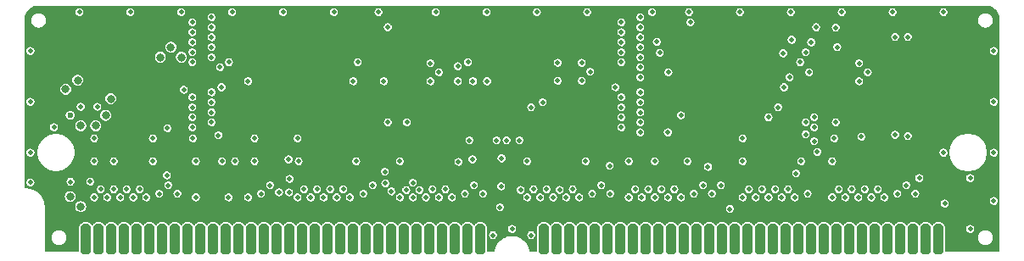
<source format=gbl>
G04 #@! TF.GenerationSoftware,KiCad,Pcbnew,(5.1.5-0-10_14)*
G04 #@! TF.CreationDate,2021-04-03T03:28:34-04:00*
G04 #@! TF.ProjectId,ROMSIMM,524f4d53-494d-44d2-9e6b-696361645f70,1.0*
G04 #@! TF.SameCoordinates,Original*
G04 #@! TF.FileFunction,Copper,L4,Bot*
G04 #@! TF.FilePolarity,Positive*
%FSLAX46Y46*%
G04 Gerber Fmt 4.6, Leading zero omitted, Abs format (unit mm)*
G04 Created by KiCad (PCBNEW (5.1.5-0-10_14)) date 2021-04-03 03:28:34*
%MOMM*%
%LPD*%
G04 APERTURE LIST*
%ADD10C,0.100000*%
%ADD11C,0.500000*%
%ADD12C,0.800000*%
%ADD13C,0.600000*%
%ADD14C,0.508000*%
%ADD15C,0.154000*%
G04 APERTURE END LIST*
G04 #@! TA.AperFunction,ComponentPad*
D10*
G36*
X163339970Y-124589006D02*
G01*
X163380407Y-124595004D01*
X163420061Y-124604937D01*
X163458551Y-124618709D01*
X163495505Y-124636187D01*
X163530568Y-124657203D01*
X163563403Y-124681555D01*
X163593692Y-124709008D01*
X163621145Y-124739297D01*
X163645497Y-124772132D01*
X163666513Y-124807195D01*
X163683991Y-124844149D01*
X163697763Y-124882639D01*
X163707696Y-124922293D01*
X163713694Y-124962730D01*
X163715700Y-125003560D01*
X163715700Y-127218440D01*
X163713694Y-127259270D01*
X163707696Y-127299707D01*
X163697763Y-127339361D01*
X163683991Y-127377851D01*
X163666513Y-127414805D01*
X163645497Y-127449868D01*
X163621145Y-127482703D01*
X163593692Y-127512992D01*
X163563403Y-127540445D01*
X163530568Y-127564797D01*
X163495505Y-127585813D01*
X163458551Y-127603291D01*
X163420061Y-127617063D01*
X163380407Y-127626996D01*
X163339970Y-127632994D01*
X163299140Y-127635000D01*
X163090860Y-127635000D01*
X163050030Y-127632994D01*
X163009593Y-127626996D01*
X162969939Y-127617063D01*
X162931449Y-127603291D01*
X162894495Y-127585813D01*
X162859432Y-127564797D01*
X162826597Y-127540445D01*
X162796308Y-127512992D01*
X162768855Y-127482703D01*
X162744503Y-127449868D01*
X162723487Y-127414805D01*
X162706009Y-127377851D01*
X162692237Y-127339361D01*
X162682304Y-127299707D01*
X162676306Y-127259270D01*
X162674300Y-127218440D01*
X162674300Y-125003560D01*
X162676306Y-124962730D01*
X162682304Y-124922293D01*
X162692237Y-124882639D01*
X162706009Y-124844149D01*
X162723487Y-124807195D01*
X162744503Y-124772132D01*
X162768855Y-124739297D01*
X162796308Y-124709008D01*
X162826597Y-124681555D01*
X162859432Y-124657203D01*
X162894495Y-124636187D01*
X162931449Y-124618709D01*
X162969939Y-124604937D01*
X163009593Y-124595004D01*
X163050030Y-124589006D01*
X163090860Y-124587000D01*
X163299140Y-124587000D01*
X163339970Y-124589006D01*
G37*
G04 #@! TD.AperFunction*
G04 #@! TA.AperFunction,ComponentPad*
G36*
X162069970Y-124589006D02*
G01*
X162110407Y-124595004D01*
X162150061Y-124604937D01*
X162188551Y-124618709D01*
X162225505Y-124636187D01*
X162260568Y-124657203D01*
X162293403Y-124681555D01*
X162323692Y-124709008D01*
X162351145Y-124739297D01*
X162375497Y-124772132D01*
X162396513Y-124807195D01*
X162413991Y-124844149D01*
X162427763Y-124882639D01*
X162437696Y-124922293D01*
X162443694Y-124962730D01*
X162445700Y-125003560D01*
X162445700Y-127218440D01*
X162443694Y-127259270D01*
X162437696Y-127299707D01*
X162427763Y-127339361D01*
X162413991Y-127377851D01*
X162396513Y-127414805D01*
X162375497Y-127449868D01*
X162351145Y-127482703D01*
X162323692Y-127512992D01*
X162293403Y-127540445D01*
X162260568Y-127564797D01*
X162225505Y-127585813D01*
X162188551Y-127603291D01*
X162150061Y-127617063D01*
X162110407Y-127626996D01*
X162069970Y-127632994D01*
X162029140Y-127635000D01*
X161820860Y-127635000D01*
X161780030Y-127632994D01*
X161739593Y-127626996D01*
X161699939Y-127617063D01*
X161661449Y-127603291D01*
X161624495Y-127585813D01*
X161589432Y-127564797D01*
X161556597Y-127540445D01*
X161526308Y-127512992D01*
X161498855Y-127482703D01*
X161474503Y-127449868D01*
X161453487Y-127414805D01*
X161436009Y-127377851D01*
X161422237Y-127339361D01*
X161412304Y-127299707D01*
X161406306Y-127259270D01*
X161404300Y-127218440D01*
X161404300Y-125003560D01*
X161406306Y-124962730D01*
X161412304Y-124922293D01*
X161422237Y-124882639D01*
X161436009Y-124844149D01*
X161453487Y-124807195D01*
X161474503Y-124772132D01*
X161498855Y-124739297D01*
X161526308Y-124709008D01*
X161556597Y-124681555D01*
X161589432Y-124657203D01*
X161624495Y-124636187D01*
X161661449Y-124618709D01*
X161699939Y-124604937D01*
X161739593Y-124595004D01*
X161780030Y-124589006D01*
X161820860Y-124587000D01*
X162029140Y-124587000D01*
X162069970Y-124589006D01*
G37*
G04 #@! TD.AperFunction*
G04 #@! TA.AperFunction,ComponentPad*
G36*
X160799970Y-124589006D02*
G01*
X160840407Y-124595004D01*
X160880061Y-124604937D01*
X160918551Y-124618709D01*
X160955505Y-124636187D01*
X160990568Y-124657203D01*
X161023403Y-124681555D01*
X161053692Y-124709008D01*
X161081145Y-124739297D01*
X161105497Y-124772132D01*
X161126513Y-124807195D01*
X161143991Y-124844149D01*
X161157763Y-124882639D01*
X161167696Y-124922293D01*
X161173694Y-124962730D01*
X161175700Y-125003560D01*
X161175700Y-127218440D01*
X161173694Y-127259270D01*
X161167696Y-127299707D01*
X161157763Y-127339361D01*
X161143991Y-127377851D01*
X161126513Y-127414805D01*
X161105497Y-127449868D01*
X161081145Y-127482703D01*
X161053692Y-127512992D01*
X161023403Y-127540445D01*
X160990568Y-127564797D01*
X160955505Y-127585813D01*
X160918551Y-127603291D01*
X160880061Y-127617063D01*
X160840407Y-127626996D01*
X160799970Y-127632994D01*
X160759140Y-127635000D01*
X160550860Y-127635000D01*
X160510030Y-127632994D01*
X160469593Y-127626996D01*
X160429939Y-127617063D01*
X160391449Y-127603291D01*
X160354495Y-127585813D01*
X160319432Y-127564797D01*
X160286597Y-127540445D01*
X160256308Y-127512992D01*
X160228855Y-127482703D01*
X160204503Y-127449868D01*
X160183487Y-127414805D01*
X160166009Y-127377851D01*
X160152237Y-127339361D01*
X160142304Y-127299707D01*
X160136306Y-127259270D01*
X160134300Y-127218440D01*
X160134300Y-125003560D01*
X160136306Y-124962730D01*
X160142304Y-124922293D01*
X160152237Y-124882639D01*
X160166009Y-124844149D01*
X160183487Y-124807195D01*
X160204503Y-124772132D01*
X160228855Y-124739297D01*
X160256308Y-124709008D01*
X160286597Y-124681555D01*
X160319432Y-124657203D01*
X160354495Y-124636187D01*
X160391449Y-124618709D01*
X160429939Y-124604937D01*
X160469593Y-124595004D01*
X160510030Y-124589006D01*
X160550860Y-124587000D01*
X160759140Y-124587000D01*
X160799970Y-124589006D01*
G37*
G04 #@! TD.AperFunction*
G04 #@! TA.AperFunction,ComponentPad*
G36*
X159529970Y-124589006D02*
G01*
X159570407Y-124595004D01*
X159610061Y-124604937D01*
X159648551Y-124618709D01*
X159685505Y-124636187D01*
X159720568Y-124657203D01*
X159753403Y-124681555D01*
X159783692Y-124709008D01*
X159811145Y-124739297D01*
X159835497Y-124772132D01*
X159856513Y-124807195D01*
X159873991Y-124844149D01*
X159887763Y-124882639D01*
X159897696Y-124922293D01*
X159903694Y-124962730D01*
X159905700Y-125003560D01*
X159905700Y-127218440D01*
X159903694Y-127259270D01*
X159897696Y-127299707D01*
X159887763Y-127339361D01*
X159873991Y-127377851D01*
X159856513Y-127414805D01*
X159835497Y-127449868D01*
X159811145Y-127482703D01*
X159783692Y-127512992D01*
X159753403Y-127540445D01*
X159720568Y-127564797D01*
X159685505Y-127585813D01*
X159648551Y-127603291D01*
X159610061Y-127617063D01*
X159570407Y-127626996D01*
X159529970Y-127632994D01*
X159489140Y-127635000D01*
X159280860Y-127635000D01*
X159240030Y-127632994D01*
X159199593Y-127626996D01*
X159159939Y-127617063D01*
X159121449Y-127603291D01*
X159084495Y-127585813D01*
X159049432Y-127564797D01*
X159016597Y-127540445D01*
X158986308Y-127512992D01*
X158958855Y-127482703D01*
X158934503Y-127449868D01*
X158913487Y-127414805D01*
X158896009Y-127377851D01*
X158882237Y-127339361D01*
X158872304Y-127299707D01*
X158866306Y-127259270D01*
X158864300Y-127218440D01*
X158864300Y-125003560D01*
X158866306Y-124962730D01*
X158872304Y-124922293D01*
X158882237Y-124882639D01*
X158896009Y-124844149D01*
X158913487Y-124807195D01*
X158934503Y-124772132D01*
X158958855Y-124739297D01*
X158986308Y-124709008D01*
X159016597Y-124681555D01*
X159049432Y-124657203D01*
X159084495Y-124636187D01*
X159121449Y-124618709D01*
X159159939Y-124604937D01*
X159199593Y-124595004D01*
X159240030Y-124589006D01*
X159280860Y-124587000D01*
X159489140Y-124587000D01*
X159529970Y-124589006D01*
G37*
G04 #@! TD.AperFunction*
G04 #@! TA.AperFunction,ComponentPad*
G36*
X158259970Y-124589006D02*
G01*
X158300407Y-124595004D01*
X158340061Y-124604937D01*
X158378551Y-124618709D01*
X158415505Y-124636187D01*
X158450568Y-124657203D01*
X158483403Y-124681555D01*
X158513692Y-124709008D01*
X158541145Y-124739297D01*
X158565497Y-124772132D01*
X158586513Y-124807195D01*
X158603991Y-124844149D01*
X158617763Y-124882639D01*
X158627696Y-124922293D01*
X158633694Y-124962730D01*
X158635700Y-125003560D01*
X158635700Y-127218440D01*
X158633694Y-127259270D01*
X158627696Y-127299707D01*
X158617763Y-127339361D01*
X158603991Y-127377851D01*
X158586513Y-127414805D01*
X158565497Y-127449868D01*
X158541145Y-127482703D01*
X158513692Y-127512992D01*
X158483403Y-127540445D01*
X158450568Y-127564797D01*
X158415505Y-127585813D01*
X158378551Y-127603291D01*
X158340061Y-127617063D01*
X158300407Y-127626996D01*
X158259970Y-127632994D01*
X158219140Y-127635000D01*
X158010860Y-127635000D01*
X157970030Y-127632994D01*
X157929593Y-127626996D01*
X157889939Y-127617063D01*
X157851449Y-127603291D01*
X157814495Y-127585813D01*
X157779432Y-127564797D01*
X157746597Y-127540445D01*
X157716308Y-127512992D01*
X157688855Y-127482703D01*
X157664503Y-127449868D01*
X157643487Y-127414805D01*
X157626009Y-127377851D01*
X157612237Y-127339361D01*
X157602304Y-127299707D01*
X157596306Y-127259270D01*
X157594300Y-127218440D01*
X157594300Y-125003560D01*
X157596306Y-124962730D01*
X157602304Y-124922293D01*
X157612237Y-124882639D01*
X157626009Y-124844149D01*
X157643487Y-124807195D01*
X157664503Y-124772132D01*
X157688855Y-124739297D01*
X157716308Y-124709008D01*
X157746597Y-124681555D01*
X157779432Y-124657203D01*
X157814495Y-124636187D01*
X157851449Y-124618709D01*
X157889939Y-124604937D01*
X157929593Y-124595004D01*
X157970030Y-124589006D01*
X158010860Y-124587000D01*
X158219140Y-124587000D01*
X158259970Y-124589006D01*
G37*
G04 #@! TD.AperFunction*
G04 #@! TA.AperFunction,ComponentPad*
G36*
X156989970Y-124589006D02*
G01*
X157030407Y-124595004D01*
X157070061Y-124604937D01*
X157108551Y-124618709D01*
X157145505Y-124636187D01*
X157180568Y-124657203D01*
X157213403Y-124681555D01*
X157243692Y-124709008D01*
X157271145Y-124739297D01*
X157295497Y-124772132D01*
X157316513Y-124807195D01*
X157333991Y-124844149D01*
X157347763Y-124882639D01*
X157357696Y-124922293D01*
X157363694Y-124962730D01*
X157365700Y-125003560D01*
X157365700Y-127218440D01*
X157363694Y-127259270D01*
X157357696Y-127299707D01*
X157347763Y-127339361D01*
X157333991Y-127377851D01*
X157316513Y-127414805D01*
X157295497Y-127449868D01*
X157271145Y-127482703D01*
X157243692Y-127512992D01*
X157213403Y-127540445D01*
X157180568Y-127564797D01*
X157145505Y-127585813D01*
X157108551Y-127603291D01*
X157070061Y-127617063D01*
X157030407Y-127626996D01*
X156989970Y-127632994D01*
X156949140Y-127635000D01*
X156740860Y-127635000D01*
X156700030Y-127632994D01*
X156659593Y-127626996D01*
X156619939Y-127617063D01*
X156581449Y-127603291D01*
X156544495Y-127585813D01*
X156509432Y-127564797D01*
X156476597Y-127540445D01*
X156446308Y-127512992D01*
X156418855Y-127482703D01*
X156394503Y-127449868D01*
X156373487Y-127414805D01*
X156356009Y-127377851D01*
X156342237Y-127339361D01*
X156332304Y-127299707D01*
X156326306Y-127259270D01*
X156324300Y-127218440D01*
X156324300Y-125003560D01*
X156326306Y-124962730D01*
X156332304Y-124922293D01*
X156342237Y-124882639D01*
X156356009Y-124844149D01*
X156373487Y-124807195D01*
X156394503Y-124772132D01*
X156418855Y-124739297D01*
X156446308Y-124709008D01*
X156476597Y-124681555D01*
X156509432Y-124657203D01*
X156544495Y-124636187D01*
X156581449Y-124618709D01*
X156619939Y-124604937D01*
X156659593Y-124595004D01*
X156700030Y-124589006D01*
X156740860Y-124587000D01*
X156949140Y-124587000D01*
X156989970Y-124589006D01*
G37*
G04 #@! TD.AperFunction*
G04 #@! TA.AperFunction,ComponentPad*
G36*
X155719970Y-124589006D02*
G01*
X155760407Y-124595004D01*
X155800061Y-124604937D01*
X155838551Y-124618709D01*
X155875505Y-124636187D01*
X155910568Y-124657203D01*
X155943403Y-124681555D01*
X155973692Y-124709008D01*
X156001145Y-124739297D01*
X156025497Y-124772132D01*
X156046513Y-124807195D01*
X156063991Y-124844149D01*
X156077763Y-124882639D01*
X156087696Y-124922293D01*
X156093694Y-124962730D01*
X156095700Y-125003560D01*
X156095700Y-127218440D01*
X156093694Y-127259270D01*
X156087696Y-127299707D01*
X156077763Y-127339361D01*
X156063991Y-127377851D01*
X156046513Y-127414805D01*
X156025497Y-127449868D01*
X156001145Y-127482703D01*
X155973692Y-127512992D01*
X155943403Y-127540445D01*
X155910568Y-127564797D01*
X155875505Y-127585813D01*
X155838551Y-127603291D01*
X155800061Y-127617063D01*
X155760407Y-127626996D01*
X155719970Y-127632994D01*
X155679140Y-127635000D01*
X155470860Y-127635000D01*
X155430030Y-127632994D01*
X155389593Y-127626996D01*
X155349939Y-127617063D01*
X155311449Y-127603291D01*
X155274495Y-127585813D01*
X155239432Y-127564797D01*
X155206597Y-127540445D01*
X155176308Y-127512992D01*
X155148855Y-127482703D01*
X155124503Y-127449868D01*
X155103487Y-127414805D01*
X155086009Y-127377851D01*
X155072237Y-127339361D01*
X155062304Y-127299707D01*
X155056306Y-127259270D01*
X155054300Y-127218440D01*
X155054300Y-125003560D01*
X155056306Y-124962730D01*
X155062304Y-124922293D01*
X155072237Y-124882639D01*
X155086009Y-124844149D01*
X155103487Y-124807195D01*
X155124503Y-124772132D01*
X155148855Y-124739297D01*
X155176308Y-124709008D01*
X155206597Y-124681555D01*
X155239432Y-124657203D01*
X155274495Y-124636187D01*
X155311449Y-124618709D01*
X155349939Y-124604937D01*
X155389593Y-124595004D01*
X155430030Y-124589006D01*
X155470860Y-124587000D01*
X155679140Y-124587000D01*
X155719970Y-124589006D01*
G37*
G04 #@! TD.AperFunction*
G04 #@! TA.AperFunction,ComponentPad*
G36*
X154449970Y-124589006D02*
G01*
X154490407Y-124595004D01*
X154530061Y-124604937D01*
X154568551Y-124618709D01*
X154605505Y-124636187D01*
X154640568Y-124657203D01*
X154673403Y-124681555D01*
X154703692Y-124709008D01*
X154731145Y-124739297D01*
X154755497Y-124772132D01*
X154776513Y-124807195D01*
X154793991Y-124844149D01*
X154807763Y-124882639D01*
X154817696Y-124922293D01*
X154823694Y-124962730D01*
X154825700Y-125003560D01*
X154825700Y-127218440D01*
X154823694Y-127259270D01*
X154817696Y-127299707D01*
X154807763Y-127339361D01*
X154793991Y-127377851D01*
X154776513Y-127414805D01*
X154755497Y-127449868D01*
X154731145Y-127482703D01*
X154703692Y-127512992D01*
X154673403Y-127540445D01*
X154640568Y-127564797D01*
X154605505Y-127585813D01*
X154568551Y-127603291D01*
X154530061Y-127617063D01*
X154490407Y-127626996D01*
X154449970Y-127632994D01*
X154409140Y-127635000D01*
X154200860Y-127635000D01*
X154160030Y-127632994D01*
X154119593Y-127626996D01*
X154079939Y-127617063D01*
X154041449Y-127603291D01*
X154004495Y-127585813D01*
X153969432Y-127564797D01*
X153936597Y-127540445D01*
X153906308Y-127512992D01*
X153878855Y-127482703D01*
X153854503Y-127449868D01*
X153833487Y-127414805D01*
X153816009Y-127377851D01*
X153802237Y-127339361D01*
X153792304Y-127299707D01*
X153786306Y-127259270D01*
X153784300Y-127218440D01*
X153784300Y-125003560D01*
X153786306Y-124962730D01*
X153792304Y-124922293D01*
X153802237Y-124882639D01*
X153816009Y-124844149D01*
X153833487Y-124807195D01*
X153854503Y-124772132D01*
X153878855Y-124739297D01*
X153906308Y-124709008D01*
X153936597Y-124681555D01*
X153969432Y-124657203D01*
X154004495Y-124636187D01*
X154041449Y-124618709D01*
X154079939Y-124604937D01*
X154119593Y-124595004D01*
X154160030Y-124589006D01*
X154200860Y-124587000D01*
X154409140Y-124587000D01*
X154449970Y-124589006D01*
G37*
G04 #@! TD.AperFunction*
G04 #@! TA.AperFunction,ComponentPad*
G36*
X153179970Y-124589006D02*
G01*
X153220407Y-124595004D01*
X153260061Y-124604937D01*
X153298551Y-124618709D01*
X153335505Y-124636187D01*
X153370568Y-124657203D01*
X153403403Y-124681555D01*
X153433692Y-124709008D01*
X153461145Y-124739297D01*
X153485497Y-124772132D01*
X153506513Y-124807195D01*
X153523991Y-124844149D01*
X153537763Y-124882639D01*
X153547696Y-124922293D01*
X153553694Y-124962730D01*
X153555700Y-125003560D01*
X153555700Y-127218440D01*
X153553694Y-127259270D01*
X153547696Y-127299707D01*
X153537763Y-127339361D01*
X153523991Y-127377851D01*
X153506513Y-127414805D01*
X153485497Y-127449868D01*
X153461145Y-127482703D01*
X153433692Y-127512992D01*
X153403403Y-127540445D01*
X153370568Y-127564797D01*
X153335505Y-127585813D01*
X153298551Y-127603291D01*
X153260061Y-127617063D01*
X153220407Y-127626996D01*
X153179970Y-127632994D01*
X153139140Y-127635000D01*
X152930860Y-127635000D01*
X152890030Y-127632994D01*
X152849593Y-127626996D01*
X152809939Y-127617063D01*
X152771449Y-127603291D01*
X152734495Y-127585813D01*
X152699432Y-127564797D01*
X152666597Y-127540445D01*
X152636308Y-127512992D01*
X152608855Y-127482703D01*
X152584503Y-127449868D01*
X152563487Y-127414805D01*
X152546009Y-127377851D01*
X152532237Y-127339361D01*
X152522304Y-127299707D01*
X152516306Y-127259270D01*
X152514300Y-127218440D01*
X152514300Y-125003560D01*
X152516306Y-124962730D01*
X152522304Y-124922293D01*
X152532237Y-124882639D01*
X152546009Y-124844149D01*
X152563487Y-124807195D01*
X152584503Y-124772132D01*
X152608855Y-124739297D01*
X152636308Y-124709008D01*
X152666597Y-124681555D01*
X152699432Y-124657203D01*
X152734495Y-124636187D01*
X152771449Y-124618709D01*
X152809939Y-124604937D01*
X152849593Y-124595004D01*
X152890030Y-124589006D01*
X152930860Y-124587000D01*
X153139140Y-124587000D01*
X153179970Y-124589006D01*
G37*
G04 #@! TD.AperFunction*
G04 #@! TA.AperFunction,ComponentPad*
G36*
X151909970Y-124589006D02*
G01*
X151950407Y-124595004D01*
X151990061Y-124604937D01*
X152028551Y-124618709D01*
X152065505Y-124636187D01*
X152100568Y-124657203D01*
X152133403Y-124681555D01*
X152163692Y-124709008D01*
X152191145Y-124739297D01*
X152215497Y-124772132D01*
X152236513Y-124807195D01*
X152253991Y-124844149D01*
X152267763Y-124882639D01*
X152277696Y-124922293D01*
X152283694Y-124962730D01*
X152285700Y-125003560D01*
X152285700Y-127218440D01*
X152283694Y-127259270D01*
X152277696Y-127299707D01*
X152267763Y-127339361D01*
X152253991Y-127377851D01*
X152236513Y-127414805D01*
X152215497Y-127449868D01*
X152191145Y-127482703D01*
X152163692Y-127512992D01*
X152133403Y-127540445D01*
X152100568Y-127564797D01*
X152065505Y-127585813D01*
X152028551Y-127603291D01*
X151990061Y-127617063D01*
X151950407Y-127626996D01*
X151909970Y-127632994D01*
X151869140Y-127635000D01*
X151660860Y-127635000D01*
X151620030Y-127632994D01*
X151579593Y-127626996D01*
X151539939Y-127617063D01*
X151501449Y-127603291D01*
X151464495Y-127585813D01*
X151429432Y-127564797D01*
X151396597Y-127540445D01*
X151366308Y-127512992D01*
X151338855Y-127482703D01*
X151314503Y-127449868D01*
X151293487Y-127414805D01*
X151276009Y-127377851D01*
X151262237Y-127339361D01*
X151252304Y-127299707D01*
X151246306Y-127259270D01*
X151244300Y-127218440D01*
X151244300Y-125003560D01*
X151246306Y-124962730D01*
X151252304Y-124922293D01*
X151262237Y-124882639D01*
X151276009Y-124844149D01*
X151293487Y-124807195D01*
X151314503Y-124772132D01*
X151338855Y-124739297D01*
X151366308Y-124709008D01*
X151396597Y-124681555D01*
X151429432Y-124657203D01*
X151464495Y-124636187D01*
X151501449Y-124618709D01*
X151539939Y-124604937D01*
X151579593Y-124595004D01*
X151620030Y-124589006D01*
X151660860Y-124587000D01*
X151869140Y-124587000D01*
X151909970Y-124589006D01*
G37*
G04 #@! TD.AperFunction*
G04 #@! TA.AperFunction,ComponentPad*
G36*
X150639970Y-124589006D02*
G01*
X150680407Y-124595004D01*
X150720061Y-124604937D01*
X150758551Y-124618709D01*
X150795505Y-124636187D01*
X150830568Y-124657203D01*
X150863403Y-124681555D01*
X150893692Y-124709008D01*
X150921145Y-124739297D01*
X150945497Y-124772132D01*
X150966513Y-124807195D01*
X150983991Y-124844149D01*
X150997763Y-124882639D01*
X151007696Y-124922293D01*
X151013694Y-124962730D01*
X151015700Y-125003560D01*
X151015700Y-127218440D01*
X151013694Y-127259270D01*
X151007696Y-127299707D01*
X150997763Y-127339361D01*
X150983991Y-127377851D01*
X150966513Y-127414805D01*
X150945497Y-127449868D01*
X150921145Y-127482703D01*
X150893692Y-127512992D01*
X150863403Y-127540445D01*
X150830568Y-127564797D01*
X150795505Y-127585813D01*
X150758551Y-127603291D01*
X150720061Y-127617063D01*
X150680407Y-127626996D01*
X150639970Y-127632994D01*
X150599140Y-127635000D01*
X150390860Y-127635000D01*
X150350030Y-127632994D01*
X150309593Y-127626996D01*
X150269939Y-127617063D01*
X150231449Y-127603291D01*
X150194495Y-127585813D01*
X150159432Y-127564797D01*
X150126597Y-127540445D01*
X150096308Y-127512992D01*
X150068855Y-127482703D01*
X150044503Y-127449868D01*
X150023487Y-127414805D01*
X150006009Y-127377851D01*
X149992237Y-127339361D01*
X149982304Y-127299707D01*
X149976306Y-127259270D01*
X149974300Y-127218440D01*
X149974300Y-125003560D01*
X149976306Y-124962730D01*
X149982304Y-124922293D01*
X149992237Y-124882639D01*
X150006009Y-124844149D01*
X150023487Y-124807195D01*
X150044503Y-124772132D01*
X150068855Y-124739297D01*
X150096308Y-124709008D01*
X150126597Y-124681555D01*
X150159432Y-124657203D01*
X150194495Y-124636187D01*
X150231449Y-124618709D01*
X150269939Y-124604937D01*
X150309593Y-124595004D01*
X150350030Y-124589006D01*
X150390860Y-124587000D01*
X150599140Y-124587000D01*
X150639970Y-124589006D01*
G37*
G04 #@! TD.AperFunction*
G04 #@! TA.AperFunction,ComponentPad*
G36*
X149369970Y-124589006D02*
G01*
X149410407Y-124595004D01*
X149450061Y-124604937D01*
X149488551Y-124618709D01*
X149525505Y-124636187D01*
X149560568Y-124657203D01*
X149593403Y-124681555D01*
X149623692Y-124709008D01*
X149651145Y-124739297D01*
X149675497Y-124772132D01*
X149696513Y-124807195D01*
X149713991Y-124844149D01*
X149727763Y-124882639D01*
X149737696Y-124922293D01*
X149743694Y-124962730D01*
X149745700Y-125003560D01*
X149745700Y-127218440D01*
X149743694Y-127259270D01*
X149737696Y-127299707D01*
X149727763Y-127339361D01*
X149713991Y-127377851D01*
X149696513Y-127414805D01*
X149675497Y-127449868D01*
X149651145Y-127482703D01*
X149623692Y-127512992D01*
X149593403Y-127540445D01*
X149560568Y-127564797D01*
X149525505Y-127585813D01*
X149488551Y-127603291D01*
X149450061Y-127617063D01*
X149410407Y-127626996D01*
X149369970Y-127632994D01*
X149329140Y-127635000D01*
X149120860Y-127635000D01*
X149080030Y-127632994D01*
X149039593Y-127626996D01*
X148999939Y-127617063D01*
X148961449Y-127603291D01*
X148924495Y-127585813D01*
X148889432Y-127564797D01*
X148856597Y-127540445D01*
X148826308Y-127512992D01*
X148798855Y-127482703D01*
X148774503Y-127449868D01*
X148753487Y-127414805D01*
X148736009Y-127377851D01*
X148722237Y-127339361D01*
X148712304Y-127299707D01*
X148706306Y-127259270D01*
X148704300Y-127218440D01*
X148704300Y-125003560D01*
X148706306Y-124962730D01*
X148712304Y-124922293D01*
X148722237Y-124882639D01*
X148736009Y-124844149D01*
X148753487Y-124807195D01*
X148774503Y-124772132D01*
X148798855Y-124739297D01*
X148826308Y-124709008D01*
X148856597Y-124681555D01*
X148889432Y-124657203D01*
X148924495Y-124636187D01*
X148961449Y-124618709D01*
X148999939Y-124604937D01*
X149039593Y-124595004D01*
X149080030Y-124589006D01*
X149120860Y-124587000D01*
X149329140Y-124587000D01*
X149369970Y-124589006D01*
G37*
G04 #@! TD.AperFunction*
G04 #@! TA.AperFunction,ComponentPad*
G36*
X148099970Y-124589006D02*
G01*
X148140407Y-124595004D01*
X148180061Y-124604937D01*
X148218551Y-124618709D01*
X148255505Y-124636187D01*
X148290568Y-124657203D01*
X148323403Y-124681555D01*
X148353692Y-124709008D01*
X148381145Y-124739297D01*
X148405497Y-124772132D01*
X148426513Y-124807195D01*
X148443991Y-124844149D01*
X148457763Y-124882639D01*
X148467696Y-124922293D01*
X148473694Y-124962730D01*
X148475700Y-125003560D01*
X148475700Y-127218440D01*
X148473694Y-127259270D01*
X148467696Y-127299707D01*
X148457763Y-127339361D01*
X148443991Y-127377851D01*
X148426513Y-127414805D01*
X148405497Y-127449868D01*
X148381145Y-127482703D01*
X148353692Y-127512992D01*
X148323403Y-127540445D01*
X148290568Y-127564797D01*
X148255505Y-127585813D01*
X148218551Y-127603291D01*
X148180061Y-127617063D01*
X148140407Y-127626996D01*
X148099970Y-127632994D01*
X148059140Y-127635000D01*
X147850860Y-127635000D01*
X147810030Y-127632994D01*
X147769593Y-127626996D01*
X147729939Y-127617063D01*
X147691449Y-127603291D01*
X147654495Y-127585813D01*
X147619432Y-127564797D01*
X147586597Y-127540445D01*
X147556308Y-127512992D01*
X147528855Y-127482703D01*
X147504503Y-127449868D01*
X147483487Y-127414805D01*
X147466009Y-127377851D01*
X147452237Y-127339361D01*
X147442304Y-127299707D01*
X147436306Y-127259270D01*
X147434300Y-127218440D01*
X147434300Y-125003560D01*
X147436306Y-124962730D01*
X147442304Y-124922293D01*
X147452237Y-124882639D01*
X147466009Y-124844149D01*
X147483487Y-124807195D01*
X147504503Y-124772132D01*
X147528855Y-124739297D01*
X147556308Y-124709008D01*
X147586597Y-124681555D01*
X147619432Y-124657203D01*
X147654495Y-124636187D01*
X147691449Y-124618709D01*
X147729939Y-124604937D01*
X147769593Y-124595004D01*
X147810030Y-124589006D01*
X147850860Y-124587000D01*
X148059140Y-124587000D01*
X148099970Y-124589006D01*
G37*
G04 #@! TD.AperFunction*
G04 #@! TA.AperFunction,ComponentPad*
G36*
X146829970Y-124589006D02*
G01*
X146870407Y-124595004D01*
X146910061Y-124604937D01*
X146948551Y-124618709D01*
X146985505Y-124636187D01*
X147020568Y-124657203D01*
X147053403Y-124681555D01*
X147083692Y-124709008D01*
X147111145Y-124739297D01*
X147135497Y-124772132D01*
X147156513Y-124807195D01*
X147173991Y-124844149D01*
X147187763Y-124882639D01*
X147197696Y-124922293D01*
X147203694Y-124962730D01*
X147205700Y-125003560D01*
X147205700Y-127218440D01*
X147203694Y-127259270D01*
X147197696Y-127299707D01*
X147187763Y-127339361D01*
X147173991Y-127377851D01*
X147156513Y-127414805D01*
X147135497Y-127449868D01*
X147111145Y-127482703D01*
X147083692Y-127512992D01*
X147053403Y-127540445D01*
X147020568Y-127564797D01*
X146985505Y-127585813D01*
X146948551Y-127603291D01*
X146910061Y-127617063D01*
X146870407Y-127626996D01*
X146829970Y-127632994D01*
X146789140Y-127635000D01*
X146580860Y-127635000D01*
X146540030Y-127632994D01*
X146499593Y-127626996D01*
X146459939Y-127617063D01*
X146421449Y-127603291D01*
X146384495Y-127585813D01*
X146349432Y-127564797D01*
X146316597Y-127540445D01*
X146286308Y-127512992D01*
X146258855Y-127482703D01*
X146234503Y-127449868D01*
X146213487Y-127414805D01*
X146196009Y-127377851D01*
X146182237Y-127339361D01*
X146172304Y-127299707D01*
X146166306Y-127259270D01*
X146164300Y-127218440D01*
X146164300Y-125003560D01*
X146166306Y-124962730D01*
X146172304Y-124922293D01*
X146182237Y-124882639D01*
X146196009Y-124844149D01*
X146213487Y-124807195D01*
X146234503Y-124772132D01*
X146258855Y-124739297D01*
X146286308Y-124709008D01*
X146316597Y-124681555D01*
X146349432Y-124657203D01*
X146384495Y-124636187D01*
X146421449Y-124618709D01*
X146459939Y-124604937D01*
X146499593Y-124595004D01*
X146540030Y-124589006D01*
X146580860Y-124587000D01*
X146789140Y-124587000D01*
X146829970Y-124589006D01*
G37*
G04 #@! TD.AperFunction*
G04 #@! TA.AperFunction,ComponentPad*
G36*
X145559970Y-124589006D02*
G01*
X145600407Y-124595004D01*
X145640061Y-124604937D01*
X145678551Y-124618709D01*
X145715505Y-124636187D01*
X145750568Y-124657203D01*
X145783403Y-124681555D01*
X145813692Y-124709008D01*
X145841145Y-124739297D01*
X145865497Y-124772132D01*
X145886513Y-124807195D01*
X145903991Y-124844149D01*
X145917763Y-124882639D01*
X145927696Y-124922293D01*
X145933694Y-124962730D01*
X145935700Y-125003560D01*
X145935700Y-127218440D01*
X145933694Y-127259270D01*
X145927696Y-127299707D01*
X145917763Y-127339361D01*
X145903991Y-127377851D01*
X145886513Y-127414805D01*
X145865497Y-127449868D01*
X145841145Y-127482703D01*
X145813692Y-127512992D01*
X145783403Y-127540445D01*
X145750568Y-127564797D01*
X145715505Y-127585813D01*
X145678551Y-127603291D01*
X145640061Y-127617063D01*
X145600407Y-127626996D01*
X145559970Y-127632994D01*
X145519140Y-127635000D01*
X145310860Y-127635000D01*
X145270030Y-127632994D01*
X145229593Y-127626996D01*
X145189939Y-127617063D01*
X145151449Y-127603291D01*
X145114495Y-127585813D01*
X145079432Y-127564797D01*
X145046597Y-127540445D01*
X145016308Y-127512992D01*
X144988855Y-127482703D01*
X144964503Y-127449868D01*
X144943487Y-127414805D01*
X144926009Y-127377851D01*
X144912237Y-127339361D01*
X144902304Y-127299707D01*
X144896306Y-127259270D01*
X144894300Y-127218440D01*
X144894300Y-125003560D01*
X144896306Y-124962730D01*
X144902304Y-124922293D01*
X144912237Y-124882639D01*
X144926009Y-124844149D01*
X144943487Y-124807195D01*
X144964503Y-124772132D01*
X144988855Y-124739297D01*
X145016308Y-124709008D01*
X145046597Y-124681555D01*
X145079432Y-124657203D01*
X145114495Y-124636187D01*
X145151449Y-124618709D01*
X145189939Y-124604937D01*
X145229593Y-124595004D01*
X145270030Y-124589006D01*
X145310860Y-124587000D01*
X145519140Y-124587000D01*
X145559970Y-124589006D01*
G37*
G04 #@! TD.AperFunction*
G04 #@! TA.AperFunction,ComponentPad*
G36*
X144289970Y-124589006D02*
G01*
X144330407Y-124595004D01*
X144370061Y-124604937D01*
X144408551Y-124618709D01*
X144445505Y-124636187D01*
X144480568Y-124657203D01*
X144513403Y-124681555D01*
X144543692Y-124709008D01*
X144571145Y-124739297D01*
X144595497Y-124772132D01*
X144616513Y-124807195D01*
X144633991Y-124844149D01*
X144647763Y-124882639D01*
X144657696Y-124922293D01*
X144663694Y-124962730D01*
X144665700Y-125003560D01*
X144665700Y-127218440D01*
X144663694Y-127259270D01*
X144657696Y-127299707D01*
X144647763Y-127339361D01*
X144633991Y-127377851D01*
X144616513Y-127414805D01*
X144595497Y-127449868D01*
X144571145Y-127482703D01*
X144543692Y-127512992D01*
X144513403Y-127540445D01*
X144480568Y-127564797D01*
X144445505Y-127585813D01*
X144408551Y-127603291D01*
X144370061Y-127617063D01*
X144330407Y-127626996D01*
X144289970Y-127632994D01*
X144249140Y-127635000D01*
X144040860Y-127635000D01*
X144000030Y-127632994D01*
X143959593Y-127626996D01*
X143919939Y-127617063D01*
X143881449Y-127603291D01*
X143844495Y-127585813D01*
X143809432Y-127564797D01*
X143776597Y-127540445D01*
X143746308Y-127512992D01*
X143718855Y-127482703D01*
X143694503Y-127449868D01*
X143673487Y-127414805D01*
X143656009Y-127377851D01*
X143642237Y-127339361D01*
X143632304Y-127299707D01*
X143626306Y-127259270D01*
X143624300Y-127218440D01*
X143624300Y-125003560D01*
X143626306Y-124962730D01*
X143632304Y-124922293D01*
X143642237Y-124882639D01*
X143656009Y-124844149D01*
X143673487Y-124807195D01*
X143694503Y-124772132D01*
X143718855Y-124739297D01*
X143746308Y-124709008D01*
X143776597Y-124681555D01*
X143809432Y-124657203D01*
X143844495Y-124636187D01*
X143881449Y-124618709D01*
X143919939Y-124604937D01*
X143959593Y-124595004D01*
X144000030Y-124589006D01*
X144040860Y-124587000D01*
X144249140Y-124587000D01*
X144289970Y-124589006D01*
G37*
G04 #@! TD.AperFunction*
G04 #@! TA.AperFunction,ComponentPad*
G36*
X143019970Y-124589006D02*
G01*
X143060407Y-124595004D01*
X143100061Y-124604937D01*
X143138551Y-124618709D01*
X143175505Y-124636187D01*
X143210568Y-124657203D01*
X143243403Y-124681555D01*
X143273692Y-124709008D01*
X143301145Y-124739297D01*
X143325497Y-124772132D01*
X143346513Y-124807195D01*
X143363991Y-124844149D01*
X143377763Y-124882639D01*
X143387696Y-124922293D01*
X143393694Y-124962730D01*
X143395700Y-125003560D01*
X143395700Y-127218440D01*
X143393694Y-127259270D01*
X143387696Y-127299707D01*
X143377763Y-127339361D01*
X143363991Y-127377851D01*
X143346513Y-127414805D01*
X143325497Y-127449868D01*
X143301145Y-127482703D01*
X143273692Y-127512992D01*
X143243403Y-127540445D01*
X143210568Y-127564797D01*
X143175505Y-127585813D01*
X143138551Y-127603291D01*
X143100061Y-127617063D01*
X143060407Y-127626996D01*
X143019970Y-127632994D01*
X142979140Y-127635000D01*
X142770860Y-127635000D01*
X142730030Y-127632994D01*
X142689593Y-127626996D01*
X142649939Y-127617063D01*
X142611449Y-127603291D01*
X142574495Y-127585813D01*
X142539432Y-127564797D01*
X142506597Y-127540445D01*
X142476308Y-127512992D01*
X142448855Y-127482703D01*
X142424503Y-127449868D01*
X142403487Y-127414805D01*
X142386009Y-127377851D01*
X142372237Y-127339361D01*
X142362304Y-127299707D01*
X142356306Y-127259270D01*
X142354300Y-127218440D01*
X142354300Y-125003560D01*
X142356306Y-124962730D01*
X142362304Y-124922293D01*
X142372237Y-124882639D01*
X142386009Y-124844149D01*
X142403487Y-124807195D01*
X142424503Y-124772132D01*
X142448855Y-124739297D01*
X142476308Y-124709008D01*
X142506597Y-124681555D01*
X142539432Y-124657203D01*
X142574495Y-124636187D01*
X142611449Y-124618709D01*
X142649939Y-124604937D01*
X142689593Y-124595004D01*
X142730030Y-124589006D01*
X142770860Y-124587000D01*
X142979140Y-124587000D01*
X143019970Y-124589006D01*
G37*
G04 #@! TD.AperFunction*
G04 #@! TA.AperFunction,ComponentPad*
G36*
X141749970Y-124589006D02*
G01*
X141790407Y-124595004D01*
X141830061Y-124604937D01*
X141868551Y-124618709D01*
X141905505Y-124636187D01*
X141940568Y-124657203D01*
X141973403Y-124681555D01*
X142003692Y-124709008D01*
X142031145Y-124739297D01*
X142055497Y-124772132D01*
X142076513Y-124807195D01*
X142093991Y-124844149D01*
X142107763Y-124882639D01*
X142117696Y-124922293D01*
X142123694Y-124962730D01*
X142125700Y-125003560D01*
X142125700Y-127218440D01*
X142123694Y-127259270D01*
X142117696Y-127299707D01*
X142107763Y-127339361D01*
X142093991Y-127377851D01*
X142076513Y-127414805D01*
X142055497Y-127449868D01*
X142031145Y-127482703D01*
X142003692Y-127512992D01*
X141973403Y-127540445D01*
X141940568Y-127564797D01*
X141905505Y-127585813D01*
X141868551Y-127603291D01*
X141830061Y-127617063D01*
X141790407Y-127626996D01*
X141749970Y-127632994D01*
X141709140Y-127635000D01*
X141500860Y-127635000D01*
X141460030Y-127632994D01*
X141419593Y-127626996D01*
X141379939Y-127617063D01*
X141341449Y-127603291D01*
X141304495Y-127585813D01*
X141269432Y-127564797D01*
X141236597Y-127540445D01*
X141206308Y-127512992D01*
X141178855Y-127482703D01*
X141154503Y-127449868D01*
X141133487Y-127414805D01*
X141116009Y-127377851D01*
X141102237Y-127339361D01*
X141092304Y-127299707D01*
X141086306Y-127259270D01*
X141084300Y-127218440D01*
X141084300Y-125003560D01*
X141086306Y-124962730D01*
X141092304Y-124922293D01*
X141102237Y-124882639D01*
X141116009Y-124844149D01*
X141133487Y-124807195D01*
X141154503Y-124772132D01*
X141178855Y-124739297D01*
X141206308Y-124709008D01*
X141236597Y-124681555D01*
X141269432Y-124657203D01*
X141304495Y-124636187D01*
X141341449Y-124618709D01*
X141379939Y-124604937D01*
X141419593Y-124595004D01*
X141460030Y-124589006D01*
X141500860Y-124587000D01*
X141709140Y-124587000D01*
X141749970Y-124589006D01*
G37*
G04 #@! TD.AperFunction*
G04 #@! TA.AperFunction,ComponentPad*
G36*
X140479970Y-124589006D02*
G01*
X140520407Y-124595004D01*
X140560061Y-124604937D01*
X140598551Y-124618709D01*
X140635505Y-124636187D01*
X140670568Y-124657203D01*
X140703403Y-124681555D01*
X140733692Y-124709008D01*
X140761145Y-124739297D01*
X140785497Y-124772132D01*
X140806513Y-124807195D01*
X140823991Y-124844149D01*
X140837763Y-124882639D01*
X140847696Y-124922293D01*
X140853694Y-124962730D01*
X140855700Y-125003560D01*
X140855700Y-127218440D01*
X140853694Y-127259270D01*
X140847696Y-127299707D01*
X140837763Y-127339361D01*
X140823991Y-127377851D01*
X140806513Y-127414805D01*
X140785497Y-127449868D01*
X140761145Y-127482703D01*
X140733692Y-127512992D01*
X140703403Y-127540445D01*
X140670568Y-127564797D01*
X140635505Y-127585813D01*
X140598551Y-127603291D01*
X140560061Y-127617063D01*
X140520407Y-127626996D01*
X140479970Y-127632994D01*
X140439140Y-127635000D01*
X140230860Y-127635000D01*
X140190030Y-127632994D01*
X140149593Y-127626996D01*
X140109939Y-127617063D01*
X140071449Y-127603291D01*
X140034495Y-127585813D01*
X139999432Y-127564797D01*
X139966597Y-127540445D01*
X139936308Y-127512992D01*
X139908855Y-127482703D01*
X139884503Y-127449868D01*
X139863487Y-127414805D01*
X139846009Y-127377851D01*
X139832237Y-127339361D01*
X139822304Y-127299707D01*
X139816306Y-127259270D01*
X139814300Y-127218440D01*
X139814300Y-125003560D01*
X139816306Y-124962730D01*
X139822304Y-124922293D01*
X139832237Y-124882639D01*
X139846009Y-124844149D01*
X139863487Y-124807195D01*
X139884503Y-124772132D01*
X139908855Y-124739297D01*
X139936308Y-124709008D01*
X139966597Y-124681555D01*
X139999432Y-124657203D01*
X140034495Y-124636187D01*
X140071449Y-124618709D01*
X140109939Y-124604937D01*
X140149593Y-124595004D01*
X140190030Y-124589006D01*
X140230860Y-124587000D01*
X140439140Y-124587000D01*
X140479970Y-124589006D01*
G37*
G04 #@! TD.AperFunction*
G04 #@! TA.AperFunction,ComponentPad*
G36*
X139209970Y-124589006D02*
G01*
X139250407Y-124595004D01*
X139290061Y-124604937D01*
X139328551Y-124618709D01*
X139365505Y-124636187D01*
X139400568Y-124657203D01*
X139433403Y-124681555D01*
X139463692Y-124709008D01*
X139491145Y-124739297D01*
X139515497Y-124772132D01*
X139536513Y-124807195D01*
X139553991Y-124844149D01*
X139567763Y-124882639D01*
X139577696Y-124922293D01*
X139583694Y-124962730D01*
X139585700Y-125003560D01*
X139585700Y-127218440D01*
X139583694Y-127259270D01*
X139577696Y-127299707D01*
X139567763Y-127339361D01*
X139553991Y-127377851D01*
X139536513Y-127414805D01*
X139515497Y-127449868D01*
X139491145Y-127482703D01*
X139463692Y-127512992D01*
X139433403Y-127540445D01*
X139400568Y-127564797D01*
X139365505Y-127585813D01*
X139328551Y-127603291D01*
X139290061Y-127617063D01*
X139250407Y-127626996D01*
X139209970Y-127632994D01*
X139169140Y-127635000D01*
X138960860Y-127635000D01*
X138920030Y-127632994D01*
X138879593Y-127626996D01*
X138839939Y-127617063D01*
X138801449Y-127603291D01*
X138764495Y-127585813D01*
X138729432Y-127564797D01*
X138696597Y-127540445D01*
X138666308Y-127512992D01*
X138638855Y-127482703D01*
X138614503Y-127449868D01*
X138593487Y-127414805D01*
X138576009Y-127377851D01*
X138562237Y-127339361D01*
X138552304Y-127299707D01*
X138546306Y-127259270D01*
X138544300Y-127218440D01*
X138544300Y-125003560D01*
X138546306Y-124962730D01*
X138552304Y-124922293D01*
X138562237Y-124882639D01*
X138576009Y-124844149D01*
X138593487Y-124807195D01*
X138614503Y-124772132D01*
X138638855Y-124739297D01*
X138666308Y-124709008D01*
X138696597Y-124681555D01*
X138729432Y-124657203D01*
X138764495Y-124636187D01*
X138801449Y-124618709D01*
X138839939Y-124604937D01*
X138879593Y-124595004D01*
X138920030Y-124589006D01*
X138960860Y-124587000D01*
X139169140Y-124587000D01*
X139209970Y-124589006D01*
G37*
G04 #@! TD.AperFunction*
G04 #@! TA.AperFunction,ComponentPad*
G36*
X137939970Y-124589006D02*
G01*
X137980407Y-124595004D01*
X138020061Y-124604937D01*
X138058551Y-124618709D01*
X138095505Y-124636187D01*
X138130568Y-124657203D01*
X138163403Y-124681555D01*
X138193692Y-124709008D01*
X138221145Y-124739297D01*
X138245497Y-124772132D01*
X138266513Y-124807195D01*
X138283991Y-124844149D01*
X138297763Y-124882639D01*
X138307696Y-124922293D01*
X138313694Y-124962730D01*
X138315700Y-125003560D01*
X138315700Y-127218440D01*
X138313694Y-127259270D01*
X138307696Y-127299707D01*
X138297763Y-127339361D01*
X138283991Y-127377851D01*
X138266513Y-127414805D01*
X138245497Y-127449868D01*
X138221145Y-127482703D01*
X138193692Y-127512992D01*
X138163403Y-127540445D01*
X138130568Y-127564797D01*
X138095505Y-127585813D01*
X138058551Y-127603291D01*
X138020061Y-127617063D01*
X137980407Y-127626996D01*
X137939970Y-127632994D01*
X137899140Y-127635000D01*
X137690860Y-127635000D01*
X137650030Y-127632994D01*
X137609593Y-127626996D01*
X137569939Y-127617063D01*
X137531449Y-127603291D01*
X137494495Y-127585813D01*
X137459432Y-127564797D01*
X137426597Y-127540445D01*
X137396308Y-127512992D01*
X137368855Y-127482703D01*
X137344503Y-127449868D01*
X137323487Y-127414805D01*
X137306009Y-127377851D01*
X137292237Y-127339361D01*
X137282304Y-127299707D01*
X137276306Y-127259270D01*
X137274300Y-127218440D01*
X137274300Y-125003560D01*
X137276306Y-124962730D01*
X137282304Y-124922293D01*
X137292237Y-124882639D01*
X137306009Y-124844149D01*
X137323487Y-124807195D01*
X137344503Y-124772132D01*
X137368855Y-124739297D01*
X137396308Y-124709008D01*
X137426597Y-124681555D01*
X137459432Y-124657203D01*
X137494495Y-124636187D01*
X137531449Y-124618709D01*
X137569939Y-124604937D01*
X137609593Y-124595004D01*
X137650030Y-124589006D01*
X137690860Y-124587000D01*
X137899140Y-124587000D01*
X137939970Y-124589006D01*
G37*
G04 #@! TD.AperFunction*
G04 #@! TA.AperFunction,ComponentPad*
G36*
X136669970Y-124589006D02*
G01*
X136710407Y-124595004D01*
X136750061Y-124604937D01*
X136788551Y-124618709D01*
X136825505Y-124636187D01*
X136860568Y-124657203D01*
X136893403Y-124681555D01*
X136923692Y-124709008D01*
X136951145Y-124739297D01*
X136975497Y-124772132D01*
X136996513Y-124807195D01*
X137013991Y-124844149D01*
X137027763Y-124882639D01*
X137037696Y-124922293D01*
X137043694Y-124962730D01*
X137045700Y-125003560D01*
X137045700Y-127218440D01*
X137043694Y-127259270D01*
X137037696Y-127299707D01*
X137027763Y-127339361D01*
X137013991Y-127377851D01*
X136996513Y-127414805D01*
X136975497Y-127449868D01*
X136951145Y-127482703D01*
X136923692Y-127512992D01*
X136893403Y-127540445D01*
X136860568Y-127564797D01*
X136825505Y-127585813D01*
X136788551Y-127603291D01*
X136750061Y-127617063D01*
X136710407Y-127626996D01*
X136669970Y-127632994D01*
X136629140Y-127635000D01*
X136420860Y-127635000D01*
X136380030Y-127632994D01*
X136339593Y-127626996D01*
X136299939Y-127617063D01*
X136261449Y-127603291D01*
X136224495Y-127585813D01*
X136189432Y-127564797D01*
X136156597Y-127540445D01*
X136126308Y-127512992D01*
X136098855Y-127482703D01*
X136074503Y-127449868D01*
X136053487Y-127414805D01*
X136036009Y-127377851D01*
X136022237Y-127339361D01*
X136012304Y-127299707D01*
X136006306Y-127259270D01*
X136004300Y-127218440D01*
X136004300Y-125003560D01*
X136006306Y-124962730D01*
X136012304Y-124922293D01*
X136022237Y-124882639D01*
X136036009Y-124844149D01*
X136053487Y-124807195D01*
X136074503Y-124772132D01*
X136098855Y-124739297D01*
X136126308Y-124709008D01*
X136156597Y-124681555D01*
X136189432Y-124657203D01*
X136224495Y-124636187D01*
X136261449Y-124618709D01*
X136299939Y-124604937D01*
X136339593Y-124595004D01*
X136380030Y-124589006D01*
X136420860Y-124587000D01*
X136629140Y-124587000D01*
X136669970Y-124589006D01*
G37*
G04 #@! TD.AperFunction*
G04 #@! TA.AperFunction,ComponentPad*
G36*
X135399970Y-124589006D02*
G01*
X135440407Y-124595004D01*
X135480061Y-124604937D01*
X135518551Y-124618709D01*
X135555505Y-124636187D01*
X135590568Y-124657203D01*
X135623403Y-124681555D01*
X135653692Y-124709008D01*
X135681145Y-124739297D01*
X135705497Y-124772132D01*
X135726513Y-124807195D01*
X135743991Y-124844149D01*
X135757763Y-124882639D01*
X135767696Y-124922293D01*
X135773694Y-124962730D01*
X135775700Y-125003560D01*
X135775700Y-127218440D01*
X135773694Y-127259270D01*
X135767696Y-127299707D01*
X135757763Y-127339361D01*
X135743991Y-127377851D01*
X135726513Y-127414805D01*
X135705497Y-127449868D01*
X135681145Y-127482703D01*
X135653692Y-127512992D01*
X135623403Y-127540445D01*
X135590568Y-127564797D01*
X135555505Y-127585813D01*
X135518551Y-127603291D01*
X135480061Y-127617063D01*
X135440407Y-127626996D01*
X135399970Y-127632994D01*
X135359140Y-127635000D01*
X135150860Y-127635000D01*
X135110030Y-127632994D01*
X135069593Y-127626996D01*
X135029939Y-127617063D01*
X134991449Y-127603291D01*
X134954495Y-127585813D01*
X134919432Y-127564797D01*
X134886597Y-127540445D01*
X134856308Y-127512992D01*
X134828855Y-127482703D01*
X134804503Y-127449868D01*
X134783487Y-127414805D01*
X134766009Y-127377851D01*
X134752237Y-127339361D01*
X134742304Y-127299707D01*
X134736306Y-127259270D01*
X134734300Y-127218440D01*
X134734300Y-125003560D01*
X134736306Y-124962730D01*
X134742304Y-124922293D01*
X134752237Y-124882639D01*
X134766009Y-124844149D01*
X134783487Y-124807195D01*
X134804503Y-124772132D01*
X134828855Y-124739297D01*
X134856308Y-124709008D01*
X134886597Y-124681555D01*
X134919432Y-124657203D01*
X134954495Y-124636187D01*
X134991449Y-124618709D01*
X135029939Y-124604937D01*
X135069593Y-124595004D01*
X135110030Y-124589006D01*
X135150860Y-124587000D01*
X135359140Y-124587000D01*
X135399970Y-124589006D01*
G37*
G04 #@! TD.AperFunction*
G04 #@! TA.AperFunction,ComponentPad*
G36*
X134129970Y-124589006D02*
G01*
X134170407Y-124595004D01*
X134210061Y-124604937D01*
X134248551Y-124618709D01*
X134285505Y-124636187D01*
X134320568Y-124657203D01*
X134353403Y-124681555D01*
X134383692Y-124709008D01*
X134411145Y-124739297D01*
X134435497Y-124772132D01*
X134456513Y-124807195D01*
X134473991Y-124844149D01*
X134487763Y-124882639D01*
X134497696Y-124922293D01*
X134503694Y-124962730D01*
X134505700Y-125003560D01*
X134505700Y-127218440D01*
X134503694Y-127259270D01*
X134497696Y-127299707D01*
X134487763Y-127339361D01*
X134473991Y-127377851D01*
X134456513Y-127414805D01*
X134435497Y-127449868D01*
X134411145Y-127482703D01*
X134383692Y-127512992D01*
X134353403Y-127540445D01*
X134320568Y-127564797D01*
X134285505Y-127585813D01*
X134248551Y-127603291D01*
X134210061Y-127617063D01*
X134170407Y-127626996D01*
X134129970Y-127632994D01*
X134089140Y-127635000D01*
X133880860Y-127635000D01*
X133840030Y-127632994D01*
X133799593Y-127626996D01*
X133759939Y-127617063D01*
X133721449Y-127603291D01*
X133684495Y-127585813D01*
X133649432Y-127564797D01*
X133616597Y-127540445D01*
X133586308Y-127512992D01*
X133558855Y-127482703D01*
X133534503Y-127449868D01*
X133513487Y-127414805D01*
X133496009Y-127377851D01*
X133482237Y-127339361D01*
X133472304Y-127299707D01*
X133466306Y-127259270D01*
X133464300Y-127218440D01*
X133464300Y-125003560D01*
X133466306Y-124962730D01*
X133472304Y-124922293D01*
X133482237Y-124882639D01*
X133496009Y-124844149D01*
X133513487Y-124807195D01*
X133534503Y-124772132D01*
X133558855Y-124739297D01*
X133586308Y-124709008D01*
X133616597Y-124681555D01*
X133649432Y-124657203D01*
X133684495Y-124636187D01*
X133721449Y-124618709D01*
X133759939Y-124604937D01*
X133799593Y-124595004D01*
X133840030Y-124589006D01*
X133880860Y-124587000D01*
X134089140Y-124587000D01*
X134129970Y-124589006D01*
G37*
G04 #@! TD.AperFunction*
G04 #@! TA.AperFunction,ComponentPad*
G36*
X132859970Y-124589006D02*
G01*
X132900407Y-124595004D01*
X132940061Y-124604937D01*
X132978551Y-124618709D01*
X133015505Y-124636187D01*
X133050568Y-124657203D01*
X133083403Y-124681555D01*
X133113692Y-124709008D01*
X133141145Y-124739297D01*
X133165497Y-124772132D01*
X133186513Y-124807195D01*
X133203991Y-124844149D01*
X133217763Y-124882639D01*
X133227696Y-124922293D01*
X133233694Y-124962730D01*
X133235700Y-125003560D01*
X133235700Y-127218440D01*
X133233694Y-127259270D01*
X133227696Y-127299707D01*
X133217763Y-127339361D01*
X133203991Y-127377851D01*
X133186513Y-127414805D01*
X133165497Y-127449868D01*
X133141145Y-127482703D01*
X133113692Y-127512992D01*
X133083403Y-127540445D01*
X133050568Y-127564797D01*
X133015505Y-127585813D01*
X132978551Y-127603291D01*
X132940061Y-127617063D01*
X132900407Y-127626996D01*
X132859970Y-127632994D01*
X132819140Y-127635000D01*
X132610860Y-127635000D01*
X132570030Y-127632994D01*
X132529593Y-127626996D01*
X132489939Y-127617063D01*
X132451449Y-127603291D01*
X132414495Y-127585813D01*
X132379432Y-127564797D01*
X132346597Y-127540445D01*
X132316308Y-127512992D01*
X132288855Y-127482703D01*
X132264503Y-127449868D01*
X132243487Y-127414805D01*
X132226009Y-127377851D01*
X132212237Y-127339361D01*
X132202304Y-127299707D01*
X132196306Y-127259270D01*
X132194300Y-127218440D01*
X132194300Y-125003560D01*
X132196306Y-124962730D01*
X132202304Y-124922293D01*
X132212237Y-124882639D01*
X132226009Y-124844149D01*
X132243487Y-124807195D01*
X132264503Y-124772132D01*
X132288855Y-124739297D01*
X132316308Y-124709008D01*
X132346597Y-124681555D01*
X132379432Y-124657203D01*
X132414495Y-124636187D01*
X132451449Y-124618709D01*
X132489939Y-124604937D01*
X132529593Y-124595004D01*
X132570030Y-124589006D01*
X132610860Y-124587000D01*
X132819140Y-124587000D01*
X132859970Y-124589006D01*
G37*
G04 #@! TD.AperFunction*
G04 #@! TA.AperFunction,ComponentPad*
G36*
X131589970Y-124589006D02*
G01*
X131630407Y-124595004D01*
X131670061Y-124604937D01*
X131708551Y-124618709D01*
X131745505Y-124636187D01*
X131780568Y-124657203D01*
X131813403Y-124681555D01*
X131843692Y-124709008D01*
X131871145Y-124739297D01*
X131895497Y-124772132D01*
X131916513Y-124807195D01*
X131933991Y-124844149D01*
X131947763Y-124882639D01*
X131957696Y-124922293D01*
X131963694Y-124962730D01*
X131965700Y-125003560D01*
X131965700Y-127218440D01*
X131963694Y-127259270D01*
X131957696Y-127299707D01*
X131947763Y-127339361D01*
X131933991Y-127377851D01*
X131916513Y-127414805D01*
X131895497Y-127449868D01*
X131871145Y-127482703D01*
X131843692Y-127512992D01*
X131813403Y-127540445D01*
X131780568Y-127564797D01*
X131745505Y-127585813D01*
X131708551Y-127603291D01*
X131670061Y-127617063D01*
X131630407Y-127626996D01*
X131589970Y-127632994D01*
X131549140Y-127635000D01*
X131340860Y-127635000D01*
X131300030Y-127632994D01*
X131259593Y-127626996D01*
X131219939Y-127617063D01*
X131181449Y-127603291D01*
X131144495Y-127585813D01*
X131109432Y-127564797D01*
X131076597Y-127540445D01*
X131046308Y-127512992D01*
X131018855Y-127482703D01*
X130994503Y-127449868D01*
X130973487Y-127414805D01*
X130956009Y-127377851D01*
X130942237Y-127339361D01*
X130932304Y-127299707D01*
X130926306Y-127259270D01*
X130924300Y-127218440D01*
X130924300Y-125003560D01*
X130926306Y-124962730D01*
X130932304Y-124922293D01*
X130942237Y-124882639D01*
X130956009Y-124844149D01*
X130973487Y-124807195D01*
X130994503Y-124772132D01*
X131018855Y-124739297D01*
X131046308Y-124709008D01*
X131076597Y-124681555D01*
X131109432Y-124657203D01*
X131144495Y-124636187D01*
X131181449Y-124618709D01*
X131219939Y-124604937D01*
X131259593Y-124595004D01*
X131300030Y-124589006D01*
X131340860Y-124587000D01*
X131549140Y-124587000D01*
X131589970Y-124589006D01*
G37*
G04 #@! TD.AperFunction*
G04 #@! TA.AperFunction,ComponentPad*
G36*
X130319970Y-124589006D02*
G01*
X130360407Y-124595004D01*
X130400061Y-124604937D01*
X130438551Y-124618709D01*
X130475505Y-124636187D01*
X130510568Y-124657203D01*
X130543403Y-124681555D01*
X130573692Y-124709008D01*
X130601145Y-124739297D01*
X130625497Y-124772132D01*
X130646513Y-124807195D01*
X130663991Y-124844149D01*
X130677763Y-124882639D01*
X130687696Y-124922293D01*
X130693694Y-124962730D01*
X130695700Y-125003560D01*
X130695700Y-127218440D01*
X130693694Y-127259270D01*
X130687696Y-127299707D01*
X130677763Y-127339361D01*
X130663991Y-127377851D01*
X130646513Y-127414805D01*
X130625497Y-127449868D01*
X130601145Y-127482703D01*
X130573692Y-127512992D01*
X130543403Y-127540445D01*
X130510568Y-127564797D01*
X130475505Y-127585813D01*
X130438551Y-127603291D01*
X130400061Y-127617063D01*
X130360407Y-127626996D01*
X130319970Y-127632994D01*
X130279140Y-127635000D01*
X130070860Y-127635000D01*
X130030030Y-127632994D01*
X129989593Y-127626996D01*
X129949939Y-127617063D01*
X129911449Y-127603291D01*
X129874495Y-127585813D01*
X129839432Y-127564797D01*
X129806597Y-127540445D01*
X129776308Y-127512992D01*
X129748855Y-127482703D01*
X129724503Y-127449868D01*
X129703487Y-127414805D01*
X129686009Y-127377851D01*
X129672237Y-127339361D01*
X129662304Y-127299707D01*
X129656306Y-127259270D01*
X129654300Y-127218440D01*
X129654300Y-125003560D01*
X129656306Y-124962730D01*
X129662304Y-124922293D01*
X129672237Y-124882639D01*
X129686009Y-124844149D01*
X129703487Y-124807195D01*
X129724503Y-124772132D01*
X129748855Y-124739297D01*
X129776308Y-124709008D01*
X129806597Y-124681555D01*
X129839432Y-124657203D01*
X129874495Y-124636187D01*
X129911449Y-124618709D01*
X129949939Y-124604937D01*
X129989593Y-124595004D01*
X130030030Y-124589006D01*
X130070860Y-124587000D01*
X130279140Y-124587000D01*
X130319970Y-124589006D01*
G37*
G04 #@! TD.AperFunction*
G04 #@! TA.AperFunction,ComponentPad*
G36*
X129049970Y-124589006D02*
G01*
X129090407Y-124595004D01*
X129130061Y-124604937D01*
X129168551Y-124618709D01*
X129205505Y-124636187D01*
X129240568Y-124657203D01*
X129273403Y-124681555D01*
X129303692Y-124709008D01*
X129331145Y-124739297D01*
X129355497Y-124772132D01*
X129376513Y-124807195D01*
X129393991Y-124844149D01*
X129407763Y-124882639D01*
X129417696Y-124922293D01*
X129423694Y-124962730D01*
X129425700Y-125003560D01*
X129425700Y-127218440D01*
X129423694Y-127259270D01*
X129417696Y-127299707D01*
X129407763Y-127339361D01*
X129393991Y-127377851D01*
X129376513Y-127414805D01*
X129355497Y-127449868D01*
X129331145Y-127482703D01*
X129303692Y-127512992D01*
X129273403Y-127540445D01*
X129240568Y-127564797D01*
X129205505Y-127585813D01*
X129168551Y-127603291D01*
X129130061Y-127617063D01*
X129090407Y-127626996D01*
X129049970Y-127632994D01*
X129009140Y-127635000D01*
X128800860Y-127635000D01*
X128760030Y-127632994D01*
X128719593Y-127626996D01*
X128679939Y-127617063D01*
X128641449Y-127603291D01*
X128604495Y-127585813D01*
X128569432Y-127564797D01*
X128536597Y-127540445D01*
X128506308Y-127512992D01*
X128478855Y-127482703D01*
X128454503Y-127449868D01*
X128433487Y-127414805D01*
X128416009Y-127377851D01*
X128402237Y-127339361D01*
X128392304Y-127299707D01*
X128386306Y-127259270D01*
X128384300Y-127218440D01*
X128384300Y-125003560D01*
X128386306Y-124962730D01*
X128392304Y-124922293D01*
X128402237Y-124882639D01*
X128416009Y-124844149D01*
X128433487Y-124807195D01*
X128454503Y-124772132D01*
X128478855Y-124739297D01*
X128506308Y-124709008D01*
X128536597Y-124681555D01*
X128569432Y-124657203D01*
X128604495Y-124636187D01*
X128641449Y-124618709D01*
X128679939Y-124604937D01*
X128719593Y-124595004D01*
X128760030Y-124589006D01*
X128800860Y-124587000D01*
X129009140Y-124587000D01*
X129049970Y-124589006D01*
G37*
G04 #@! TD.AperFunction*
G04 #@! TA.AperFunction,ComponentPad*
G36*
X127779970Y-124589006D02*
G01*
X127820407Y-124595004D01*
X127860061Y-124604937D01*
X127898551Y-124618709D01*
X127935505Y-124636187D01*
X127970568Y-124657203D01*
X128003403Y-124681555D01*
X128033692Y-124709008D01*
X128061145Y-124739297D01*
X128085497Y-124772132D01*
X128106513Y-124807195D01*
X128123991Y-124844149D01*
X128137763Y-124882639D01*
X128147696Y-124922293D01*
X128153694Y-124962730D01*
X128155700Y-125003560D01*
X128155700Y-127218440D01*
X128153694Y-127259270D01*
X128147696Y-127299707D01*
X128137763Y-127339361D01*
X128123991Y-127377851D01*
X128106513Y-127414805D01*
X128085497Y-127449868D01*
X128061145Y-127482703D01*
X128033692Y-127512992D01*
X128003403Y-127540445D01*
X127970568Y-127564797D01*
X127935505Y-127585813D01*
X127898551Y-127603291D01*
X127860061Y-127617063D01*
X127820407Y-127626996D01*
X127779970Y-127632994D01*
X127739140Y-127635000D01*
X127530860Y-127635000D01*
X127490030Y-127632994D01*
X127449593Y-127626996D01*
X127409939Y-127617063D01*
X127371449Y-127603291D01*
X127334495Y-127585813D01*
X127299432Y-127564797D01*
X127266597Y-127540445D01*
X127236308Y-127512992D01*
X127208855Y-127482703D01*
X127184503Y-127449868D01*
X127163487Y-127414805D01*
X127146009Y-127377851D01*
X127132237Y-127339361D01*
X127122304Y-127299707D01*
X127116306Y-127259270D01*
X127114300Y-127218440D01*
X127114300Y-125003560D01*
X127116306Y-124962730D01*
X127122304Y-124922293D01*
X127132237Y-124882639D01*
X127146009Y-124844149D01*
X127163487Y-124807195D01*
X127184503Y-124772132D01*
X127208855Y-124739297D01*
X127236308Y-124709008D01*
X127266597Y-124681555D01*
X127299432Y-124657203D01*
X127334495Y-124636187D01*
X127371449Y-124618709D01*
X127409939Y-124604937D01*
X127449593Y-124595004D01*
X127490030Y-124589006D01*
X127530860Y-124587000D01*
X127739140Y-124587000D01*
X127779970Y-124589006D01*
G37*
G04 #@! TD.AperFunction*
G04 #@! TA.AperFunction,ComponentPad*
G36*
X126509970Y-124589006D02*
G01*
X126550407Y-124595004D01*
X126590061Y-124604937D01*
X126628551Y-124618709D01*
X126665505Y-124636187D01*
X126700568Y-124657203D01*
X126733403Y-124681555D01*
X126763692Y-124709008D01*
X126791145Y-124739297D01*
X126815497Y-124772132D01*
X126836513Y-124807195D01*
X126853991Y-124844149D01*
X126867763Y-124882639D01*
X126877696Y-124922293D01*
X126883694Y-124962730D01*
X126885700Y-125003560D01*
X126885700Y-127218440D01*
X126883694Y-127259270D01*
X126877696Y-127299707D01*
X126867763Y-127339361D01*
X126853991Y-127377851D01*
X126836513Y-127414805D01*
X126815497Y-127449868D01*
X126791145Y-127482703D01*
X126763692Y-127512992D01*
X126733403Y-127540445D01*
X126700568Y-127564797D01*
X126665505Y-127585813D01*
X126628551Y-127603291D01*
X126590061Y-127617063D01*
X126550407Y-127626996D01*
X126509970Y-127632994D01*
X126469140Y-127635000D01*
X126260860Y-127635000D01*
X126220030Y-127632994D01*
X126179593Y-127626996D01*
X126139939Y-127617063D01*
X126101449Y-127603291D01*
X126064495Y-127585813D01*
X126029432Y-127564797D01*
X125996597Y-127540445D01*
X125966308Y-127512992D01*
X125938855Y-127482703D01*
X125914503Y-127449868D01*
X125893487Y-127414805D01*
X125876009Y-127377851D01*
X125862237Y-127339361D01*
X125852304Y-127299707D01*
X125846306Y-127259270D01*
X125844300Y-127218440D01*
X125844300Y-125003560D01*
X125846306Y-124962730D01*
X125852304Y-124922293D01*
X125862237Y-124882639D01*
X125876009Y-124844149D01*
X125893487Y-124807195D01*
X125914503Y-124772132D01*
X125938855Y-124739297D01*
X125966308Y-124709008D01*
X125996597Y-124681555D01*
X126029432Y-124657203D01*
X126064495Y-124636187D01*
X126101449Y-124618709D01*
X126139939Y-124604937D01*
X126179593Y-124595004D01*
X126220030Y-124589006D01*
X126260860Y-124587000D01*
X126469140Y-124587000D01*
X126509970Y-124589006D01*
G37*
G04 #@! TD.AperFunction*
G04 #@! TA.AperFunction,ComponentPad*
G36*
X125239970Y-124589006D02*
G01*
X125280407Y-124595004D01*
X125320061Y-124604937D01*
X125358551Y-124618709D01*
X125395505Y-124636187D01*
X125430568Y-124657203D01*
X125463403Y-124681555D01*
X125493692Y-124709008D01*
X125521145Y-124739297D01*
X125545497Y-124772132D01*
X125566513Y-124807195D01*
X125583991Y-124844149D01*
X125597763Y-124882639D01*
X125607696Y-124922293D01*
X125613694Y-124962730D01*
X125615700Y-125003560D01*
X125615700Y-127218440D01*
X125613694Y-127259270D01*
X125607696Y-127299707D01*
X125597763Y-127339361D01*
X125583991Y-127377851D01*
X125566513Y-127414805D01*
X125545497Y-127449868D01*
X125521145Y-127482703D01*
X125493692Y-127512992D01*
X125463403Y-127540445D01*
X125430568Y-127564797D01*
X125395505Y-127585813D01*
X125358551Y-127603291D01*
X125320061Y-127617063D01*
X125280407Y-127626996D01*
X125239970Y-127632994D01*
X125199140Y-127635000D01*
X124990860Y-127635000D01*
X124950030Y-127632994D01*
X124909593Y-127626996D01*
X124869939Y-127617063D01*
X124831449Y-127603291D01*
X124794495Y-127585813D01*
X124759432Y-127564797D01*
X124726597Y-127540445D01*
X124696308Y-127512992D01*
X124668855Y-127482703D01*
X124644503Y-127449868D01*
X124623487Y-127414805D01*
X124606009Y-127377851D01*
X124592237Y-127339361D01*
X124582304Y-127299707D01*
X124576306Y-127259270D01*
X124574300Y-127218440D01*
X124574300Y-125003560D01*
X124576306Y-124962730D01*
X124582304Y-124922293D01*
X124592237Y-124882639D01*
X124606009Y-124844149D01*
X124623487Y-124807195D01*
X124644503Y-124772132D01*
X124668855Y-124739297D01*
X124696308Y-124709008D01*
X124726597Y-124681555D01*
X124759432Y-124657203D01*
X124794495Y-124636187D01*
X124831449Y-124618709D01*
X124869939Y-124604937D01*
X124909593Y-124595004D01*
X124950030Y-124589006D01*
X124990860Y-124587000D01*
X125199140Y-124587000D01*
X125239970Y-124589006D01*
G37*
G04 #@! TD.AperFunction*
G04 #@! TA.AperFunction,ComponentPad*
G36*
X123969970Y-124589006D02*
G01*
X124010407Y-124595004D01*
X124050061Y-124604937D01*
X124088551Y-124618709D01*
X124125505Y-124636187D01*
X124160568Y-124657203D01*
X124193403Y-124681555D01*
X124223692Y-124709008D01*
X124251145Y-124739297D01*
X124275497Y-124772132D01*
X124296513Y-124807195D01*
X124313991Y-124844149D01*
X124327763Y-124882639D01*
X124337696Y-124922293D01*
X124343694Y-124962730D01*
X124345700Y-125003560D01*
X124345700Y-127218440D01*
X124343694Y-127259270D01*
X124337696Y-127299707D01*
X124327763Y-127339361D01*
X124313991Y-127377851D01*
X124296513Y-127414805D01*
X124275497Y-127449868D01*
X124251145Y-127482703D01*
X124223692Y-127512992D01*
X124193403Y-127540445D01*
X124160568Y-127564797D01*
X124125505Y-127585813D01*
X124088551Y-127603291D01*
X124050061Y-127617063D01*
X124010407Y-127626996D01*
X123969970Y-127632994D01*
X123929140Y-127635000D01*
X123720860Y-127635000D01*
X123680030Y-127632994D01*
X123639593Y-127626996D01*
X123599939Y-127617063D01*
X123561449Y-127603291D01*
X123524495Y-127585813D01*
X123489432Y-127564797D01*
X123456597Y-127540445D01*
X123426308Y-127512992D01*
X123398855Y-127482703D01*
X123374503Y-127449868D01*
X123353487Y-127414805D01*
X123336009Y-127377851D01*
X123322237Y-127339361D01*
X123312304Y-127299707D01*
X123306306Y-127259270D01*
X123304300Y-127218440D01*
X123304300Y-125003560D01*
X123306306Y-124962730D01*
X123312304Y-124922293D01*
X123322237Y-124882639D01*
X123336009Y-124844149D01*
X123353487Y-124807195D01*
X123374503Y-124772132D01*
X123398855Y-124739297D01*
X123426308Y-124709008D01*
X123456597Y-124681555D01*
X123489432Y-124657203D01*
X123524495Y-124636187D01*
X123561449Y-124618709D01*
X123599939Y-124604937D01*
X123639593Y-124595004D01*
X123680030Y-124589006D01*
X123720860Y-124587000D01*
X123929140Y-124587000D01*
X123969970Y-124589006D01*
G37*
G04 #@! TD.AperFunction*
G04 #@! TA.AperFunction,ComponentPad*
G36*
X117619970Y-124589006D02*
G01*
X117660407Y-124595004D01*
X117700061Y-124604937D01*
X117738551Y-124618709D01*
X117775505Y-124636187D01*
X117810568Y-124657203D01*
X117843403Y-124681555D01*
X117873692Y-124709008D01*
X117901145Y-124739297D01*
X117925497Y-124772132D01*
X117946513Y-124807195D01*
X117963991Y-124844149D01*
X117977763Y-124882639D01*
X117987696Y-124922293D01*
X117993694Y-124962730D01*
X117995700Y-125003560D01*
X117995700Y-127218440D01*
X117993694Y-127259270D01*
X117987696Y-127299707D01*
X117977763Y-127339361D01*
X117963991Y-127377851D01*
X117946513Y-127414805D01*
X117925497Y-127449868D01*
X117901145Y-127482703D01*
X117873692Y-127512992D01*
X117843403Y-127540445D01*
X117810568Y-127564797D01*
X117775505Y-127585813D01*
X117738551Y-127603291D01*
X117700061Y-127617063D01*
X117660407Y-127626996D01*
X117619970Y-127632994D01*
X117579140Y-127635000D01*
X117370860Y-127635000D01*
X117330030Y-127632994D01*
X117289593Y-127626996D01*
X117249939Y-127617063D01*
X117211449Y-127603291D01*
X117174495Y-127585813D01*
X117139432Y-127564797D01*
X117106597Y-127540445D01*
X117076308Y-127512992D01*
X117048855Y-127482703D01*
X117024503Y-127449868D01*
X117003487Y-127414805D01*
X116986009Y-127377851D01*
X116972237Y-127339361D01*
X116962304Y-127299707D01*
X116956306Y-127259270D01*
X116954300Y-127218440D01*
X116954300Y-125003560D01*
X116956306Y-124962730D01*
X116962304Y-124922293D01*
X116972237Y-124882639D01*
X116986009Y-124844149D01*
X117003487Y-124807195D01*
X117024503Y-124772132D01*
X117048855Y-124739297D01*
X117076308Y-124709008D01*
X117106597Y-124681555D01*
X117139432Y-124657203D01*
X117174495Y-124636187D01*
X117211449Y-124618709D01*
X117249939Y-124604937D01*
X117289593Y-124595004D01*
X117330030Y-124589006D01*
X117370860Y-124587000D01*
X117579140Y-124587000D01*
X117619970Y-124589006D01*
G37*
G04 #@! TD.AperFunction*
G04 #@! TA.AperFunction,ComponentPad*
G36*
X116349970Y-124589006D02*
G01*
X116390407Y-124595004D01*
X116430061Y-124604937D01*
X116468551Y-124618709D01*
X116505505Y-124636187D01*
X116540568Y-124657203D01*
X116573403Y-124681555D01*
X116603692Y-124709008D01*
X116631145Y-124739297D01*
X116655497Y-124772132D01*
X116676513Y-124807195D01*
X116693991Y-124844149D01*
X116707763Y-124882639D01*
X116717696Y-124922293D01*
X116723694Y-124962730D01*
X116725700Y-125003560D01*
X116725700Y-127218440D01*
X116723694Y-127259270D01*
X116717696Y-127299707D01*
X116707763Y-127339361D01*
X116693991Y-127377851D01*
X116676513Y-127414805D01*
X116655497Y-127449868D01*
X116631145Y-127482703D01*
X116603692Y-127512992D01*
X116573403Y-127540445D01*
X116540568Y-127564797D01*
X116505505Y-127585813D01*
X116468551Y-127603291D01*
X116430061Y-127617063D01*
X116390407Y-127626996D01*
X116349970Y-127632994D01*
X116309140Y-127635000D01*
X116100860Y-127635000D01*
X116060030Y-127632994D01*
X116019593Y-127626996D01*
X115979939Y-127617063D01*
X115941449Y-127603291D01*
X115904495Y-127585813D01*
X115869432Y-127564797D01*
X115836597Y-127540445D01*
X115806308Y-127512992D01*
X115778855Y-127482703D01*
X115754503Y-127449868D01*
X115733487Y-127414805D01*
X115716009Y-127377851D01*
X115702237Y-127339361D01*
X115692304Y-127299707D01*
X115686306Y-127259270D01*
X115684300Y-127218440D01*
X115684300Y-125003560D01*
X115686306Y-124962730D01*
X115692304Y-124922293D01*
X115702237Y-124882639D01*
X115716009Y-124844149D01*
X115733487Y-124807195D01*
X115754503Y-124772132D01*
X115778855Y-124739297D01*
X115806308Y-124709008D01*
X115836597Y-124681555D01*
X115869432Y-124657203D01*
X115904495Y-124636187D01*
X115941449Y-124618709D01*
X115979939Y-124604937D01*
X116019593Y-124595004D01*
X116060030Y-124589006D01*
X116100860Y-124587000D01*
X116309140Y-124587000D01*
X116349970Y-124589006D01*
G37*
G04 #@! TD.AperFunction*
G04 #@! TA.AperFunction,ComponentPad*
G36*
X115079970Y-124589006D02*
G01*
X115120407Y-124595004D01*
X115160061Y-124604937D01*
X115198551Y-124618709D01*
X115235505Y-124636187D01*
X115270568Y-124657203D01*
X115303403Y-124681555D01*
X115333692Y-124709008D01*
X115361145Y-124739297D01*
X115385497Y-124772132D01*
X115406513Y-124807195D01*
X115423991Y-124844149D01*
X115437763Y-124882639D01*
X115447696Y-124922293D01*
X115453694Y-124962730D01*
X115455700Y-125003560D01*
X115455700Y-127218440D01*
X115453694Y-127259270D01*
X115447696Y-127299707D01*
X115437763Y-127339361D01*
X115423991Y-127377851D01*
X115406513Y-127414805D01*
X115385497Y-127449868D01*
X115361145Y-127482703D01*
X115333692Y-127512992D01*
X115303403Y-127540445D01*
X115270568Y-127564797D01*
X115235505Y-127585813D01*
X115198551Y-127603291D01*
X115160061Y-127617063D01*
X115120407Y-127626996D01*
X115079970Y-127632994D01*
X115039140Y-127635000D01*
X114830860Y-127635000D01*
X114790030Y-127632994D01*
X114749593Y-127626996D01*
X114709939Y-127617063D01*
X114671449Y-127603291D01*
X114634495Y-127585813D01*
X114599432Y-127564797D01*
X114566597Y-127540445D01*
X114536308Y-127512992D01*
X114508855Y-127482703D01*
X114484503Y-127449868D01*
X114463487Y-127414805D01*
X114446009Y-127377851D01*
X114432237Y-127339361D01*
X114422304Y-127299707D01*
X114416306Y-127259270D01*
X114414300Y-127218440D01*
X114414300Y-125003560D01*
X114416306Y-124962730D01*
X114422304Y-124922293D01*
X114432237Y-124882639D01*
X114446009Y-124844149D01*
X114463487Y-124807195D01*
X114484503Y-124772132D01*
X114508855Y-124739297D01*
X114536308Y-124709008D01*
X114566597Y-124681555D01*
X114599432Y-124657203D01*
X114634495Y-124636187D01*
X114671449Y-124618709D01*
X114709939Y-124604937D01*
X114749593Y-124595004D01*
X114790030Y-124589006D01*
X114830860Y-124587000D01*
X115039140Y-124587000D01*
X115079970Y-124589006D01*
G37*
G04 #@! TD.AperFunction*
G04 #@! TA.AperFunction,ComponentPad*
G36*
X113809970Y-124589006D02*
G01*
X113850407Y-124595004D01*
X113890061Y-124604937D01*
X113928551Y-124618709D01*
X113965505Y-124636187D01*
X114000568Y-124657203D01*
X114033403Y-124681555D01*
X114063692Y-124709008D01*
X114091145Y-124739297D01*
X114115497Y-124772132D01*
X114136513Y-124807195D01*
X114153991Y-124844149D01*
X114167763Y-124882639D01*
X114177696Y-124922293D01*
X114183694Y-124962730D01*
X114185700Y-125003560D01*
X114185700Y-127218440D01*
X114183694Y-127259270D01*
X114177696Y-127299707D01*
X114167763Y-127339361D01*
X114153991Y-127377851D01*
X114136513Y-127414805D01*
X114115497Y-127449868D01*
X114091145Y-127482703D01*
X114063692Y-127512992D01*
X114033403Y-127540445D01*
X114000568Y-127564797D01*
X113965505Y-127585813D01*
X113928551Y-127603291D01*
X113890061Y-127617063D01*
X113850407Y-127626996D01*
X113809970Y-127632994D01*
X113769140Y-127635000D01*
X113560860Y-127635000D01*
X113520030Y-127632994D01*
X113479593Y-127626996D01*
X113439939Y-127617063D01*
X113401449Y-127603291D01*
X113364495Y-127585813D01*
X113329432Y-127564797D01*
X113296597Y-127540445D01*
X113266308Y-127512992D01*
X113238855Y-127482703D01*
X113214503Y-127449868D01*
X113193487Y-127414805D01*
X113176009Y-127377851D01*
X113162237Y-127339361D01*
X113152304Y-127299707D01*
X113146306Y-127259270D01*
X113144300Y-127218440D01*
X113144300Y-125003560D01*
X113146306Y-124962730D01*
X113152304Y-124922293D01*
X113162237Y-124882639D01*
X113176009Y-124844149D01*
X113193487Y-124807195D01*
X113214503Y-124772132D01*
X113238855Y-124739297D01*
X113266308Y-124709008D01*
X113296597Y-124681555D01*
X113329432Y-124657203D01*
X113364495Y-124636187D01*
X113401449Y-124618709D01*
X113439939Y-124604937D01*
X113479593Y-124595004D01*
X113520030Y-124589006D01*
X113560860Y-124587000D01*
X113769140Y-124587000D01*
X113809970Y-124589006D01*
G37*
G04 #@! TD.AperFunction*
G04 #@! TA.AperFunction,ComponentPad*
G36*
X112539970Y-124589006D02*
G01*
X112580407Y-124595004D01*
X112620061Y-124604937D01*
X112658551Y-124618709D01*
X112695505Y-124636187D01*
X112730568Y-124657203D01*
X112763403Y-124681555D01*
X112793692Y-124709008D01*
X112821145Y-124739297D01*
X112845497Y-124772132D01*
X112866513Y-124807195D01*
X112883991Y-124844149D01*
X112897763Y-124882639D01*
X112907696Y-124922293D01*
X112913694Y-124962730D01*
X112915700Y-125003560D01*
X112915700Y-127218440D01*
X112913694Y-127259270D01*
X112907696Y-127299707D01*
X112897763Y-127339361D01*
X112883991Y-127377851D01*
X112866513Y-127414805D01*
X112845497Y-127449868D01*
X112821145Y-127482703D01*
X112793692Y-127512992D01*
X112763403Y-127540445D01*
X112730568Y-127564797D01*
X112695505Y-127585813D01*
X112658551Y-127603291D01*
X112620061Y-127617063D01*
X112580407Y-127626996D01*
X112539970Y-127632994D01*
X112499140Y-127635000D01*
X112290860Y-127635000D01*
X112250030Y-127632994D01*
X112209593Y-127626996D01*
X112169939Y-127617063D01*
X112131449Y-127603291D01*
X112094495Y-127585813D01*
X112059432Y-127564797D01*
X112026597Y-127540445D01*
X111996308Y-127512992D01*
X111968855Y-127482703D01*
X111944503Y-127449868D01*
X111923487Y-127414805D01*
X111906009Y-127377851D01*
X111892237Y-127339361D01*
X111882304Y-127299707D01*
X111876306Y-127259270D01*
X111874300Y-127218440D01*
X111874300Y-125003560D01*
X111876306Y-124962730D01*
X111882304Y-124922293D01*
X111892237Y-124882639D01*
X111906009Y-124844149D01*
X111923487Y-124807195D01*
X111944503Y-124772132D01*
X111968855Y-124739297D01*
X111996308Y-124709008D01*
X112026597Y-124681555D01*
X112059432Y-124657203D01*
X112094495Y-124636187D01*
X112131449Y-124618709D01*
X112169939Y-124604937D01*
X112209593Y-124595004D01*
X112250030Y-124589006D01*
X112290860Y-124587000D01*
X112499140Y-124587000D01*
X112539970Y-124589006D01*
G37*
G04 #@! TD.AperFunction*
G04 #@! TA.AperFunction,ComponentPad*
G36*
X111269970Y-124589006D02*
G01*
X111310407Y-124595004D01*
X111350061Y-124604937D01*
X111388551Y-124618709D01*
X111425505Y-124636187D01*
X111460568Y-124657203D01*
X111493403Y-124681555D01*
X111523692Y-124709008D01*
X111551145Y-124739297D01*
X111575497Y-124772132D01*
X111596513Y-124807195D01*
X111613991Y-124844149D01*
X111627763Y-124882639D01*
X111637696Y-124922293D01*
X111643694Y-124962730D01*
X111645700Y-125003560D01*
X111645700Y-127218440D01*
X111643694Y-127259270D01*
X111637696Y-127299707D01*
X111627763Y-127339361D01*
X111613991Y-127377851D01*
X111596513Y-127414805D01*
X111575497Y-127449868D01*
X111551145Y-127482703D01*
X111523692Y-127512992D01*
X111493403Y-127540445D01*
X111460568Y-127564797D01*
X111425505Y-127585813D01*
X111388551Y-127603291D01*
X111350061Y-127617063D01*
X111310407Y-127626996D01*
X111269970Y-127632994D01*
X111229140Y-127635000D01*
X111020860Y-127635000D01*
X110980030Y-127632994D01*
X110939593Y-127626996D01*
X110899939Y-127617063D01*
X110861449Y-127603291D01*
X110824495Y-127585813D01*
X110789432Y-127564797D01*
X110756597Y-127540445D01*
X110726308Y-127512992D01*
X110698855Y-127482703D01*
X110674503Y-127449868D01*
X110653487Y-127414805D01*
X110636009Y-127377851D01*
X110622237Y-127339361D01*
X110612304Y-127299707D01*
X110606306Y-127259270D01*
X110604300Y-127218440D01*
X110604300Y-125003560D01*
X110606306Y-124962730D01*
X110612304Y-124922293D01*
X110622237Y-124882639D01*
X110636009Y-124844149D01*
X110653487Y-124807195D01*
X110674503Y-124772132D01*
X110698855Y-124739297D01*
X110726308Y-124709008D01*
X110756597Y-124681555D01*
X110789432Y-124657203D01*
X110824495Y-124636187D01*
X110861449Y-124618709D01*
X110899939Y-124604937D01*
X110939593Y-124595004D01*
X110980030Y-124589006D01*
X111020860Y-124587000D01*
X111229140Y-124587000D01*
X111269970Y-124589006D01*
G37*
G04 #@! TD.AperFunction*
G04 #@! TA.AperFunction,ComponentPad*
G36*
X109999970Y-124589006D02*
G01*
X110040407Y-124595004D01*
X110080061Y-124604937D01*
X110118551Y-124618709D01*
X110155505Y-124636187D01*
X110190568Y-124657203D01*
X110223403Y-124681555D01*
X110253692Y-124709008D01*
X110281145Y-124739297D01*
X110305497Y-124772132D01*
X110326513Y-124807195D01*
X110343991Y-124844149D01*
X110357763Y-124882639D01*
X110367696Y-124922293D01*
X110373694Y-124962730D01*
X110375700Y-125003560D01*
X110375700Y-127218440D01*
X110373694Y-127259270D01*
X110367696Y-127299707D01*
X110357763Y-127339361D01*
X110343991Y-127377851D01*
X110326513Y-127414805D01*
X110305497Y-127449868D01*
X110281145Y-127482703D01*
X110253692Y-127512992D01*
X110223403Y-127540445D01*
X110190568Y-127564797D01*
X110155505Y-127585813D01*
X110118551Y-127603291D01*
X110080061Y-127617063D01*
X110040407Y-127626996D01*
X109999970Y-127632994D01*
X109959140Y-127635000D01*
X109750860Y-127635000D01*
X109710030Y-127632994D01*
X109669593Y-127626996D01*
X109629939Y-127617063D01*
X109591449Y-127603291D01*
X109554495Y-127585813D01*
X109519432Y-127564797D01*
X109486597Y-127540445D01*
X109456308Y-127512992D01*
X109428855Y-127482703D01*
X109404503Y-127449868D01*
X109383487Y-127414805D01*
X109366009Y-127377851D01*
X109352237Y-127339361D01*
X109342304Y-127299707D01*
X109336306Y-127259270D01*
X109334300Y-127218440D01*
X109334300Y-125003560D01*
X109336306Y-124962730D01*
X109342304Y-124922293D01*
X109352237Y-124882639D01*
X109366009Y-124844149D01*
X109383487Y-124807195D01*
X109404503Y-124772132D01*
X109428855Y-124739297D01*
X109456308Y-124709008D01*
X109486597Y-124681555D01*
X109519432Y-124657203D01*
X109554495Y-124636187D01*
X109591449Y-124618709D01*
X109629939Y-124604937D01*
X109669593Y-124595004D01*
X109710030Y-124589006D01*
X109750860Y-124587000D01*
X109959140Y-124587000D01*
X109999970Y-124589006D01*
G37*
G04 #@! TD.AperFunction*
G04 #@! TA.AperFunction,ComponentPad*
G36*
X108729970Y-124589006D02*
G01*
X108770407Y-124595004D01*
X108810061Y-124604937D01*
X108848551Y-124618709D01*
X108885505Y-124636187D01*
X108920568Y-124657203D01*
X108953403Y-124681555D01*
X108983692Y-124709008D01*
X109011145Y-124739297D01*
X109035497Y-124772132D01*
X109056513Y-124807195D01*
X109073991Y-124844149D01*
X109087763Y-124882639D01*
X109097696Y-124922293D01*
X109103694Y-124962730D01*
X109105700Y-125003560D01*
X109105700Y-127218440D01*
X109103694Y-127259270D01*
X109097696Y-127299707D01*
X109087763Y-127339361D01*
X109073991Y-127377851D01*
X109056513Y-127414805D01*
X109035497Y-127449868D01*
X109011145Y-127482703D01*
X108983692Y-127512992D01*
X108953403Y-127540445D01*
X108920568Y-127564797D01*
X108885505Y-127585813D01*
X108848551Y-127603291D01*
X108810061Y-127617063D01*
X108770407Y-127626996D01*
X108729970Y-127632994D01*
X108689140Y-127635000D01*
X108480860Y-127635000D01*
X108440030Y-127632994D01*
X108399593Y-127626996D01*
X108359939Y-127617063D01*
X108321449Y-127603291D01*
X108284495Y-127585813D01*
X108249432Y-127564797D01*
X108216597Y-127540445D01*
X108186308Y-127512992D01*
X108158855Y-127482703D01*
X108134503Y-127449868D01*
X108113487Y-127414805D01*
X108096009Y-127377851D01*
X108082237Y-127339361D01*
X108072304Y-127299707D01*
X108066306Y-127259270D01*
X108064300Y-127218440D01*
X108064300Y-125003560D01*
X108066306Y-124962730D01*
X108072304Y-124922293D01*
X108082237Y-124882639D01*
X108096009Y-124844149D01*
X108113487Y-124807195D01*
X108134503Y-124772132D01*
X108158855Y-124739297D01*
X108186308Y-124709008D01*
X108216597Y-124681555D01*
X108249432Y-124657203D01*
X108284495Y-124636187D01*
X108321449Y-124618709D01*
X108359939Y-124604937D01*
X108399593Y-124595004D01*
X108440030Y-124589006D01*
X108480860Y-124587000D01*
X108689140Y-124587000D01*
X108729970Y-124589006D01*
G37*
G04 #@! TD.AperFunction*
G04 #@! TA.AperFunction,ComponentPad*
G36*
X107459970Y-124589006D02*
G01*
X107500407Y-124595004D01*
X107540061Y-124604937D01*
X107578551Y-124618709D01*
X107615505Y-124636187D01*
X107650568Y-124657203D01*
X107683403Y-124681555D01*
X107713692Y-124709008D01*
X107741145Y-124739297D01*
X107765497Y-124772132D01*
X107786513Y-124807195D01*
X107803991Y-124844149D01*
X107817763Y-124882639D01*
X107827696Y-124922293D01*
X107833694Y-124962730D01*
X107835700Y-125003560D01*
X107835700Y-127218440D01*
X107833694Y-127259270D01*
X107827696Y-127299707D01*
X107817763Y-127339361D01*
X107803991Y-127377851D01*
X107786513Y-127414805D01*
X107765497Y-127449868D01*
X107741145Y-127482703D01*
X107713692Y-127512992D01*
X107683403Y-127540445D01*
X107650568Y-127564797D01*
X107615505Y-127585813D01*
X107578551Y-127603291D01*
X107540061Y-127617063D01*
X107500407Y-127626996D01*
X107459970Y-127632994D01*
X107419140Y-127635000D01*
X107210860Y-127635000D01*
X107170030Y-127632994D01*
X107129593Y-127626996D01*
X107089939Y-127617063D01*
X107051449Y-127603291D01*
X107014495Y-127585813D01*
X106979432Y-127564797D01*
X106946597Y-127540445D01*
X106916308Y-127512992D01*
X106888855Y-127482703D01*
X106864503Y-127449868D01*
X106843487Y-127414805D01*
X106826009Y-127377851D01*
X106812237Y-127339361D01*
X106802304Y-127299707D01*
X106796306Y-127259270D01*
X106794300Y-127218440D01*
X106794300Y-125003560D01*
X106796306Y-124962730D01*
X106802304Y-124922293D01*
X106812237Y-124882639D01*
X106826009Y-124844149D01*
X106843487Y-124807195D01*
X106864503Y-124772132D01*
X106888855Y-124739297D01*
X106916308Y-124709008D01*
X106946597Y-124681555D01*
X106979432Y-124657203D01*
X107014495Y-124636187D01*
X107051449Y-124618709D01*
X107089939Y-124604937D01*
X107129593Y-124595004D01*
X107170030Y-124589006D01*
X107210860Y-124587000D01*
X107419140Y-124587000D01*
X107459970Y-124589006D01*
G37*
G04 #@! TD.AperFunction*
G04 #@! TA.AperFunction,ComponentPad*
G36*
X106189970Y-124589006D02*
G01*
X106230407Y-124595004D01*
X106270061Y-124604937D01*
X106308551Y-124618709D01*
X106345505Y-124636187D01*
X106380568Y-124657203D01*
X106413403Y-124681555D01*
X106443692Y-124709008D01*
X106471145Y-124739297D01*
X106495497Y-124772132D01*
X106516513Y-124807195D01*
X106533991Y-124844149D01*
X106547763Y-124882639D01*
X106557696Y-124922293D01*
X106563694Y-124962730D01*
X106565700Y-125003560D01*
X106565700Y-127218440D01*
X106563694Y-127259270D01*
X106557696Y-127299707D01*
X106547763Y-127339361D01*
X106533991Y-127377851D01*
X106516513Y-127414805D01*
X106495497Y-127449868D01*
X106471145Y-127482703D01*
X106443692Y-127512992D01*
X106413403Y-127540445D01*
X106380568Y-127564797D01*
X106345505Y-127585813D01*
X106308551Y-127603291D01*
X106270061Y-127617063D01*
X106230407Y-127626996D01*
X106189970Y-127632994D01*
X106149140Y-127635000D01*
X105940860Y-127635000D01*
X105900030Y-127632994D01*
X105859593Y-127626996D01*
X105819939Y-127617063D01*
X105781449Y-127603291D01*
X105744495Y-127585813D01*
X105709432Y-127564797D01*
X105676597Y-127540445D01*
X105646308Y-127512992D01*
X105618855Y-127482703D01*
X105594503Y-127449868D01*
X105573487Y-127414805D01*
X105556009Y-127377851D01*
X105542237Y-127339361D01*
X105532304Y-127299707D01*
X105526306Y-127259270D01*
X105524300Y-127218440D01*
X105524300Y-125003560D01*
X105526306Y-124962730D01*
X105532304Y-124922293D01*
X105542237Y-124882639D01*
X105556009Y-124844149D01*
X105573487Y-124807195D01*
X105594503Y-124772132D01*
X105618855Y-124739297D01*
X105646308Y-124709008D01*
X105676597Y-124681555D01*
X105709432Y-124657203D01*
X105744495Y-124636187D01*
X105781449Y-124618709D01*
X105819939Y-124604937D01*
X105859593Y-124595004D01*
X105900030Y-124589006D01*
X105940860Y-124587000D01*
X106149140Y-124587000D01*
X106189970Y-124589006D01*
G37*
G04 #@! TD.AperFunction*
G04 #@! TA.AperFunction,ComponentPad*
G36*
X104919970Y-124589006D02*
G01*
X104960407Y-124595004D01*
X105000061Y-124604937D01*
X105038551Y-124618709D01*
X105075505Y-124636187D01*
X105110568Y-124657203D01*
X105143403Y-124681555D01*
X105173692Y-124709008D01*
X105201145Y-124739297D01*
X105225497Y-124772132D01*
X105246513Y-124807195D01*
X105263991Y-124844149D01*
X105277763Y-124882639D01*
X105287696Y-124922293D01*
X105293694Y-124962730D01*
X105295700Y-125003560D01*
X105295700Y-127218440D01*
X105293694Y-127259270D01*
X105287696Y-127299707D01*
X105277763Y-127339361D01*
X105263991Y-127377851D01*
X105246513Y-127414805D01*
X105225497Y-127449868D01*
X105201145Y-127482703D01*
X105173692Y-127512992D01*
X105143403Y-127540445D01*
X105110568Y-127564797D01*
X105075505Y-127585813D01*
X105038551Y-127603291D01*
X105000061Y-127617063D01*
X104960407Y-127626996D01*
X104919970Y-127632994D01*
X104879140Y-127635000D01*
X104670860Y-127635000D01*
X104630030Y-127632994D01*
X104589593Y-127626996D01*
X104549939Y-127617063D01*
X104511449Y-127603291D01*
X104474495Y-127585813D01*
X104439432Y-127564797D01*
X104406597Y-127540445D01*
X104376308Y-127512992D01*
X104348855Y-127482703D01*
X104324503Y-127449868D01*
X104303487Y-127414805D01*
X104286009Y-127377851D01*
X104272237Y-127339361D01*
X104262304Y-127299707D01*
X104256306Y-127259270D01*
X104254300Y-127218440D01*
X104254300Y-125003560D01*
X104256306Y-124962730D01*
X104262304Y-124922293D01*
X104272237Y-124882639D01*
X104286009Y-124844149D01*
X104303487Y-124807195D01*
X104324503Y-124772132D01*
X104348855Y-124739297D01*
X104376308Y-124709008D01*
X104406597Y-124681555D01*
X104439432Y-124657203D01*
X104474495Y-124636187D01*
X104511449Y-124618709D01*
X104549939Y-124604937D01*
X104589593Y-124595004D01*
X104630030Y-124589006D01*
X104670860Y-124587000D01*
X104879140Y-124587000D01*
X104919970Y-124589006D01*
G37*
G04 #@! TD.AperFunction*
G04 #@! TA.AperFunction,ComponentPad*
G36*
X103649970Y-124589006D02*
G01*
X103690407Y-124595004D01*
X103730061Y-124604937D01*
X103768551Y-124618709D01*
X103805505Y-124636187D01*
X103840568Y-124657203D01*
X103873403Y-124681555D01*
X103903692Y-124709008D01*
X103931145Y-124739297D01*
X103955497Y-124772132D01*
X103976513Y-124807195D01*
X103993991Y-124844149D01*
X104007763Y-124882639D01*
X104017696Y-124922293D01*
X104023694Y-124962730D01*
X104025700Y-125003560D01*
X104025700Y-127218440D01*
X104023694Y-127259270D01*
X104017696Y-127299707D01*
X104007763Y-127339361D01*
X103993991Y-127377851D01*
X103976513Y-127414805D01*
X103955497Y-127449868D01*
X103931145Y-127482703D01*
X103903692Y-127512992D01*
X103873403Y-127540445D01*
X103840568Y-127564797D01*
X103805505Y-127585813D01*
X103768551Y-127603291D01*
X103730061Y-127617063D01*
X103690407Y-127626996D01*
X103649970Y-127632994D01*
X103609140Y-127635000D01*
X103400860Y-127635000D01*
X103360030Y-127632994D01*
X103319593Y-127626996D01*
X103279939Y-127617063D01*
X103241449Y-127603291D01*
X103204495Y-127585813D01*
X103169432Y-127564797D01*
X103136597Y-127540445D01*
X103106308Y-127512992D01*
X103078855Y-127482703D01*
X103054503Y-127449868D01*
X103033487Y-127414805D01*
X103016009Y-127377851D01*
X103002237Y-127339361D01*
X102992304Y-127299707D01*
X102986306Y-127259270D01*
X102984300Y-127218440D01*
X102984300Y-125003560D01*
X102986306Y-124962730D01*
X102992304Y-124922293D01*
X103002237Y-124882639D01*
X103016009Y-124844149D01*
X103033487Y-124807195D01*
X103054503Y-124772132D01*
X103078855Y-124739297D01*
X103106308Y-124709008D01*
X103136597Y-124681555D01*
X103169432Y-124657203D01*
X103204495Y-124636187D01*
X103241449Y-124618709D01*
X103279939Y-124604937D01*
X103319593Y-124595004D01*
X103360030Y-124589006D01*
X103400860Y-124587000D01*
X103609140Y-124587000D01*
X103649970Y-124589006D01*
G37*
G04 #@! TD.AperFunction*
G04 #@! TA.AperFunction,ComponentPad*
G36*
X102379970Y-124589006D02*
G01*
X102420407Y-124595004D01*
X102460061Y-124604937D01*
X102498551Y-124618709D01*
X102535505Y-124636187D01*
X102570568Y-124657203D01*
X102603403Y-124681555D01*
X102633692Y-124709008D01*
X102661145Y-124739297D01*
X102685497Y-124772132D01*
X102706513Y-124807195D01*
X102723991Y-124844149D01*
X102737763Y-124882639D01*
X102747696Y-124922293D01*
X102753694Y-124962730D01*
X102755700Y-125003560D01*
X102755700Y-127218440D01*
X102753694Y-127259270D01*
X102747696Y-127299707D01*
X102737763Y-127339361D01*
X102723991Y-127377851D01*
X102706513Y-127414805D01*
X102685497Y-127449868D01*
X102661145Y-127482703D01*
X102633692Y-127512992D01*
X102603403Y-127540445D01*
X102570568Y-127564797D01*
X102535505Y-127585813D01*
X102498551Y-127603291D01*
X102460061Y-127617063D01*
X102420407Y-127626996D01*
X102379970Y-127632994D01*
X102339140Y-127635000D01*
X102130860Y-127635000D01*
X102090030Y-127632994D01*
X102049593Y-127626996D01*
X102009939Y-127617063D01*
X101971449Y-127603291D01*
X101934495Y-127585813D01*
X101899432Y-127564797D01*
X101866597Y-127540445D01*
X101836308Y-127512992D01*
X101808855Y-127482703D01*
X101784503Y-127449868D01*
X101763487Y-127414805D01*
X101746009Y-127377851D01*
X101732237Y-127339361D01*
X101722304Y-127299707D01*
X101716306Y-127259270D01*
X101714300Y-127218440D01*
X101714300Y-125003560D01*
X101716306Y-124962730D01*
X101722304Y-124922293D01*
X101732237Y-124882639D01*
X101746009Y-124844149D01*
X101763487Y-124807195D01*
X101784503Y-124772132D01*
X101808855Y-124739297D01*
X101836308Y-124709008D01*
X101866597Y-124681555D01*
X101899432Y-124657203D01*
X101934495Y-124636187D01*
X101971449Y-124618709D01*
X102009939Y-124604937D01*
X102049593Y-124595004D01*
X102090030Y-124589006D01*
X102130860Y-124587000D01*
X102339140Y-124587000D01*
X102379970Y-124589006D01*
G37*
G04 #@! TD.AperFunction*
G04 #@! TA.AperFunction,ComponentPad*
G36*
X101109970Y-124589006D02*
G01*
X101150407Y-124595004D01*
X101190061Y-124604937D01*
X101228551Y-124618709D01*
X101265505Y-124636187D01*
X101300568Y-124657203D01*
X101333403Y-124681555D01*
X101363692Y-124709008D01*
X101391145Y-124739297D01*
X101415497Y-124772132D01*
X101436513Y-124807195D01*
X101453991Y-124844149D01*
X101467763Y-124882639D01*
X101477696Y-124922293D01*
X101483694Y-124962730D01*
X101485700Y-125003560D01*
X101485700Y-127218440D01*
X101483694Y-127259270D01*
X101477696Y-127299707D01*
X101467763Y-127339361D01*
X101453991Y-127377851D01*
X101436513Y-127414805D01*
X101415497Y-127449868D01*
X101391145Y-127482703D01*
X101363692Y-127512992D01*
X101333403Y-127540445D01*
X101300568Y-127564797D01*
X101265505Y-127585813D01*
X101228551Y-127603291D01*
X101190061Y-127617063D01*
X101150407Y-127626996D01*
X101109970Y-127632994D01*
X101069140Y-127635000D01*
X100860860Y-127635000D01*
X100820030Y-127632994D01*
X100779593Y-127626996D01*
X100739939Y-127617063D01*
X100701449Y-127603291D01*
X100664495Y-127585813D01*
X100629432Y-127564797D01*
X100596597Y-127540445D01*
X100566308Y-127512992D01*
X100538855Y-127482703D01*
X100514503Y-127449868D01*
X100493487Y-127414805D01*
X100476009Y-127377851D01*
X100462237Y-127339361D01*
X100452304Y-127299707D01*
X100446306Y-127259270D01*
X100444300Y-127218440D01*
X100444300Y-125003560D01*
X100446306Y-124962730D01*
X100452304Y-124922293D01*
X100462237Y-124882639D01*
X100476009Y-124844149D01*
X100493487Y-124807195D01*
X100514503Y-124772132D01*
X100538855Y-124739297D01*
X100566308Y-124709008D01*
X100596597Y-124681555D01*
X100629432Y-124657203D01*
X100664495Y-124636187D01*
X100701449Y-124618709D01*
X100739939Y-124604937D01*
X100779593Y-124595004D01*
X100820030Y-124589006D01*
X100860860Y-124587000D01*
X101069140Y-124587000D01*
X101109970Y-124589006D01*
G37*
G04 #@! TD.AperFunction*
G04 #@! TA.AperFunction,ComponentPad*
G36*
X99839970Y-124589006D02*
G01*
X99880407Y-124595004D01*
X99920061Y-124604937D01*
X99958551Y-124618709D01*
X99995505Y-124636187D01*
X100030568Y-124657203D01*
X100063403Y-124681555D01*
X100093692Y-124709008D01*
X100121145Y-124739297D01*
X100145497Y-124772132D01*
X100166513Y-124807195D01*
X100183991Y-124844149D01*
X100197763Y-124882639D01*
X100207696Y-124922293D01*
X100213694Y-124962730D01*
X100215700Y-125003560D01*
X100215700Y-127218440D01*
X100213694Y-127259270D01*
X100207696Y-127299707D01*
X100197763Y-127339361D01*
X100183991Y-127377851D01*
X100166513Y-127414805D01*
X100145497Y-127449868D01*
X100121145Y-127482703D01*
X100093692Y-127512992D01*
X100063403Y-127540445D01*
X100030568Y-127564797D01*
X99995505Y-127585813D01*
X99958551Y-127603291D01*
X99920061Y-127617063D01*
X99880407Y-127626996D01*
X99839970Y-127632994D01*
X99799140Y-127635000D01*
X99590860Y-127635000D01*
X99550030Y-127632994D01*
X99509593Y-127626996D01*
X99469939Y-127617063D01*
X99431449Y-127603291D01*
X99394495Y-127585813D01*
X99359432Y-127564797D01*
X99326597Y-127540445D01*
X99296308Y-127512992D01*
X99268855Y-127482703D01*
X99244503Y-127449868D01*
X99223487Y-127414805D01*
X99206009Y-127377851D01*
X99192237Y-127339361D01*
X99182304Y-127299707D01*
X99176306Y-127259270D01*
X99174300Y-127218440D01*
X99174300Y-125003560D01*
X99176306Y-124962730D01*
X99182304Y-124922293D01*
X99192237Y-124882639D01*
X99206009Y-124844149D01*
X99223487Y-124807195D01*
X99244503Y-124772132D01*
X99268855Y-124739297D01*
X99296308Y-124709008D01*
X99326597Y-124681555D01*
X99359432Y-124657203D01*
X99394495Y-124636187D01*
X99431449Y-124618709D01*
X99469939Y-124604937D01*
X99509593Y-124595004D01*
X99550030Y-124589006D01*
X99590860Y-124587000D01*
X99799140Y-124587000D01*
X99839970Y-124589006D01*
G37*
G04 #@! TD.AperFunction*
G04 #@! TA.AperFunction,ComponentPad*
G36*
X98569970Y-124589006D02*
G01*
X98610407Y-124595004D01*
X98650061Y-124604937D01*
X98688551Y-124618709D01*
X98725505Y-124636187D01*
X98760568Y-124657203D01*
X98793403Y-124681555D01*
X98823692Y-124709008D01*
X98851145Y-124739297D01*
X98875497Y-124772132D01*
X98896513Y-124807195D01*
X98913991Y-124844149D01*
X98927763Y-124882639D01*
X98937696Y-124922293D01*
X98943694Y-124962730D01*
X98945700Y-125003560D01*
X98945700Y-127218440D01*
X98943694Y-127259270D01*
X98937696Y-127299707D01*
X98927763Y-127339361D01*
X98913991Y-127377851D01*
X98896513Y-127414805D01*
X98875497Y-127449868D01*
X98851145Y-127482703D01*
X98823692Y-127512992D01*
X98793403Y-127540445D01*
X98760568Y-127564797D01*
X98725505Y-127585813D01*
X98688551Y-127603291D01*
X98650061Y-127617063D01*
X98610407Y-127626996D01*
X98569970Y-127632994D01*
X98529140Y-127635000D01*
X98320860Y-127635000D01*
X98280030Y-127632994D01*
X98239593Y-127626996D01*
X98199939Y-127617063D01*
X98161449Y-127603291D01*
X98124495Y-127585813D01*
X98089432Y-127564797D01*
X98056597Y-127540445D01*
X98026308Y-127512992D01*
X97998855Y-127482703D01*
X97974503Y-127449868D01*
X97953487Y-127414805D01*
X97936009Y-127377851D01*
X97922237Y-127339361D01*
X97912304Y-127299707D01*
X97906306Y-127259270D01*
X97904300Y-127218440D01*
X97904300Y-125003560D01*
X97906306Y-124962730D01*
X97912304Y-124922293D01*
X97922237Y-124882639D01*
X97936009Y-124844149D01*
X97953487Y-124807195D01*
X97974503Y-124772132D01*
X97998855Y-124739297D01*
X98026308Y-124709008D01*
X98056597Y-124681555D01*
X98089432Y-124657203D01*
X98124495Y-124636187D01*
X98161449Y-124618709D01*
X98199939Y-124604937D01*
X98239593Y-124595004D01*
X98280030Y-124589006D01*
X98320860Y-124587000D01*
X98529140Y-124587000D01*
X98569970Y-124589006D01*
G37*
G04 #@! TD.AperFunction*
G04 #@! TA.AperFunction,ComponentPad*
G36*
X97299970Y-124589006D02*
G01*
X97340407Y-124595004D01*
X97380061Y-124604937D01*
X97418551Y-124618709D01*
X97455505Y-124636187D01*
X97490568Y-124657203D01*
X97523403Y-124681555D01*
X97553692Y-124709008D01*
X97581145Y-124739297D01*
X97605497Y-124772132D01*
X97626513Y-124807195D01*
X97643991Y-124844149D01*
X97657763Y-124882639D01*
X97667696Y-124922293D01*
X97673694Y-124962730D01*
X97675700Y-125003560D01*
X97675700Y-127218440D01*
X97673694Y-127259270D01*
X97667696Y-127299707D01*
X97657763Y-127339361D01*
X97643991Y-127377851D01*
X97626513Y-127414805D01*
X97605497Y-127449868D01*
X97581145Y-127482703D01*
X97553692Y-127512992D01*
X97523403Y-127540445D01*
X97490568Y-127564797D01*
X97455505Y-127585813D01*
X97418551Y-127603291D01*
X97380061Y-127617063D01*
X97340407Y-127626996D01*
X97299970Y-127632994D01*
X97259140Y-127635000D01*
X97050860Y-127635000D01*
X97010030Y-127632994D01*
X96969593Y-127626996D01*
X96929939Y-127617063D01*
X96891449Y-127603291D01*
X96854495Y-127585813D01*
X96819432Y-127564797D01*
X96786597Y-127540445D01*
X96756308Y-127512992D01*
X96728855Y-127482703D01*
X96704503Y-127449868D01*
X96683487Y-127414805D01*
X96666009Y-127377851D01*
X96652237Y-127339361D01*
X96642304Y-127299707D01*
X96636306Y-127259270D01*
X96634300Y-127218440D01*
X96634300Y-125003560D01*
X96636306Y-124962730D01*
X96642304Y-124922293D01*
X96652237Y-124882639D01*
X96666009Y-124844149D01*
X96683487Y-124807195D01*
X96704503Y-124772132D01*
X96728855Y-124739297D01*
X96756308Y-124709008D01*
X96786597Y-124681555D01*
X96819432Y-124657203D01*
X96854495Y-124636187D01*
X96891449Y-124618709D01*
X96929939Y-124604937D01*
X96969593Y-124595004D01*
X97010030Y-124589006D01*
X97050860Y-124587000D01*
X97259140Y-124587000D01*
X97299970Y-124589006D01*
G37*
G04 #@! TD.AperFunction*
G04 #@! TA.AperFunction,ComponentPad*
G36*
X96029970Y-124589006D02*
G01*
X96070407Y-124595004D01*
X96110061Y-124604937D01*
X96148551Y-124618709D01*
X96185505Y-124636187D01*
X96220568Y-124657203D01*
X96253403Y-124681555D01*
X96283692Y-124709008D01*
X96311145Y-124739297D01*
X96335497Y-124772132D01*
X96356513Y-124807195D01*
X96373991Y-124844149D01*
X96387763Y-124882639D01*
X96397696Y-124922293D01*
X96403694Y-124962730D01*
X96405700Y-125003560D01*
X96405700Y-127218440D01*
X96403694Y-127259270D01*
X96397696Y-127299707D01*
X96387763Y-127339361D01*
X96373991Y-127377851D01*
X96356513Y-127414805D01*
X96335497Y-127449868D01*
X96311145Y-127482703D01*
X96283692Y-127512992D01*
X96253403Y-127540445D01*
X96220568Y-127564797D01*
X96185505Y-127585813D01*
X96148551Y-127603291D01*
X96110061Y-127617063D01*
X96070407Y-127626996D01*
X96029970Y-127632994D01*
X95989140Y-127635000D01*
X95780860Y-127635000D01*
X95740030Y-127632994D01*
X95699593Y-127626996D01*
X95659939Y-127617063D01*
X95621449Y-127603291D01*
X95584495Y-127585813D01*
X95549432Y-127564797D01*
X95516597Y-127540445D01*
X95486308Y-127512992D01*
X95458855Y-127482703D01*
X95434503Y-127449868D01*
X95413487Y-127414805D01*
X95396009Y-127377851D01*
X95382237Y-127339361D01*
X95372304Y-127299707D01*
X95366306Y-127259270D01*
X95364300Y-127218440D01*
X95364300Y-125003560D01*
X95366306Y-124962730D01*
X95372304Y-124922293D01*
X95382237Y-124882639D01*
X95396009Y-124844149D01*
X95413487Y-124807195D01*
X95434503Y-124772132D01*
X95458855Y-124739297D01*
X95486308Y-124709008D01*
X95516597Y-124681555D01*
X95549432Y-124657203D01*
X95584495Y-124636187D01*
X95621449Y-124618709D01*
X95659939Y-124604937D01*
X95699593Y-124595004D01*
X95740030Y-124589006D01*
X95780860Y-124587000D01*
X95989140Y-124587000D01*
X96029970Y-124589006D01*
G37*
G04 #@! TD.AperFunction*
G04 #@! TA.AperFunction,ComponentPad*
G36*
X94759970Y-124589006D02*
G01*
X94800407Y-124595004D01*
X94840061Y-124604937D01*
X94878551Y-124618709D01*
X94915505Y-124636187D01*
X94950568Y-124657203D01*
X94983403Y-124681555D01*
X95013692Y-124709008D01*
X95041145Y-124739297D01*
X95065497Y-124772132D01*
X95086513Y-124807195D01*
X95103991Y-124844149D01*
X95117763Y-124882639D01*
X95127696Y-124922293D01*
X95133694Y-124962730D01*
X95135700Y-125003560D01*
X95135700Y-127218440D01*
X95133694Y-127259270D01*
X95127696Y-127299707D01*
X95117763Y-127339361D01*
X95103991Y-127377851D01*
X95086513Y-127414805D01*
X95065497Y-127449868D01*
X95041145Y-127482703D01*
X95013692Y-127512992D01*
X94983403Y-127540445D01*
X94950568Y-127564797D01*
X94915505Y-127585813D01*
X94878551Y-127603291D01*
X94840061Y-127617063D01*
X94800407Y-127626996D01*
X94759970Y-127632994D01*
X94719140Y-127635000D01*
X94510860Y-127635000D01*
X94470030Y-127632994D01*
X94429593Y-127626996D01*
X94389939Y-127617063D01*
X94351449Y-127603291D01*
X94314495Y-127585813D01*
X94279432Y-127564797D01*
X94246597Y-127540445D01*
X94216308Y-127512992D01*
X94188855Y-127482703D01*
X94164503Y-127449868D01*
X94143487Y-127414805D01*
X94126009Y-127377851D01*
X94112237Y-127339361D01*
X94102304Y-127299707D01*
X94096306Y-127259270D01*
X94094300Y-127218440D01*
X94094300Y-125003560D01*
X94096306Y-124962730D01*
X94102304Y-124922293D01*
X94112237Y-124882639D01*
X94126009Y-124844149D01*
X94143487Y-124807195D01*
X94164503Y-124772132D01*
X94188855Y-124739297D01*
X94216308Y-124709008D01*
X94246597Y-124681555D01*
X94279432Y-124657203D01*
X94314495Y-124636187D01*
X94351449Y-124618709D01*
X94389939Y-124604937D01*
X94429593Y-124595004D01*
X94470030Y-124589006D01*
X94510860Y-124587000D01*
X94719140Y-124587000D01*
X94759970Y-124589006D01*
G37*
G04 #@! TD.AperFunction*
G04 #@! TA.AperFunction,ComponentPad*
G36*
X93489970Y-124589006D02*
G01*
X93530407Y-124595004D01*
X93570061Y-124604937D01*
X93608551Y-124618709D01*
X93645505Y-124636187D01*
X93680568Y-124657203D01*
X93713403Y-124681555D01*
X93743692Y-124709008D01*
X93771145Y-124739297D01*
X93795497Y-124772132D01*
X93816513Y-124807195D01*
X93833991Y-124844149D01*
X93847763Y-124882639D01*
X93857696Y-124922293D01*
X93863694Y-124962730D01*
X93865700Y-125003560D01*
X93865700Y-127218440D01*
X93863694Y-127259270D01*
X93857696Y-127299707D01*
X93847763Y-127339361D01*
X93833991Y-127377851D01*
X93816513Y-127414805D01*
X93795497Y-127449868D01*
X93771145Y-127482703D01*
X93743692Y-127512992D01*
X93713403Y-127540445D01*
X93680568Y-127564797D01*
X93645505Y-127585813D01*
X93608551Y-127603291D01*
X93570061Y-127617063D01*
X93530407Y-127626996D01*
X93489970Y-127632994D01*
X93449140Y-127635000D01*
X93240860Y-127635000D01*
X93200030Y-127632994D01*
X93159593Y-127626996D01*
X93119939Y-127617063D01*
X93081449Y-127603291D01*
X93044495Y-127585813D01*
X93009432Y-127564797D01*
X92976597Y-127540445D01*
X92946308Y-127512992D01*
X92918855Y-127482703D01*
X92894503Y-127449868D01*
X92873487Y-127414805D01*
X92856009Y-127377851D01*
X92842237Y-127339361D01*
X92832304Y-127299707D01*
X92826306Y-127259270D01*
X92824300Y-127218440D01*
X92824300Y-125003560D01*
X92826306Y-124962730D01*
X92832304Y-124922293D01*
X92842237Y-124882639D01*
X92856009Y-124844149D01*
X92873487Y-124807195D01*
X92894503Y-124772132D01*
X92918855Y-124739297D01*
X92946308Y-124709008D01*
X92976597Y-124681555D01*
X93009432Y-124657203D01*
X93044495Y-124636187D01*
X93081449Y-124618709D01*
X93119939Y-124604937D01*
X93159593Y-124595004D01*
X93200030Y-124589006D01*
X93240860Y-124587000D01*
X93449140Y-124587000D01*
X93489970Y-124589006D01*
G37*
G04 #@! TD.AperFunction*
G04 #@! TA.AperFunction,ComponentPad*
G36*
X92219970Y-124589006D02*
G01*
X92260407Y-124595004D01*
X92300061Y-124604937D01*
X92338551Y-124618709D01*
X92375505Y-124636187D01*
X92410568Y-124657203D01*
X92443403Y-124681555D01*
X92473692Y-124709008D01*
X92501145Y-124739297D01*
X92525497Y-124772132D01*
X92546513Y-124807195D01*
X92563991Y-124844149D01*
X92577763Y-124882639D01*
X92587696Y-124922293D01*
X92593694Y-124962730D01*
X92595700Y-125003560D01*
X92595700Y-127218440D01*
X92593694Y-127259270D01*
X92587696Y-127299707D01*
X92577763Y-127339361D01*
X92563991Y-127377851D01*
X92546513Y-127414805D01*
X92525497Y-127449868D01*
X92501145Y-127482703D01*
X92473692Y-127512992D01*
X92443403Y-127540445D01*
X92410568Y-127564797D01*
X92375505Y-127585813D01*
X92338551Y-127603291D01*
X92300061Y-127617063D01*
X92260407Y-127626996D01*
X92219970Y-127632994D01*
X92179140Y-127635000D01*
X91970860Y-127635000D01*
X91930030Y-127632994D01*
X91889593Y-127626996D01*
X91849939Y-127617063D01*
X91811449Y-127603291D01*
X91774495Y-127585813D01*
X91739432Y-127564797D01*
X91706597Y-127540445D01*
X91676308Y-127512992D01*
X91648855Y-127482703D01*
X91624503Y-127449868D01*
X91603487Y-127414805D01*
X91586009Y-127377851D01*
X91572237Y-127339361D01*
X91562304Y-127299707D01*
X91556306Y-127259270D01*
X91554300Y-127218440D01*
X91554300Y-125003560D01*
X91556306Y-124962730D01*
X91562304Y-124922293D01*
X91572237Y-124882639D01*
X91586009Y-124844149D01*
X91603487Y-124807195D01*
X91624503Y-124772132D01*
X91648855Y-124739297D01*
X91676308Y-124709008D01*
X91706597Y-124681555D01*
X91739432Y-124657203D01*
X91774495Y-124636187D01*
X91811449Y-124618709D01*
X91849939Y-124604937D01*
X91889593Y-124595004D01*
X91930030Y-124589006D01*
X91970860Y-124587000D01*
X92179140Y-124587000D01*
X92219970Y-124589006D01*
G37*
G04 #@! TD.AperFunction*
G04 #@! TA.AperFunction,ComponentPad*
G36*
X90949970Y-124589006D02*
G01*
X90990407Y-124595004D01*
X91030061Y-124604937D01*
X91068551Y-124618709D01*
X91105505Y-124636187D01*
X91140568Y-124657203D01*
X91173403Y-124681555D01*
X91203692Y-124709008D01*
X91231145Y-124739297D01*
X91255497Y-124772132D01*
X91276513Y-124807195D01*
X91293991Y-124844149D01*
X91307763Y-124882639D01*
X91317696Y-124922293D01*
X91323694Y-124962730D01*
X91325700Y-125003560D01*
X91325700Y-127218440D01*
X91323694Y-127259270D01*
X91317696Y-127299707D01*
X91307763Y-127339361D01*
X91293991Y-127377851D01*
X91276513Y-127414805D01*
X91255497Y-127449868D01*
X91231145Y-127482703D01*
X91203692Y-127512992D01*
X91173403Y-127540445D01*
X91140568Y-127564797D01*
X91105505Y-127585813D01*
X91068551Y-127603291D01*
X91030061Y-127617063D01*
X90990407Y-127626996D01*
X90949970Y-127632994D01*
X90909140Y-127635000D01*
X90700860Y-127635000D01*
X90660030Y-127632994D01*
X90619593Y-127626996D01*
X90579939Y-127617063D01*
X90541449Y-127603291D01*
X90504495Y-127585813D01*
X90469432Y-127564797D01*
X90436597Y-127540445D01*
X90406308Y-127512992D01*
X90378855Y-127482703D01*
X90354503Y-127449868D01*
X90333487Y-127414805D01*
X90316009Y-127377851D01*
X90302237Y-127339361D01*
X90292304Y-127299707D01*
X90286306Y-127259270D01*
X90284300Y-127218440D01*
X90284300Y-125003560D01*
X90286306Y-124962730D01*
X90292304Y-124922293D01*
X90302237Y-124882639D01*
X90316009Y-124844149D01*
X90333487Y-124807195D01*
X90354503Y-124772132D01*
X90378855Y-124739297D01*
X90406308Y-124709008D01*
X90436597Y-124681555D01*
X90469432Y-124657203D01*
X90504495Y-124636187D01*
X90541449Y-124618709D01*
X90579939Y-124604937D01*
X90619593Y-124595004D01*
X90660030Y-124589006D01*
X90700860Y-124587000D01*
X90909140Y-124587000D01*
X90949970Y-124589006D01*
G37*
G04 #@! TD.AperFunction*
G04 #@! TA.AperFunction,ComponentPad*
G36*
X89679970Y-124589006D02*
G01*
X89720407Y-124595004D01*
X89760061Y-124604937D01*
X89798551Y-124618709D01*
X89835505Y-124636187D01*
X89870568Y-124657203D01*
X89903403Y-124681555D01*
X89933692Y-124709008D01*
X89961145Y-124739297D01*
X89985497Y-124772132D01*
X90006513Y-124807195D01*
X90023991Y-124844149D01*
X90037763Y-124882639D01*
X90047696Y-124922293D01*
X90053694Y-124962730D01*
X90055700Y-125003560D01*
X90055700Y-127218440D01*
X90053694Y-127259270D01*
X90047696Y-127299707D01*
X90037763Y-127339361D01*
X90023991Y-127377851D01*
X90006513Y-127414805D01*
X89985497Y-127449868D01*
X89961145Y-127482703D01*
X89933692Y-127512992D01*
X89903403Y-127540445D01*
X89870568Y-127564797D01*
X89835505Y-127585813D01*
X89798551Y-127603291D01*
X89760061Y-127617063D01*
X89720407Y-127626996D01*
X89679970Y-127632994D01*
X89639140Y-127635000D01*
X89430860Y-127635000D01*
X89390030Y-127632994D01*
X89349593Y-127626996D01*
X89309939Y-127617063D01*
X89271449Y-127603291D01*
X89234495Y-127585813D01*
X89199432Y-127564797D01*
X89166597Y-127540445D01*
X89136308Y-127512992D01*
X89108855Y-127482703D01*
X89084503Y-127449868D01*
X89063487Y-127414805D01*
X89046009Y-127377851D01*
X89032237Y-127339361D01*
X89022304Y-127299707D01*
X89016306Y-127259270D01*
X89014300Y-127218440D01*
X89014300Y-125003560D01*
X89016306Y-124962730D01*
X89022304Y-124922293D01*
X89032237Y-124882639D01*
X89046009Y-124844149D01*
X89063487Y-124807195D01*
X89084503Y-124772132D01*
X89108855Y-124739297D01*
X89136308Y-124709008D01*
X89166597Y-124681555D01*
X89199432Y-124657203D01*
X89234495Y-124636187D01*
X89271449Y-124618709D01*
X89309939Y-124604937D01*
X89349593Y-124595004D01*
X89390030Y-124589006D01*
X89430860Y-124587000D01*
X89639140Y-124587000D01*
X89679970Y-124589006D01*
G37*
G04 #@! TD.AperFunction*
G04 #@! TA.AperFunction,ComponentPad*
G36*
X88409970Y-124589006D02*
G01*
X88450407Y-124595004D01*
X88490061Y-124604937D01*
X88528551Y-124618709D01*
X88565505Y-124636187D01*
X88600568Y-124657203D01*
X88633403Y-124681555D01*
X88663692Y-124709008D01*
X88691145Y-124739297D01*
X88715497Y-124772132D01*
X88736513Y-124807195D01*
X88753991Y-124844149D01*
X88767763Y-124882639D01*
X88777696Y-124922293D01*
X88783694Y-124962730D01*
X88785700Y-125003560D01*
X88785700Y-127218440D01*
X88783694Y-127259270D01*
X88777696Y-127299707D01*
X88767763Y-127339361D01*
X88753991Y-127377851D01*
X88736513Y-127414805D01*
X88715497Y-127449868D01*
X88691145Y-127482703D01*
X88663692Y-127512992D01*
X88633403Y-127540445D01*
X88600568Y-127564797D01*
X88565505Y-127585813D01*
X88528551Y-127603291D01*
X88490061Y-127617063D01*
X88450407Y-127626996D01*
X88409970Y-127632994D01*
X88369140Y-127635000D01*
X88160860Y-127635000D01*
X88120030Y-127632994D01*
X88079593Y-127626996D01*
X88039939Y-127617063D01*
X88001449Y-127603291D01*
X87964495Y-127585813D01*
X87929432Y-127564797D01*
X87896597Y-127540445D01*
X87866308Y-127512992D01*
X87838855Y-127482703D01*
X87814503Y-127449868D01*
X87793487Y-127414805D01*
X87776009Y-127377851D01*
X87762237Y-127339361D01*
X87752304Y-127299707D01*
X87746306Y-127259270D01*
X87744300Y-127218440D01*
X87744300Y-125003560D01*
X87746306Y-124962730D01*
X87752304Y-124922293D01*
X87762237Y-124882639D01*
X87776009Y-124844149D01*
X87793487Y-124807195D01*
X87814503Y-124772132D01*
X87838855Y-124739297D01*
X87866308Y-124709008D01*
X87896597Y-124681555D01*
X87929432Y-124657203D01*
X87964495Y-124636187D01*
X88001449Y-124618709D01*
X88039939Y-124604937D01*
X88079593Y-124595004D01*
X88120030Y-124589006D01*
X88160860Y-124587000D01*
X88369140Y-124587000D01*
X88409970Y-124589006D01*
G37*
G04 #@! TD.AperFunction*
G04 #@! TA.AperFunction,ComponentPad*
G36*
X87139970Y-124589006D02*
G01*
X87180407Y-124595004D01*
X87220061Y-124604937D01*
X87258551Y-124618709D01*
X87295505Y-124636187D01*
X87330568Y-124657203D01*
X87363403Y-124681555D01*
X87393692Y-124709008D01*
X87421145Y-124739297D01*
X87445497Y-124772132D01*
X87466513Y-124807195D01*
X87483991Y-124844149D01*
X87497763Y-124882639D01*
X87507696Y-124922293D01*
X87513694Y-124962730D01*
X87515700Y-125003560D01*
X87515700Y-127218440D01*
X87513694Y-127259270D01*
X87507696Y-127299707D01*
X87497763Y-127339361D01*
X87483991Y-127377851D01*
X87466513Y-127414805D01*
X87445497Y-127449868D01*
X87421145Y-127482703D01*
X87393692Y-127512992D01*
X87363403Y-127540445D01*
X87330568Y-127564797D01*
X87295505Y-127585813D01*
X87258551Y-127603291D01*
X87220061Y-127617063D01*
X87180407Y-127626996D01*
X87139970Y-127632994D01*
X87099140Y-127635000D01*
X86890860Y-127635000D01*
X86850030Y-127632994D01*
X86809593Y-127626996D01*
X86769939Y-127617063D01*
X86731449Y-127603291D01*
X86694495Y-127585813D01*
X86659432Y-127564797D01*
X86626597Y-127540445D01*
X86596308Y-127512992D01*
X86568855Y-127482703D01*
X86544503Y-127449868D01*
X86523487Y-127414805D01*
X86506009Y-127377851D01*
X86492237Y-127339361D01*
X86482304Y-127299707D01*
X86476306Y-127259270D01*
X86474300Y-127218440D01*
X86474300Y-125003560D01*
X86476306Y-124962730D01*
X86482304Y-124922293D01*
X86492237Y-124882639D01*
X86506009Y-124844149D01*
X86523487Y-124807195D01*
X86544503Y-124772132D01*
X86568855Y-124739297D01*
X86596308Y-124709008D01*
X86626597Y-124681555D01*
X86659432Y-124657203D01*
X86694495Y-124636187D01*
X86731449Y-124618709D01*
X86769939Y-124604937D01*
X86809593Y-124595004D01*
X86850030Y-124589006D01*
X86890860Y-124587000D01*
X87099140Y-124587000D01*
X87139970Y-124589006D01*
G37*
G04 #@! TD.AperFunction*
G04 #@! TA.AperFunction,ComponentPad*
G36*
X85869970Y-124589006D02*
G01*
X85910407Y-124595004D01*
X85950061Y-124604937D01*
X85988551Y-124618709D01*
X86025505Y-124636187D01*
X86060568Y-124657203D01*
X86093403Y-124681555D01*
X86123692Y-124709008D01*
X86151145Y-124739297D01*
X86175497Y-124772132D01*
X86196513Y-124807195D01*
X86213991Y-124844149D01*
X86227763Y-124882639D01*
X86237696Y-124922293D01*
X86243694Y-124962730D01*
X86245700Y-125003560D01*
X86245700Y-127218440D01*
X86243694Y-127259270D01*
X86237696Y-127299707D01*
X86227763Y-127339361D01*
X86213991Y-127377851D01*
X86196513Y-127414805D01*
X86175497Y-127449868D01*
X86151145Y-127482703D01*
X86123692Y-127512992D01*
X86093403Y-127540445D01*
X86060568Y-127564797D01*
X86025505Y-127585813D01*
X85988551Y-127603291D01*
X85950061Y-127617063D01*
X85910407Y-127626996D01*
X85869970Y-127632994D01*
X85829140Y-127635000D01*
X85620860Y-127635000D01*
X85580030Y-127632994D01*
X85539593Y-127626996D01*
X85499939Y-127617063D01*
X85461449Y-127603291D01*
X85424495Y-127585813D01*
X85389432Y-127564797D01*
X85356597Y-127540445D01*
X85326308Y-127512992D01*
X85298855Y-127482703D01*
X85274503Y-127449868D01*
X85253487Y-127414805D01*
X85236009Y-127377851D01*
X85222237Y-127339361D01*
X85212304Y-127299707D01*
X85206306Y-127259270D01*
X85204300Y-127218440D01*
X85204300Y-125003560D01*
X85206306Y-124962730D01*
X85212304Y-124922293D01*
X85222237Y-124882639D01*
X85236009Y-124844149D01*
X85253487Y-124807195D01*
X85274503Y-124772132D01*
X85298855Y-124739297D01*
X85326308Y-124709008D01*
X85356597Y-124681555D01*
X85389432Y-124657203D01*
X85424495Y-124636187D01*
X85461449Y-124618709D01*
X85499939Y-124604937D01*
X85539593Y-124595004D01*
X85580030Y-124589006D01*
X85620860Y-124587000D01*
X85829140Y-124587000D01*
X85869970Y-124589006D01*
G37*
G04 #@! TD.AperFunction*
G04 #@! TA.AperFunction,ComponentPad*
G36*
X84599970Y-124589006D02*
G01*
X84640407Y-124595004D01*
X84680061Y-124604937D01*
X84718551Y-124618709D01*
X84755505Y-124636187D01*
X84790568Y-124657203D01*
X84823403Y-124681555D01*
X84853692Y-124709008D01*
X84881145Y-124739297D01*
X84905497Y-124772132D01*
X84926513Y-124807195D01*
X84943991Y-124844149D01*
X84957763Y-124882639D01*
X84967696Y-124922293D01*
X84973694Y-124962730D01*
X84975700Y-125003560D01*
X84975700Y-127218440D01*
X84973694Y-127259270D01*
X84967696Y-127299707D01*
X84957763Y-127339361D01*
X84943991Y-127377851D01*
X84926513Y-127414805D01*
X84905497Y-127449868D01*
X84881145Y-127482703D01*
X84853692Y-127512992D01*
X84823403Y-127540445D01*
X84790568Y-127564797D01*
X84755505Y-127585813D01*
X84718551Y-127603291D01*
X84680061Y-127617063D01*
X84640407Y-127626996D01*
X84599970Y-127632994D01*
X84559140Y-127635000D01*
X84350860Y-127635000D01*
X84310030Y-127632994D01*
X84269593Y-127626996D01*
X84229939Y-127617063D01*
X84191449Y-127603291D01*
X84154495Y-127585813D01*
X84119432Y-127564797D01*
X84086597Y-127540445D01*
X84056308Y-127512992D01*
X84028855Y-127482703D01*
X84004503Y-127449868D01*
X83983487Y-127414805D01*
X83966009Y-127377851D01*
X83952237Y-127339361D01*
X83942304Y-127299707D01*
X83936306Y-127259270D01*
X83934300Y-127218440D01*
X83934300Y-125003560D01*
X83936306Y-124962730D01*
X83942304Y-124922293D01*
X83952237Y-124882639D01*
X83966009Y-124844149D01*
X83983487Y-124807195D01*
X84004503Y-124772132D01*
X84028855Y-124739297D01*
X84056308Y-124709008D01*
X84086597Y-124681555D01*
X84119432Y-124657203D01*
X84154495Y-124636187D01*
X84191449Y-124618709D01*
X84229939Y-124604937D01*
X84269593Y-124595004D01*
X84310030Y-124589006D01*
X84350860Y-124587000D01*
X84559140Y-124587000D01*
X84599970Y-124589006D01*
G37*
G04 #@! TD.AperFunction*
G04 #@! TA.AperFunction,ComponentPad*
G36*
X83329970Y-124589006D02*
G01*
X83370407Y-124595004D01*
X83410061Y-124604937D01*
X83448551Y-124618709D01*
X83485505Y-124636187D01*
X83520568Y-124657203D01*
X83553403Y-124681555D01*
X83583692Y-124709008D01*
X83611145Y-124739297D01*
X83635497Y-124772132D01*
X83656513Y-124807195D01*
X83673991Y-124844149D01*
X83687763Y-124882639D01*
X83697696Y-124922293D01*
X83703694Y-124962730D01*
X83705700Y-125003560D01*
X83705700Y-127218440D01*
X83703694Y-127259270D01*
X83697696Y-127299707D01*
X83687763Y-127339361D01*
X83673991Y-127377851D01*
X83656513Y-127414805D01*
X83635497Y-127449868D01*
X83611145Y-127482703D01*
X83583692Y-127512992D01*
X83553403Y-127540445D01*
X83520568Y-127564797D01*
X83485505Y-127585813D01*
X83448551Y-127603291D01*
X83410061Y-127617063D01*
X83370407Y-127626996D01*
X83329970Y-127632994D01*
X83289140Y-127635000D01*
X83080860Y-127635000D01*
X83040030Y-127632994D01*
X82999593Y-127626996D01*
X82959939Y-127617063D01*
X82921449Y-127603291D01*
X82884495Y-127585813D01*
X82849432Y-127564797D01*
X82816597Y-127540445D01*
X82786308Y-127512992D01*
X82758855Y-127482703D01*
X82734503Y-127449868D01*
X82713487Y-127414805D01*
X82696009Y-127377851D01*
X82682237Y-127339361D01*
X82672304Y-127299707D01*
X82666306Y-127259270D01*
X82664300Y-127218440D01*
X82664300Y-125003560D01*
X82666306Y-124962730D01*
X82672304Y-124922293D01*
X82682237Y-124882639D01*
X82696009Y-124844149D01*
X82713487Y-124807195D01*
X82734503Y-124772132D01*
X82758855Y-124739297D01*
X82786308Y-124709008D01*
X82816597Y-124681555D01*
X82849432Y-124657203D01*
X82884495Y-124636187D01*
X82921449Y-124618709D01*
X82959939Y-124604937D01*
X82999593Y-124595004D01*
X83040030Y-124589006D01*
X83080860Y-124587000D01*
X83289140Y-124587000D01*
X83329970Y-124589006D01*
G37*
G04 #@! TD.AperFunction*
G04 #@! TA.AperFunction,ComponentPad*
G36*
X82059970Y-124589006D02*
G01*
X82100407Y-124595004D01*
X82140061Y-124604937D01*
X82178551Y-124618709D01*
X82215505Y-124636187D01*
X82250568Y-124657203D01*
X82283403Y-124681555D01*
X82313692Y-124709008D01*
X82341145Y-124739297D01*
X82365497Y-124772132D01*
X82386513Y-124807195D01*
X82403991Y-124844149D01*
X82417763Y-124882639D01*
X82427696Y-124922293D01*
X82433694Y-124962730D01*
X82435700Y-125003560D01*
X82435700Y-127218440D01*
X82433694Y-127259270D01*
X82427696Y-127299707D01*
X82417763Y-127339361D01*
X82403991Y-127377851D01*
X82386513Y-127414805D01*
X82365497Y-127449868D01*
X82341145Y-127482703D01*
X82313692Y-127512992D01*
X82283403Y-127540445D01*
X82250568Y-127564797D01*
X82215505Y-127585813D01*
X82178551Y-127603291D01*
X82140061Y-127617063D01*
X82100407Y-127626996D01*
X82059970Y-127632994D01*
X82019140Y-127635000D01*
X81810860Y-127635000D01*
X81770030Y-127632994D01*
X81729593Y-127626996D01*
X81689939Y-127617063D01*
X81651449Y-127603291D01*
X81614495Y-127585813D01*
X81579432Y-127564797D01*
X81546597Y-127540445D01*
X81516308Y-127512992D01*
X81488855Y-127482703D01*
X81464503Y-127449868D01*
X81443487Y-127414805D01*
X81426009Y-127377851D01*
X81412237Y-127339361D01*
X81402304Y-127299707D01*
X81396306Y-127259270D01*
X81394300Y-127218440D01*
X81394300Y-125003560D01*
X81396306Y-124962730D01*
X81402304Y-124922293D01*
X81412237Y-124882639D01*
X81426009Y-124844149D01*
X81443487Y-124807195D01*
X81464503Y-124772132D01*
X81488855Y-124739297D01*
X81516308Y-124709008D01*
X81546597Y-124681555D01*
X81579432Y-124657203D01*
X81614495Y-124636187D01*
X81651449Y-124618709D01*
X81689939Y-124604937D01*
X81729593Y-124595004D01*
X81770030Y-124589006D01*
X81810860Y-124587000D01*
X82019140Y-124587000D01*
X82059970Y-124589006D01*
G37*
G04 #@! TD.AperFunction*
G04 #@! TA.AperFunction,ComponentPad*
G36*
X80789970Y-124589006D02*
G01*
X80830407Y-124595004D01*
X80870061Y-124604937D01*
X80908551Y-124618709D01*
X80945505Y-124636187D01*
X80980568Y-124657203D01*
X81013403Y-124681555D01*
X81043692Y-124709008D01*
X81071145Y-124739297D01*
X81095497Y-124772132D01*
X81116513Y-124807195D01*
X81133991Y-124844149D01*
X81147763Y-124882639D01*
X81157696Y-124922293D01*
X81163694Y-124962730D01*
X81165700Y-125003560D01*
X81165700Y-127218440D01*
X81163694Y-127259270D01*
X81157696Y-127299707D01*
X81147763Y-127339361D01*
X81133991Y-127377851D01*
X81116513Y-127414805D01*
X81095497Y-127449868D01*
X81071145Y-127482703D01*
X81043692Y-127512992D01*
X81013403Y-127540445D01*
X80980568Y-127564797D01*
X80945505Y-127585813D01*
X80908551Y-127603291D01*
X80870061Y-127617063D01*
X80830407Y-127626996D01*
X80789970Y-127632994D01*
X80749140Y-127635000D01*
X80540860Y-127635000D01*
X80500030Y-127632994D01*
X80459593Y-127626996D01*
X80419939Y-127617063D01*
X80381449Y-127603291D01*
X80344495Y-127585813D01*
X80309432Y-127564797D01*
X80276597Y-127540445D01*
X80246308Y-127512992D01*
X80218855Y-127482703D01*
X80194503Y-127449868D01*
X80173487Y-127414805D01*
X80156009Y-127377851D01*
X80142237Y-127339361D01*
X80132304Y-127299707D01*
X80126306Y-127259270D01*
X80124300Y-127218440D01*
X80124300Y-125003560D01*
X80126306Y-124962730D01*
X80132304Y-124922293D01*
X80142237Y-124882639D01*
X80156009Y-124844149D01*
X80173487Y-124807195D01*
X80194503Y-124772132D01*
X80218855Y-124739297D01*
X80246308Y-124709008D01*
X80276597Y-124681555D01*
X80309432Y-124657203D01*
X80344495Y-124636187D01*
X80381449Y-124618709D01*
X80419939Y-124604937D01*
X80459593Y-124595004D01*
X80500030Y-124589006D01*
X80540860Y-124587000D01*
X80749140Y-124587000D01*
X80789970Y-124589006D01*
G37*
G04 #@! TD.AperFunction*
G04 #@! TA.AperFunction,ComponentPad*
G36*
X79519970Y-124589006D02*
G01*
X79560407Y-124595004D01*
X79600061Y-124604937D01*
X79638551Y-124618709D01*
X79675505Y-124636187D01*
X79710568Y-124657203D01*
X79743403Y-124681555D01*
X79773692Y-124709008D01*
X79801145Y-124739297D01*
X79825497Y-124772132D01*
X79846513Y-124807195D01*
X79863991Y-124844149D01*
X79877763Y-124882639D01*
X79887696Y-124922293D01*
X79893694Y-124962730D01*
X79895700Y-125003560D01*
X79895700Y-127218440D01*
X79893694Y-127259270D01*
X79887696Y-127299707D01*
X79877763Y-127339361D01*
X79863991Y-127377851D01*
X79846513Y-127414805D01*
X79825497Y-127449868D01*
X79801145Y-127482703D01*
X79773692Y-127512992D01*
X79743403Y-127540445D01*
X79710568Y-127564797D01*
X79675505Y-127585813D01*
X79638551Y-127603291D01*
X79600061Y-127617063D01*
X79560407Y-127626996D01*
X79519970Y-127632994D01*
X79479140Y-127635000D01*
X79270860Y-127635000D01*
X79230030Y-127632994D01*
X79189593Y-127626996D01*
X79149939Y-127617063D01*
X79111449Y-127603291D01*
X79074495Y-127585813D01*
X79039432Y-127564797D01*
X79006597Y-127540445D01*
X78976308Y-127512992D01*
X78948855Y-127482703D01*
X78924503Y-127449868D01*
X78903487Y-127414805D01*
X78886009Y-127377851D01*
X78872237Y-127339361D01*
X78862304Y-127299707D01*
X78856306Y-127259270D01*
X78854300Y-127218440D01*
X78854300Y-125003560D01*
X78856306Y-124962730D01*
X78862304Y-124922293D01*
X78872237Y-124882639D01*
X78886009Y-124844149D01*
X78903487Y-124807195D01*
X78924503Y-124772132D01*
X78948855Y-124739297D01*
X78976308Y-124709008D01*
X79006597Y-124681555D01*
X79039432Y-124657203D01*
X79074495Y-124636187D01*
X79111449Y-124618709D01*
X79149939Y-124604937D01*
X79189593Y-124595004D01*
X79230030Y-124589006D01*
X79270860Y-124587000D01*
X79479140Y-124587000D01*
X79519970Y-124589006D01*
G37*
G04 #@! TD.AperFunction*
G04 #@! TA.AperFunction,ComponentPad*
G36*
X78249970Y-124589006D02*
G01*
X78290407Y-124595004D01*
X78330061Y-124604937D01*
X78368551Y-124618709D01*
X78405505Y-124636187D01*
X78440568Y-124657203D01*
X78473403Y-124681555D01*
X78503692Y-124709008D01*
X78531145Y-124739297D01*
X78555497Y-124772132D01*
X78576513Y-124807195D01*
X78593991Y-124844149D01*
X78607763Y-124882639D01*
X78617696Y-124922293D01*
X78623694Y-124962730D01*
X78625700Y-125003560D01*
X78625700Y-127218440D01*
X78623694Y-127259270D01*
X78617696Y-127299707D01*
X78607763Y-127339361D01*
X78593991Y-127377851D01*
X78576513Y-127414805D01*
X78555497Y-127449868D01*
X78531145Y-127482703D01*
X78503692Y-127512992D01*
X78473403Y-127540445D01*
X78440568Y-127564797D01*
X78405505Y-127585813D01*
X78368551Y-127603291D01*
X78330061Y-127617063D01*
X78290407Y-127626996D01*
X78249970Y-127632994D01*
X78209140Y-127635000D01*
X78000860Y-127635000D01*
X77960030Y-127632994D01*
X77919593Y-127626996D01*
X77879939Y-127617063D01*
X77841449Y-127603291D01*
X77804495Y-127585813D01*
X77769432Y-127564797D01*
X77736597Y-127540445D01*
X77706308Y-127512992D01*
X77678855Y-127482703D01*
X77654503Y-127449868D01*
X77633487Y-127414805D01*
X77616009Y-127377851D01*
X77602237Y-127339361D01*
X77592304Y-127299707D01*
X77586306Y-127259270D01*
X77584300Y-127218440D01*
X77584300Y-125003560D01*
X77586306Y-124962730D01*
X77592304Y-124922293D01*
X77602237Y-124882639D01*
X77616009Y-124844149D01*
X77633487Y-124807195D01*
X77654503Y-124772132D01*
X77678855Y-124739297D01*
X77706308Y-124709008D01*
X77736597Y-124681555D01*
X77769432Y-124657203D01*
X77804495Y-124636187D01*
X77841449Y-124618709D01*
X77879939Y-124604937D01*
X77919593Y-124595004D01*
X77960030Y-124589006D01*
X78000860Y-124587000D01*
X78209140Y-124587000D01*
X78249970Y-124589006D01*
G37*
G04 #@! TD.AperFunction*
D11*
X142400000Y-123100000D03*
D12*
X77600000Y-122873000D03*
X76550000Y-121873000D03*
X77600000Y-114800000D03*
D11*
X77600000Y-112900000D03*
D12*
X76100000Y-111150000D03*
X77300000Y-110250000D03*
D13*
X76550000Y-113750000D03*
D11*
X99250000Y-121950000D03*
X99900000Y-121150000D03*
X100550000Y-121950000D03*
X101200000Y-121150000D03*
D14*
X77470000Y-103441500D03*
X72580500Y-107315000D03*
X72580500Y-112395000D03*
X72580500Y-117475000D03*
X72580500Y-120459500D03*
X168719500Y-107315000D03*
X168719500Y-112395000D03*
X168719500Y-117475000D03*
X168719500Y-122301000D03*
X120650000Y-125095000D03*
X118745000Y-125730000D03*
X122555000Y-125730000D03*
X74930000Y-114935000D03*
X166370000Y-120015000D03*
X166370000Y-125095000D03*
X76581000Y-120396000D03*
D11*
X84800000Y-118350000D03*
X94950000Y-118350000D03*
X89100000Y-118350000D03*
X78950000Y-118350000D03*
X94300000Y-121950000D03*
X104450000Y-121950000D03*
X109450000Y-118350000D03*
X128000000Y-118350000D03*
X122150000Y-118350000D03*
X138150000Y-118350000D03*
X132300000Y-118350000D03*
X137500000Y-121950000D03*
X143650000Y-118350000D03*
X148850000Y-121950000D03*
X152600000Y-118350000D03*
X157800000Y-121950000D03*
X84150000Y-121950000D03*
D12*
X79100000Y-114800000D03*
X80100000Y-113750000D03*
D11*
X110150000Y-114450000D03*
X108250000Y-104950000D03*
X85450000Y-121600000D03*
X105813500Y-121600000D03*
X112500000Y-110350000D03*
X112500000Y-108550000D03*
X130450000Y-121600000D03*
X129550000Y-120750000D03*
X128650000Y-121600000D03*
X115950000Y-121600000D03*
X117750000Y-121600000D03*
X138800000Y-121600000D03*
X139700000Y-120750000D03*
X140600000Y-121600000D03*
X150150000Y-121600000D03*
X159100000Y-121600000D03*
X160000000Y-120750000D03*
X160900000Y-121600000D03*
X141500000Y-120750000D03*
X127350000Y-121950000D03*
X113350000Y-109450000D03*
X156150000Y-109450000D03*
X155300000Y-110350000D03*
X155300000Y-108550000D03*
X78950000Y-116050000D03*
X84800000Y-116050000D03*
X130950000Y-110950000D03*
X130400000Y-118800000D03*
D12*
X87650000Y-107950000D03*
X85550000Y-107950000D03*
X86600000Y-106950000D03*
D11*
X86350000Y-120750000D03*
X87250000Y-121600000D03*
X107315000Y-103441500D03*
D14*
X163703000Y-103441500D03*
X158623000Y-103441500D03*
X153543000Y-103441500D03*
X148463000Y-103441500D03*
D11*
X155525000Y-115900000D03*
D14*
X143383000Y-103441500D03*
X138303000Y-103441500D03*
X134620000Y-103441500D03*
X82550000Y-103441500D03*
X87630000Y-103441500D03*
X97790000Y-103441500D03*
X92710000Y-103441500D03*
X102870000Y-103441500D03*
X118110000Y-103441500D03*
X113030000Y-103441500D03*
X123126500Y-103441500D03*
X115250000Y-108850000D03*
X116750000Y-110350000D03*
X115250000Y-110350000D03*
X118150000Y-110350000D03*
X105250000Y-108450000D03*
X107850000Y-110350000D03*
X92400000Y-108450000D03*
X94300000Y-110350000D03*
X116250000Y-108450000D03*
X127600000Y-108500000D03*
X127600000Y-110300000D03*
X120100000Y-116250000D03*
X119100000Y-116250000D03*
X135100000Y-106400000D03*
X150500000Y-106450000D03*
X149950000Y-107450000D03*
X149400000Y-108450000D03*
X148350000Y-109950000D03*
X150300000Y-109450000D03*
X147200000Y-112950000D03*
X135400000Y-107500000D03*
X104800000Y-110350000D03*
D11*
X94950000Y-116050000D03*
X86250000Y-115050000D03*
X86200000Y-119750000D03*
D14*
X140200000Y-118900000D03*
X119450000Y-122950000D03*
X121500000Y-121200000D03*
X161290000Y-120015000D03*
X163703000Y-117475000D03*
X163830000Y-122555000D03*
X136200000Y-115450000D03*
X116400000Y-116250000D03*
X110750000Y-120490000D03*
D11*
X78550000Y-120373000D03*
D14*
X91650000Y-110950000D03*
D11*
X152950000Y-114450000D03*
X123450000Y-121950000D03*
X128450000Y-109400000D03*
X125200000Y-108500000D03*
X125200000Y-110300000D03*
X143650000Y-116050000D03*
X152800000Y-116050000D03*
X88800000Y-116050000D03*
X99250000Y-116050000D03*
X108250000Y-114450000D03*
X149950000Y-114450000D03*
D14*
X128143000Y-103441500D03*
D11*
X106750000Y-120750000D03*
X152950000Y-105000000D03*
X151000000Y-104950000D03*
D14*
X153100000Y-106950000D03*
X138450000Y-104450000D03*
D11*
X149950000Y-115650000D03*
X149000000Y-119550000D03*
X99350000Y-118350000D03*
X98450000Y-120100000D03*
X96500000Y-120750000D03*
X97400000Y-121450000D03*
X95600000Y-121600000D03*
X116850000Y-120750000D03*
D14*
X121400000Y-116250000D03*
X116700000Y-118150000D03*
X146250000Y-113950000D03*
X147800000Y-110950000D03*
D11*
X151100000Y-117400000D03*
X89100000Y-121950000D03*
X114650000Y-121950000D03*
X79250000Y-112900000D03*
D12*
X80600000Y-112100000D03*
D14*
X136250000Y-109450000D03*
X147700000Y-107550000D03*
X148550000Y-106200000D03*
D11*
X160147000Y-115824000D03*
X101850000Y-121950000D03*
X102500000Y-121150000D03*
X103150000Y-121950000D03*
X124750000Y-121950000D03*
X103800000Y-121150000D03*
X78950000Y-121950000D03*
X79600000Y-121150000D03*
X80250000Y-121950000D03*
X80900000Y-121150000D03*
X81550000Y-121950000D03*
X82200000Y-121150000D03*
X82850000Y-121950000D03*
X83500000Y-121150000D03*
X92350000Y-121950000D03*
X98400000Y-121450000D03*
X109450000Y-121950000D03*
X110100000Y-121210000D03*
X110750000Y-121950000D03*
X111400000Y-121210000D03*
X112050000Y-121950000D03*
X112700000Y-121150000D03*
X113350000Y-121950000D03*
X114000000Y-121150000D03*
X122150000Y-121950000D03*
X122800000Y-121150000D03*
X124100000Y-121150000D03*
X125400000Y-121200000D03*
X126050000Y-121950000D03*
X126700000Y-121150000D03*
X132300000Y-121950000D03*
X132950000Y-121150000D03*
X133600000Y-121950000D03*
X134250000Y-121150000D03*
X134900000Y-121950000D03*
X135550000Y-121150000D03*
X136200000Y-121950000D03*
X136850000Y-121150000D03*
X143650000Y-121950000D03*
X144300000Y-121150000D03*
X144950000Y-121950000D03*
X145600000Y-121150000D03*
X146250000Y-121950000D03*
X146900000Y-121150000D03*
X147550000Y-121950000D03*
X148200000Y-121150000D03*
X152600000Y-121950000D03*
X153250000Y-121150000D03*
X153900000Y-121950000D03*
X154550000Y-121150000D03*
X155200000Y-121950000D03*
X155850000Y-121150000D03*
X156500000Y-121950000D03*
X157150000Y-121150000D03*
D14*
X100330000Y-103441500D03*
X105410000Y-103441500D03*
X95250000Y-103441500D03*
X85090000Y-103441500D03*
X80010000Y-103441500D03*
X72580500Y-109855000D03*
X72580500Y-114935000D03*
X168719500Y-109855000D03*
X168719500Y-114935000D03*
X168719500Y-120015000D03*
X136398000Y-103441500D03*
X140843000Y-103441500D03*
X151003000Y-103441500D03*
X156083000Y-103441500D03*
X145923000Y-103441500D03*
X120586500Y-103441500D03*
X125603000Y-103441500D03*
X115570000Y-103441500D03*
D11*
X84800000Y-121950000D03*
X85450000Y-123100000D03*
X94950000Y-121950000D03*
X105813500Y-123100000D03*
X115300000Y-121950000D03*
X115950000Y-123100000D03*
X128000000Y-121950000D03*
X128650000Y-123100000D03*
X138150000Y-121950000D03*
X138800000Y-123100000D03*
X149500000Y-121950000D03*
X150150000Y-123100000D03*
X158450000Y-121950000D03*
X159100000Y-123100000D03*
X131550000Y-109450000D03*
X131550000Y-110450000D03*
X108250000Y-109450000D03*
X110150000Y-109450000D03*
X110150000Y-104450000D03*
X86350000Y-123950000D03*
X87250000Y-123100000D03*
X106713500Y-123950000D03*
X107613500Y-123100000D03*
X111000000Y-108550000D03*
X111050000Y-110350000D03*
X129550000Y-123950000D03*
X130450000Y-123100000D03*
X151050000Y-123950000D03*
X160000000Y-123950000D03*
X160900000Y-123100000D03*
X152950000Y-109450000D03*
X153800000Y-108550000D03*
X153850000Y-110350000D03*
X105100000Y-121900000D03*
D12*
X86600000Y-110450000D03*
D11*
X88750000Y-110450000D03*
X126100000Y-108500000D03*
X126100000Y-110300000D03*
X125250000Y-109400000D03*
X90650000Y-109450000D03*
D14*
X130683000Y-103441500D03*
X161163000Y-103441500D03*
X72580500Y-105791000D03*
X168719500Y-105791000D03*
D11*
X152950000Y-104300000D03*
X139550000Y-123925000D03*
D12*
X87600000Y-109450000D03*
D11*
X96500000Y-123950000D03*
X95600000Y-123100000D03*
X97400000Y-123100000D03*
X117800000Y-123100000D03*
X150550000Y-104450000D03*
X116850000Y-123950000D03*
X95850000Y-118250000D03*
D12*
X80600000Y-110200000D03*
X79400000Y-109300000D03*
D11*
X154650000Y-103450000D03*
X133450000Y-113450000D03*
X90650000Y-113450000D03*
X131550000Y-113950000D03*
X88750000Y-113950000D03*
X133450000Y-114450000D03*
X90650000Y-114450000D03*
X131550000Y-114950000D03*
X88750000Y-114950000D03*
X133450000Y-115450000D03*
X91350000Y-115750000D03*
X108600000Y-121350000D03*
X150800000Y-116350000D03*
X80900000Y-118350000D03*
X108000000Y-120550000D03*
X91700000Y-118350000D03*
X150800000Y-114950000D03*
X107950000Y-119400000D03*
X93000000Y-118350000D03*
X150800000Y-113950000D03*
X133450000Y-108950000D03*
X91500000Y-108950000D03*
X131550000Y-112950000D03*
X88750000Y-112950000D03*
X122550000Y-112950000D03*
X133450000Y-112450000D03*
X90650000Y-112450000D03*
X123700000Y-112450000D03*
X133450000Y-103950000D03*
X90650000Y-103950000D03*
X131550000Y-104450000D03*
X88750000Y-104450000D03*
X133450000Y-104950000D03*
X90650000Y-104950000D03*
X131550000Y-105450000D03*
X88750000Y-105450000D03*
X133450000Y-105950000D03*
X90650000Y-105950000D03*
X131550000Y-106450000D03*
X88750000Y-106450000D03*
X133450000Y-106950000D03*
X90650000Y-106950000D03*
X131550000Y-107450000D03*
X88750000Y-107450000D03*
X134900000Y-118350000D03*
X119600000Y-118050000D03*
X131550000Y-111950000D03*
X88750000Y-111950000D03*
X133450000Y-111450000D03*
X90650000Y-111450000D03*
X133450000Y-107950000D03*
X90650000Y-107950000D03*
X158877000Y-115697000D03*
X137500000Y-113750000D03*
X133450000Y-109950000D03*
X87900000Y-111200000D03*
X160147000Y-105918000D03*
X105100000Y-118350000D03*
X98350000Y-118150000D03*
X115300000Y-118400000D03*
X149500000Y-118350000D03*
X119550000Y-120850000D03*
X131550000Y-108450000D03*
X88750000Y-108450000D03*
X158877000Y-105918000D03*
D15*
G36*
X168257293Y-102946636D02*
G01*
X168484586Y-103015261D01*
X168694219Y-103126724D01*
X168878213Y-103276785D01*
X169029552Y-103459725D01*
X169142477Y-103668577D01*
X169212685Y-103895381D01*
X169239001Y-104145761D01*
X169239000Y-127329000D01*
X163936928Y-127329000D01*
X163947817Y-127218440D01*
X163947817Y-125904517D01*
X167087000Y-125904517D01*
X167087000Y-126063483D01*
X167118012Y-126219393D01*
X167178846Y-126366258D01*
X167267162Y-126498433D01*
X167379567Y-126610838D01*
X167511742Y-126699154D01*
X167658607Y-126759988D01*
X167814517Y-126791000D01*
X167973483Y-126791000D01*
X168129393Y-126759988D01*
X168276258Y-126699154D01*
X168408433Y-126610838D01*
X168520838Y-126498433D01*
X168609154Y-126366258D01*
X168669988Y-126219393D01*
X168701000Y-126063483D01*
X168701000Y-125904517D01*
X168669988Y-125748607D01*
X168609154Y-125601742D01*
X168520838Y-125469567D01*
X168408433Y-125357162D01*
X168276258Y-125268846D01*
X168129393Y-125208012D01*
X167973483Y-125177000D01*
X167814517Y-125177000D01*
X167658607Y-125208012D01*
X167511742Y-125268846D01*
X167379567Y-125357162D01*
X167267162Y-125469567D01*
X167178846Y-125601742D01*
X167118012Y-125748607D01*
X167087000Y-125904517D01*
X163947817Y-125904517D01*
X163947817Y-125047232D01*
X165885000Y-125047232D01*
X165885000Y-125142768D01*
X165903638Y-125236469D01*
X165940198Y-125324734D01*
X165993276Y-125404170D01*
X166060830Y-125471724D01*
X166140266Y-125524802D01*
X166228531Y-125561362D01*
X166322232Y-125580000D01*
X166417768Y-125580000D01*
X166511469Y-125561362D01*
X166599734Y-125524802D01*
X166679170Y-125471724D01*
X166746724Y-125404170D01*
X166799802Y-125324734D01*
X166836362Y-125236469D01*
X166855000Y-125142768D01*
X166855000Y-125047232D01*
X166836362Y-124953531D01*
X166799802Y-124865266D01*
X166746724Y-124785830D01*
X166679170Y-124718276D01*
X166599734Y-124665198D01*
X166511469Y-124628638D01*
X166417768Y-124610000D01*
X166322232Y-124610000D01*
X166228531Y-124628638D01*
X166140266Y-124665198D01*
X166060830Y-124718276D01*
X165993276Y-124785830D01*
X165940198Y-124865266D01*
X165903638Y-124953531D01*
X165885000Y-125047232D01*
X163947817Y-125047232D01*
X163947817Y-125003560D01*
X163935353Y-124877009D01*
X163898439Y-124755322D01*
X163838495Y-124643174D01*
X163757824Y-124544876D01*
X163659526Y-124464205D01*
X163547378Y-124404261D01*
X163425691Y-124367347D01*
X163299140Y-124354883D01*
X163090860Y-124354883D01*
X162964309Y-124367347D01*
X162842622Y-124404261D01*
X162730474Y-124464205D01*
X162632176Y-124544876D01*
X162560000Y-124632823D01*
X162487824Y-124544876D01*
X162389526Y-124464205D01*
X162277378Y-124404261D01*
X162155691Y-124367347D01*
X162029140Y-124354883D01*
X161820860Y-124354883D01*
X161694309Y-124367347D01*
X161572622Y-124404261D01*
X161460474Y-124464205D01*
X161362176Y-124544876D01*
X161290000Y-124632823D01*
X161217824Y-124544876D01*
X161119526Y-124464205D01*
X161007378Y-124404261D01*
X160885691Y-124367347D01*
X160759140Y-124354883D01*
X160550860Y-124354883D01*
X160424309Y-124367347D01*
X160302622Y-124404261D01*
X160190474Y-124464205D01*
X160092176Y-124544876D01*
X160020000Y-124632823D01*
X159947824Y-124544876D01*
X159849526Y-124464205D01*
X159737378Y-124404261D01*
X159615691Y-124367347D01*
X159489140Y-124354883D01*
X159280860Y-124354883D01*
X159154309Y-124367347D01*
X159032622Y-124404261D01*
X158920474Y-124464205D01*
X158822176Y-124544876D01*
X158750000Y-124632823D01*
X158677824Y-124544876D01*
X158579526Y-124464205D01*
X158467378Y-124404261D01*
X158345691Y-124367347D01*
X158219140Y-124354883D01*
X158010860Y-124354883D01*
X157884309Y-124367347D01*
X157762622Y-124404261D01*
X157650474Y-124464205D01*
X157552176Y-124544876D01*
X157480000Y-124632823D01*
X157407824Y-124544876D01*
X157309526Y-124464205D01*
X157197378Y-124404261D01*
X157075691Y-124367347D01*
X156949140Y-124354883D01*
X156740860Y-124354883D01*
X156614309Y-124367347D01*
X156492622Y-124404261D01*
X156380474Y-124464205D01*
X156282176Y-124544876D01*
X156210000Y-124632823D01*
X156137824Y-124544876D01*
X156039526Y-124464205D01*
X155927378Y-124404261D01*
X155805691Y-124367347D01*
X155679140Y-124354883D01*
X155470860Y-124354883D01*
X155344309Y-124367347D01*
X155222622Y-124404261D01*
X155110474Y-124464205D01*
X155012176Y-124544876D01*
X154940000Y-124632823D01*
X154867824Y-124544876D01*
X154769526Y-124464205D01*
X154657378Y-124404261D01*
X154535691Y-124367347D01*
X154409140Y-124354883D01*
X154200860Y-124354883D01*
X154074309Y-124367347D01*
X153952622Y-124404261D01*
X153840474Y-124464205D01*
X153742176Y-124544876D01*
X153670000Y-124632823D01*
X153597824Y-124544876D01*
X153499526Y-124464205D01*
X153387378Y-124404261D01*
X153265691Y-124367347D01*
X153139140Y-124354883D01*
X152930860Y-124354883D01*
X152804309Y-124367347D01*
X152682622Y-124404261D01*
X152570474Y-124464205D01*
X152472176Y-124544876D01*
X152400000Y-124632823D01*
X152327824Y-124544876D01*
X152229526Y-124464205D01*
X152117378Y-124404261D01*
X151995691Y-124367347D01*
X151869140Y-124354883D01*
X151660860Y-124354883D01*
X151534309Y-124367347D01*
X151412622Y-124404261D01*
X151300474Y-124464205D01*
X151202176Y-124544876D01*
X151130000Y-124632823D01*
X151057824Y-124544876D01*
X150959526Y-124464205D01*
X150847378Y-124404261D01*
X150725691Y-124367347D01*
X150599140Y-124354883D01*
X150390860Y-124354883D01*
X150264309Y-124367347D01*
X150142622Y-124404261D01*
X150030474Y-124464205D01*
X149932176Y-124544876D01*
X149860000Y-124632823D01*
X149787824Y-124544876D01*
X149689526Y-124464205D01*
X149577378Y-124404261D01*
X149455691Y-124367347D01*
X149329140Y-124354883D01*
X149120860Y-124354883D01*
X148994309Y-124367347D01*
X148872622Y-124404261D01*
X148760474Y-124464205D01*
X148662176Y-124544876D01*
X148590000Y-124632823D01*
X148517824Y-124544876D01*
X148419526Y-124464205D01*
X148307378Y-124404261D01*
X148185691Y-124367347D01*
X148059140Y-124354883D01*
X147850860Y-124354883D01*
X147724309Y-124367347D01*
X147602622Y-124404261D01*
X147490474Y-124464205D01*
X147392176Y-124544876D01*
X147320000Y-124632823D01*
X147247824Y-124544876D01*
X147149526Y-124464205D01*
X147037378Y-124404261D01*
X146915691Y-124367347D01*
X146789140Y-124354883D01*
X146580860Y-124354883D01*
X146454309Y-124367347D01*
X146332622Y-124404261D01*
X146220474Y-124464205D01*
X146122176Y-124544876D01*
X146050000Y-124632823D01*
X145977824Y-124544876D01*
X145879526Y-124464205D01*
X145767378Y-124404261D01*
X145645691Y-124367347D01*
X145519140Y-124354883D01*
X145310860Y-124354883D01*
X145184309Y-124367347D01*
X145062622Y-124404261D01*
X144950474Y-124464205D01*
X144852176Y-124544876D01*
X144780000Y-124632823D01*
X144707824Y-124544876D01*
X144609526Y-124464205D01*
X144497378Y-124404261D01*
X144375691Y-124367347D01*
X144249140Y-124354883D01*
X144040860Y-124354883D01*
X143914309Y-124367347D01*
X143792622Y-124404261D01*
X143680474Y-124464205D01*
X143582176Y-124544876D01*
X143510000Y-124632823D01*
X143437824Y-124544876D01*
X143339526Y-124464205D01*
X143227378Y-124404261D01*
X143105691Y-124367347D01*
X142979140Y-124354883D01*
X142770860Y-124354883D01*
X142644309Y-124367347D01*
X142522622Y-124404261D01*
X142410474Y-124464205D01*
X142312176Y-124544876D01*
X142240000Y-124632823D01*
X142167824Y-124544876D01*
X142069526Y-124464205D01*
X141957378Y-124404261D01*
X141835691Y-124367347D01*
X141709140Y-124354883D01*
X141500860Y-124354883D01*
X141374309Y-124367347D01*
X141252622Y-124404261D01*
X141140474Y-124464205D01*
X141042176Y-124544876D01*
X140970000Y-124632823D01*
X140897824Y-124544876D01*
X140799526Y-124464205D01*
X140687378Y-124404261D01*
X140565691Y-124367347D01*
X140439140Y-124354883D01*
X140230860Y-124354883D01*
X140104309Y-124367347D01*
X139982622Y-124404261D01*
X139870474Y-124464205D01*
X139772176Y-124544876D01*
X139700000Y-124632823D01*
X139627824Y-124544876D01*
X139529526Y-124464205D01*
X139417378Y-124404261D01*
X139295691Y-124367347D01*
X139169140Y-124354883D01*
X138960860Y-124354883D01*
X138834309Y-124367347D01*
X138712622Y-124404261D01*
X138600474Y-124464205D01*
X138502176Y-124544876D01*
X138430000Y-124632823D01*
X138357824Y-124544876D01*
X138259526Y-124464205D01*
X138147378Y-124404261D01*
X138025691Y-124367347D01*
X137899140Y-124354883D01*
X137690860Y-124354883D01*
X137564309Y-124367347D01*
X137442622Y-124404261D01*
X137330474Y-124464205D01*
X137232176Y-124544876D01*
X137160000Y-124632823D01*
X137087824Y-124544876D01*
X136989526Y-124464205D01*
X136877378Y-124404261D01*
X136755691Y-124367347D01*
X136629140Y-124354883D01*
X136420860Y-124354883D01*
X136294309Y-124367347D01*
X136172622Y-124404261D01*
X136060474Y-124464205D01*
X135962176Y-124544876D01*
X135890000Y-124632823D01*
X135817824Y-124544876D01*
X135719526Y-124464205D01*
X135607378Y-124404261D01*
X135485691Y-124367347D01*
X135359140Y-124354883D01*
X135150860Y-124354883D01*
X135024309Y-124367347D01*
X134902622Y-124404261D01*
X134790474Y-124464205D01*
X134692176Y-124544876D01*
X134620000Y-124632823D01*
X134547824Y-124544876D01*
X134449526Y-124464205D01*
X134337378Y-124404261D01*
X134215691Y-124367347D01*
X134089140Y-124354883D01*
X133880860Y-124354883D01*
X133754309Y-124367347D01*
X133632622Y-124404261D01*
X133520474Y-124464205D01*
X133422176Y-124544876D01*
X133350000Y-124632823D01*
X133277824Y-124544876D01*
X133179526Y-124464205D01*
X133067378Y-124404261D01*
X132945691Y-124367347D01*
X132819140Y-124354883D01*
X132610860Y-124354883D01*
X132484309Y-124367347D01*
X132362622Y-124404261D01*
X132250474Y-124464205D01*
X132152176Y-124544876D01*
X132080000Y-124632823D01*
X132007824Y-124544876D01*
X131909526Y-124464205D01*
X131797378Y-124404261D01*
X131675691Y-124367347D01*
X131549140Y-124354883D01*
X131340860Y-124354883D01*
X131214309Y-124367347D01*
X131092622Y-124404261D01*
X130980474Y-124464205D01*
X130882176Y-124544876D01*
X130810000Y-124632823D01*
X130737824Y-124544876D01*
X130639526Y-124464205D01*
X130527378Y-124404261D01*
X130405691Y-124367347D01*
X130279140Y-124354883D01*
X130070860Y-124354883D01*
X129944309Y-124367347D01*
X129822622Y-124404261D01*
X129710474Y-124464205D01*
X129612176Y-124544876D01*
X129540000Y-124632823D01*
X129467824Y-124544876D01*
X129369526Y-124464205D01*
X129257378Y-124404261D01*
X129135691Y-124367347D01*
X129009140Y-124354883D01*
X128800860Y-124354883D01*
X128674309Y-124367347D01*
X128552622Y-124404261D01*
X128440474Y-124464205D01*
X128342176Y-124544876D01*
X128270000Y-124632823D01*
X128197824Y-124544876D01*
X128099526Y-124464205D01*
X127987378Y-124404261D01*
X127865691Y-124367347D01*
X127739140Y-124354883D01*
X127530860Y-124354883D01*
X127404309Y-124367347D01*
X127282622Y-124404261D01*
X127170474Y-124464205D01*
X127072176Y-124544876D01*
X127000000Y-124632823D01*
X126927824Y-124544876D01*
X126829526Y-124464205D01*
X126717378Y-124404261D01*
X126595691Y-124367347D01*
X126469140Y-124354883D01*
X126260860Y-124354883D01*
X126134309Y-124367347D01*
X126012622Y-124404261D01*
X125900474Y-124464205D01*
X125802176Y-124544876D01*
X125730000Y-124632823D01*
X125657824Y-124544876D01*
X125559526Y-124464205D01*
X125447378Y-124404261D01*
X125325691Y-124367347D01*
X125199140Y-124354883D01*
X124990860Y-124354883D01*
X124864309Y-124367347D01*
X124742622Y-124404261D01*
X124630474Y-124464205D01*
X124532176Y-124544876D01*
X124460000Y-124632823D01*
X124387824Y-124544876D01*
X124289526Y-124464205D01*
X124177378Y-124404261D01*
X124055691Y-124367347D01*
X123929140Y-124354883D01*
X123720860Y-124354883D01*
X123594309Y-124367347D01*
X123472622Y-124404261D01*
X123360474Y-124464205D01*
X123262176Y-124544876D01*
X123181505Y-124643174D01*
X123121561Y-124755322D01*
X123084647Y-124877009D01*
X123072183Y-125003560D01*
X123072183Y-127218440D01*
X123083072Y-127329000D01*
X122513427Y-127329000D01*
X122506902Y-127270830D01*
X122501142Y-127243731D01*
X122495749Y-127216496D01*
X122494485Y-127212415D01*
X122400803Y-126917092D01*
X122389889Y-126891629D01*
X122379309Y-126865959D01*
X122377277Y-126862201D01*
X122228018Y-126590699D01*
X122212365Y-126567838D01*
X122197000Y-126544713D01*
X122194277Y-126541422D01*
X121995126Y-126304082D01*
X121975291Y-126284658D01*
X121955767Y-126264998D01*
X121952457Y-126262298D01*
X121710998Y-126068160D01*
X121687812Y-126052988D01*
X121664797Y-126037464D01*
X121661025Y-126035459D01*
X121386456Y-125891918D01*
X121360765Y-125881538D01*
X121335175Y-125870781D01*
X121331085Y-125869546D01*
X121033865Y-125782069D01*
X121006634Y-125776875D01*
X120979453Y-125771295D01*
X120975201Y-125770878D01*
X120666650Y-125742798D01*
X120638878Y-125742992D01*
X120611183Y-125742799D01*
X120606932Y-125743215D01*
X120298804Y-125775600D01*
X120271649Y-125781174D01*
X120244392Y-125786374D01*
X120240302Y-125787609D01*
X119944332Y-125879227D01*
X119918779Y-125889969D01*
X119893050Y-125900364D01*
X119889278Y-125902370D01*
X119616740Y-126049731D01*
X119593740Y-126065245D01*
X119570541Y-126080426D01*
X119567230Y-126083125D01*
X119328505Y-126280616D01*
X119308997Y-126300260D01*
X119289145Y-126319701D01*
X119286422Y-126322993D01*
X119090604Y-126563091D01*
X119075250Y-126586202D01*
X119059588Y-126609075D01*
X119057556Y-126612832D01*
X118912101Y-126886392D01*
X118901524Y-126912053D01*
X118890606Y-126937527D01*
X118889343Y-126941608D01*
X118799794Y-127238210D01*
X118794411Y-127265399D01*
X118788641Y-127292543D01*
X118788194Y-127296792D01*
X118785036Y-127329000D01*
X118216928Y-127329000D01*
X118227817Y-127218440D01*
X118227817Y-125682232D01*
X118260000Y-125682232D01*
X118260000Y-125777768D01*
X118278638Y-125871469D01*
X118315198Y-125959734D01*
X118368276Y-126039170D01*
X118435830Y-126106724D01*
X118515266Y-126159802D01*
X118603531Y-126196362D01*
X118697232Y-126215000D01*
X118792768Y-126215000D01*
X118886469Y-126196362D01*
X118974734Y-126159802D01*
X119054170Y-126106724D01*
X119121724Y-126039170D01*
X119174802Y-125959734D01*
X119211362Y-125871469D01*
X119230000Y-125777768D01*
X119230000Y-125682232D01*
X122070000Y-125682232D01*
X122070000Y-125777768D01*
X122088638Y-125871469D01*
X122125198Y-125959734D01*
X122178276Y-126039170D01*
X122245830Y-126106724D01*
X122325266Y-126159802D01*
X122413531Y-126196362D01*
X122507232Y-126215000D01*
X122602768Y-126215000D01*
X122696469Y-126196362D01*
X122784734Y-126159802D01*
X122864170Y-126106724D01*
X122931724Y-126039170D01*
X122984802Y-125959734D01*
X123021362Y-125871469D01*
X123040000Y-125777768D01*
X123040000Y-125682232D01*
X123021362Y-125588531D01*
X122984802Y-125500266D01*
X122931724Y-125420830D01*
X122864170Y-125353276D01*
X122784734Y-125300198D01*
X122696469Y-125263638D01*
X122602768Y-125245000D01*
X122507232Y-125245000D01*
X122413531Y-125263638D01*
X122325266Y-125300198D01*
X122245830Y-125353276D01*
X122178276Y-125420830D01*
X122125198Y-125500266D01*
X122088638Y-125588531D01*
X122070000Y-125682232D01*
X119230000Y-125682232D01*
X119211362Y-125588531D01*
X119174802Y-125500266D01*
X119121724Y-125420830D01*
X119054170Y-125353276D01*
X118974734Y-125300198D01*
X118886469Y-125263638D01*
X118792768Y-125245000D01*
X118697232Y-125245000D01*
X118603531Y-125263638D01*
X118515266Y-125300198D01*
X118435830Y-125353276D01*
X118368276Y-125420830D01*
X118315198Y-125500266D01*
X118278638Y-125588531D01*
X118260000Y-125682232D01*
X118227817Y-125682232D01*
X118227817Y-125047232D01*
X120165000Y-125047232D01*
X120165000Y-125142768D01*
X120183638Y-125236469D01*
X120220198Y-125324734D01*
X120273276Y-125404170D01*
X120340830Y-125471724D01*
X120420266Y-125524802D01*
X120508531Y-125561362D01*
X120602232Y-125580000D01*
X120697768Y-125580000D01*
X120791469Y-125561362D01*
X120879734Y-125524802D01*
X120959170Y-125471724D01*
X121026724Y-125404170D01*
X121079802Y-125324734D01*
X121116362Y-125236469D01*
X121135000Y-125142768D01*
X121135000Y-125047232D01*
X121116362Y-124953531D01*
X121079802Y-124865266D01*
X121026724Y-124785830D01*
X120959170Y-124718276D01*
X120879734Y-124665198D01*
X120791469Y-124628638D01*
X120697768Y-124610000D01*
X120602232Y-124610000D01*
X120508531Y-124628638D01*
X120420266Y-124665198D01*
X120340830Y-124718276D01*
X120273276Y-124785830D01*
X120220198Y-124865266D01*
X120183638Y-124953531D01*
X120165000Y-125047232D01*
X118227817Y-125047232D01*
X118227817Y-125003560D01*
X118215353Y-124877009D01*
X118178439Y-124755322D01*
X118118495Y-124643174D01*
X118037824Y-124544876D01*
X117939526Y-124464205D01*
X117827378Y-124404261D01*
X117705691Y-124367347D01*
X117579140Y-124354883D01*
X117370860Y-124354883D01*
X117244309Y-124367347D01*
X117122622Y-124404261D01*
X117010474Y-124464205D01*
X116912176Y-124544876D01*
X116840000Y-124632823D01*
X116767824Y-124544876D01*
X116669526Y-124464205D01*
X116557378Y-124404261D01*
X116435691Y-124367347D01*
X116309140Y-124354883D01*
X116100860Y-124354883D01*
X115974309Y-124367347D01*
X115852622Y-124404261D01*
X115740474Y-124464205D01*
X115642176Y-124544876D01*
X115570000Y-124632823D01*
X115497824Y-124544876D01*
X115399526Y-124464205D01*
X115287378Y-124404261D01*
X115165691Y-124367347D01*
X115039140Y-124354883D01*
X114830860Y-124354883D01*
X114704309Y-124367347D01*
X114582622Y-124404261D01*
X114470474Y-124464205D01*
X114372176Y-124544876D01*
X114300000Y-124632823D01*
X114227824Y-124544876D01*
X114129526Y-124464205D01*
X114017378Y-124404261D01*
X113895691Y-124367347D01*
X113769140Y-124354883D01*
X113560860Y-124354883D01*
X113434309Y-124367347D01*
X113312622Y-124404261D01*
X113200474Y-124464205D01*
X113102176Y-124544876D01*
X113030000Y-124632823D01*
X112957824Y-124544876D01*
X112859526Y-124464205D01*
X112747378Y-124404261D01*
X112625691Y-124367347D01*
X112499140Y-124354883D01*
X112290860Y-124354883D01*
X112164309Y-124367347D01*
X112042622Y-124404261D01*
X111930474Y-124464205D01*
X111832176Y-124544876D01*
X111760000Y-124632823D01*
X111687824Y-124544876D01*
X111589526Y-124464205D01*
X111477378Y-124404261D01*
X111355691Y-124367347D01*
X111229140Y-124354883D01*
X111020860Y-124354883D01*
X110894309Y-124367347D01*
X110772622Y-124404261D01*
X110660474Y-124464205D01*
X110562176Y-124544876D01*
X110490000Y-124632823D01*
X110417824Y-124544876D01*
X110319526Y-124464205D01*
X110207378Y-124404261D01*
X110085691Y-124367347D01*
X109959140Y-124354883D01*
X109750860Y-124354883D01*
X109624309Y-124367347D01*
X109502622Y-124404261D01*
X109390474Y-124464205D01*
X109292176Y-124544876D01*
X109220000Y-124632823D01*
X109147824Y-124544876D01*
X109049526Y-124464205D01*
X108937378Y-124404261D01*
X108815691Y-124367347D01*
X108689140Y-124354883D01*
X108480860Y-124354883D01*
X108354309Y-124367347D01*
X108232622Y-124404261D01*
X108120474Y-124464205D01*
X108022176Y-124544876D01*
X107950000Y-124632823D01*
X107877824Y-124544876D01*
X107779526Y-124464205D01*
X107667378Y-124404261D01*
X107545691Y-124367347D01*
X107419140Y-124354883D01*
X107210860Y-124354883D01*
X107084309Y-124367347D01*
X106962622Y-124404261D01*
X106850474Y-124464205D01*
X106752176Y-124544876D01*
X106680000Y-124632823D01*
X106607824Y-124544876D01*
X106509526Y-124464205D01*
X106397378Y-124404261D01*
X106275691Y-124367347D01*
X106149140Y-124354883D01*
X105940860Y-124354883D01*
X105814309Y-124367347D01*
X105692622Y-124404261D01*
X105580474Y-124464205D01*
X105482176Y-124544876D01*
X105410000Y-124632823D01*
X105337824Y-124544876D01*
X105239526Y-124464205D01*
X105127378Y-124404261D01*
X105005691Y-124367347D01*
X104879140Y-124354883D01*
X104670860Y-124354883D01*
X104544309Y-124367347D01*
X104422622Y-124404261D01*
X104310474Y-124464205D01*
X104212176Y-124544876D01*
X104140000Y-124632823D01*
X104067824Y-124544876D01*
X103969526Y-124464205D01*
X103857378Y-124404261D01*
X103735691Y-124367347D01*
X103609140Y-124354883D01*
X103400860Y-124354883D01*
X103274309Y-124367347D01*
X103152622Y-124404261D01*
X103040474Y-124464205D01*
X102942176Y-124544876D01*
X102870000Y-124632823D01*
X102797824Y-124544876D01*
X102699526Y-124464205D01*
X102587378Y-124404261D01*
X102465691Y-124367347D01*
X102339140Y-124354883D01*
X102130860Y-124354883D01*
X102004309Y-124367347D01*
X101882622Y-124404261D01*
X101770474Y-124464205D01*
X101672176Y-124544876D01*
X101600000Y-124632823D01*
X101527824Y-124544876D01*
X101429526Y-124464205D01*
X101317378Y-124404261D01*
X101195691Y-124367347D01*
X101069140Y-124354883D01*
X100860860Y-124354883D01*
X100734309Y-124367347D01*
X100612622Y-124404261D01*
X100500474Y-124464205D01*
X100402176Y-124544876D01*
X100330000Y-124632823D01*
X100257824Y-124544876D01*
X100159526Y-124464205D01*
X100047378Y-124404261D01*
X99925691Y-124367347D01*
X99799140Y-124354883D01*
X99590860Y-124354883D01*
X99464309Y-124367347D01*
X99342622Y-124404261D01*
X99230474Y-124464205D01*
X99132176Y-124544876D01*
X99060000Y-124632823D01*
X98987824Y-124544876D01*
X98889526Y-124464205D01*
X98777378Y-124404261D01*
X98655691Y-124367347D01*
X98529140Y-124354883D01*
X98320860Y-124354883D01*
X98194309Y-124367347D01*
X98072622Y-124404261D01*
X97960474Y-124464205D01*
X97862176Y-124544876D01*
X97790000Y-124632823D01*
X97717824Y-124544876D01*
X97619526Y-124464205D01*
X97507378Y-124404261D01*
X97385691Y-124367347D01*
X97259140Y-124354883D01*
X97050860Y-124354883D01*
X96924309Y-124367347D01*
X96802622Y-124404261D01*
X96690474Y-124464205D01*
X96592176Y-124544876D01*
X96520000Y-124632823D01*
X96447824Y-124544876D01*
X96349526Y-124464205D01*
X96237378Y-124404261D01*
X96115691Y-124367347D01*
X95989140Y-124354883D01*
X95780860Y-124354883D01*
X95654309Y-124367347D01*
X95532622Y-124404261D01*
X95420474Y-124464205D01*
X95322176Y-124544876D01*
X95250000Y-124632823D01*
X95177824Y-124544876D01*
X95079526Y-124464205D01*
X94967378Y-124404261D01*
X94845691Y-124367347D01*
X94719140Y-124354883D01*
X94510860Y-124354883D01*
X94384309Y-124367347D01*
X94262622Y-124404261D01*
X94150474Y-124464205D01*
X94052176Y-124544876D01*
X93980000Y-124632823D01*
X93907824Y-124544876D01*
X93809526Y-124464205D01*
X93697378Y-124404261D01*
X93575691Y-124367347D01*
X93449140Y-124354883D01*
X93240860Y-124354883D01*
X93114309Y-124367347D01*
X92992622Y-124404261D01*
X92880474Y-124464205D01*
X92782176Y-124544876D01*
X92710000Y-124632823D01*
X92637824Y-124544876D01*
X92539526Y-124464205D01*
X92427378Y-124404261D01*
X92305691Y-124367347D01*
X92179140Y-124354883D01*
X91970860Y-124354883D01*
X91844309Y-124367347D01*
X91722622Y-124404261D01*
X91610474Y-124464205D01*
X91512176Y-124544876D01*
X91440000Y-124632823D01*
X91367824Y-124544876D01*
X91269526Y-124464205D01*
X91157378Y-124404261D01*
X91035691Y-124367347D01*
X90909140Y-124354883D01*
X90700860Y-124354883D01*
X90574309Y-124367347D01*
X90452622Y-124404261D01*
X90340474Y-124464205D01*
X90242176Y-124544876D01*
X90170000Y-124632823D01*
X90097824Y-124544876D01*
X89999526Y-124464205D01*
X89887378Y-124404261D01*
X89765691Y-124367347D01*
X89639140Y-124354883D01*
X89430860Y-124354883D01*
X89304309Y-124367347D01*
X89182622Y-124404261D01*
X89070474Y-124464205D01*
X88972176Y-124544876D01*
X88900000Y-124632823D01*
X88827824Y-124544876D01*
X88729526Y-124464205D01*
X88617378Y-124404261D01*
X88495691Y-124367347D01*
X88369140Y-124354883D01*
X88160860Y-124354883D01*
X88034309Y-124367347D01*
X87912622Y-124404261D01*
X87800474Y-124464205D01*
X87702176Y-124544876D01*
X87630000Y-124632823D01*
X87557824Y-124544876D01*
X87459526Y-124464205D01*
X87347378Y-124404261D01*
X87225691Y-124367347D01*
X87099140Y-124354883D01*
X86890860Y-124354883D01*
X86764309Y-124367347D01*
X86642622Y-124404261D01*
X86530474Y-124464205D01*
X86432176Y-124544876D01*
X86360000Y-124632823D01*
X86287824Y-124544876D01*
X86189526Y-124464205D01*
X86077378Y-124404261D01*
X85955691Y-124367347D01*
X85829140Y-124354883D01*
X85620860Y-124354883D01*
X85494309Y-124367347D01*
X85372622Y-124404261D01*
X85260474Y-124464205D01*
X85162176Y-124544876D01*
X85090000Y-124632823D01*
X85017824Y-124544876D01*
X84919526Y-124464205D01*
X84807378Y-124404261D01*
X84685691Y-124367347D01*
X84559140Y-124354883D01*
X84350860Y-124354883D01*
X84224309Y-124367347D01*
X84102622Y-124404261D01*
X83990474Y-124464205D01*
X83892176Y-124544876D01*
X83820000Y-124632823D01*
X83747824Y-124544876D01*
X83649526Y-124464205D01*
X83537378Y-124404261D01*
X83415691Y-124367347D01*
X83289140Y-124354883D01*
X83080860Y-124354883D01*
X82954309Y-124367347D01*
X82832622Y-124404261D01*
X82720474Y-124464205D01*
X82622176Y-124544876D01*
X82550000Y-124632823D01*
X82477824Y-124544876D01*
X82379526Y-124464205D01*
X82267378Y-124404261D01*
X82145691Y-124367347D01*
X82019140Y-124354883D01*
X81810860Y-124354883D01*
X81684309Y-124367347D01*
X81562622Y-124404261D01*
X81450474Y-124464205D01*
X81352176Y-124544876D01*
X81280000Y-124632823D01*
X81207824Y-124544876D01*
X81109526Y-124464205D01*
X80997378Y-124404261D01*
X80875691Y-124367347D01*
X80749140Y-124354883D01*
X80540860Y-124354883D01*
X80414309Y-124367347D01*
X80292622Y-124404261D01*
X80180474Y-124464205D01*
X80082176Y-124544876D01*
X80010000Y-124632823D01*
X79937824Y-124544876D01*
X79839526Y-124464205D01*
X79727378Y-124404261D01*
X79605691Y-124367347D01*
X79479140Y-124354883D01*
X79270860Y-124354883D01*
X79144309Y-124367347D01*
X79022622Y-124404261D01*
X78910474Y-124464205D01*
X78812176Y-124544876D01*
X78740000Y-124632823D01*
X78667824Y-124544876D01*
X78569526Y-124464205D01*
X78457378Y-124404261D01*
X78335691Y-124367347D01*
X78209140Y-124354883D01*
X78000860Y-124354883D01*
X77874309Y-124367347D01*
X77752622Y-124404261D01*
X77640474Y-124464205D01*
X77542176Y-124544876D01*
X77461505Y-124643174D01*
X77401561Y-124755322D01*
X77364647Y-124877009D01*
X77352183Y-125003560D01*
X77352183Y-127218440D01*
X77363072Y-127329000D01*
X74093000Y-127329000D01*
X74093000Y-125904517D01*
X74631000Y-125904517D01*
X74631000Y-126063483D01*
X74662012Y-126219393D01*
X74722846Y-126366258D01*
X74811162Y-126498433D01*
X74923567Y-126610838D01*
X75055742Y-126699154D01*
X75202607Y-126759988D01*
X75358517Y-126791000D01*
X75517483Y-126791000D01*
X75673393Y-126759988D01*
X75820258Y-126699154D01*
X75952433Y-126610838D01*
X76064838Y-126498433D01*
X76153154Y-126366258D01*
X76213988Y-126219393D01*
X76245000Y-126063483D01*
X76245000Y-125904517D01*
X76213988Y-125748607D01*
X76153154Y-125601742D01*
X76064838Y-125469567D01*
X75952433Y-125357162D01*
X75820258Y-125268846D01*
X75673393Y-125208012D01*
X75517483Y-125177000D01*
X75358517Y-125177000D01*
X75202607Y-125208012D01*
X75055742Y-125268846D01*
X74923567Y-125357162D01*
X74811162Y-125469567D01*
X74722846Y-125601742D01*
X74662012Y-125748607D01*
X74631000Y-125904517D01*
X74093000Y-125904517D01*
X74093000Y-122857473D01*
X74091632Y-122843582D01*
X74091701Y-122833683D01*
X74091285Y-122829432D01*
X74089333Y-122810852D01*
X76969000Y-122810852D01*
X76969000Y-122935148D01*
X76993249Y-123057056D01*
X77040815Y-123171891D01*
X77109870Y-123275239D01*
X77197761Y-123363130D01*
X77301109Y-123432185D01*
X77415944Y-123479751D01*
X77537852Y-123504000D01*
X77662148Y-123504000D01*
X77784056Y-123479751D01*
X77898891Y-123432185D01*
X78002239Y-123363130D01*
X78090130Y-123275239D01*
X78159185Y-123171891D01*
X78206751Y-123057056D01*
X78231000Y-122935148D01*
X78231000Y-122902232D01*
X118965000Y-122902232D01*
X118965000Y-122997768D01*
X118983638Y-123091469D01*
X119020198Y-123179734D01*
X119073276Y-123259170D01*
X119140830Y-123326724D01*
X119220266Y-123379802D01*
X119308531Y-123416362D01*
X119402232Y-123435000D01*
X119497768Y-123435000D01*
X119591469Y-123416362D01*
X119679734Y-123379802D01*
X119759170Y-123326724D01*
X119826724Y-123259170D01*
X119879802Y-123179734D01*
X119916362Y-123091469D01*
X119924088Y-123052626D01*
X141919000Y-123052626D01*
X141919000Y-123147374D01*
X141937485Y-123240302D01*
X141973744Y-123327839D01*
X142026383Y-123406619D01*
X142093381Y-123473617D01*
X142172161Y-123526256D01*
X142259698Y-123562515D01*
X142352626Y-123581000D01*
X142447374Y-123581000D01*
X142540302Y-123562515D01*
X142627839Y-123526256D01*
X142706619Y-123473617D01*
X142773617Y-123406619D01*
X142826256Y-123327839D01*
X142862515Y-123240302D01*
X142881000Y-123147374D01*
X142881000Y-123052626D01*
X142862515Y-122959698D01*
X142826256Y-122872161D01*
X142773617Y-122793381D01*
X142706619Y-122726383D01*
X142627839Y-122673744D01*
X142540302Y-122637485D01*
X142447374Y-122619000D01*
X142352626Y-122619000D01*
X142259698Y-122637485D01*
X142172161Y-122673744D01*
X142093381Y-122726383D01*
X142026383Y-122793381D01*
X141973744Y-122872161D01*
X141937485Y-122959698D01*
X141919000Y-123052626D01*
X119924088Y-123052626D01*
X119935000Y-122997768D01*
X119935000Y-122902232D01*
X119916362Y-122808531D01*
X119879802Y-122720266D01*
X119826724Y-122640830D01*
X119759170Y-122573276D01*
X119679734Y-122520198D01*
X119648431Y-122507232D01*
X163345000Y-122507232D01*
X163345000Y-122602768D01*
X163363638Y-122696469D01*
X163400198Y-122784734D01*
X163453276Y-122864170D01*
X163520830Y-122931724D01*
X163600266Y-122984802D01*
X163688531Y-123021362D01*
X163782232Y-123040000D01*
X163877768Y-123040000D01*
X163971469Y-123021362D01*
X164059734Y-122984802D01*
X164139170Y-122931724D01*
X164206724Y-122864170D01*
X164259802Y-122784734D01*
X164296362Y-122696469D01*
X164315000Y-122602768D01*
X164315000Y-122507232D01*
X164296362Y-122413531D01*
X164259802Y-122325266D01*
X164211670Y-122253232D01*
X168234500Y-122253232D01*
X168234500Y-122348768D01*
X168253138Y-122442469D01*
X168289698Y-122530734D01*
X168342776Y-122610170D01*
X168410330Y-122677724D01*
X168489766Y-122730802D01*
X168578031Y-122767362D01*
X168671732Y-122786000D01*
X168767268Y-122786000D01*
X168860969Y-122767362D01*
X168949234Y-122730802D01*
X169028670Y-122677724D01*
X169096224Y-122610170D01*
X169149302Y-122530734D01*
X169185862Y-122442469D01*
X169204500Y-122348768D01*
X169204500Y-122253232D01*
X169185862Y-122159531D01*
X169149302Y-122071266D01*
X169096224Y-121991830D01*
X169028670Y-121924276D01*
X168949234Y-121871198D01*
X168860969Y-121834638D01*
X168767268Y-121816000D01*
X168671732Y-121816000D01*
X168578031Y-121834638D01*
X168489766Y-121871198D01*
X168410330Y-121924276D01*
X168342776Y-121991830D01*
X168289698Y-122071266D01*
X168253138Y-122159531D01*
X168234500Y-122253232D01*
X164211670Y-122253232D01*
X164206724Y-122245830D01*
X164139170Y-122178276D01*
X164059734Y-122125198D01*
X163971469Y-122088638D01*
X163877768Y-122070000D01*
X163782232Y-122070000D01*
X163688531Y-122088638D01*
X163600266Y-122125198D01*
X163520830Y-122178276D01*
X163453276Y-122245830D01*
X163400198Y-122325266D01*
X163363638Y-122413531D01*
X163345000Y-122507232D01*
X119648431Y-122507232D01*
X119591469Y-122483638D01*
X119497768Y-122465000D01*
X119402232Y-122465000D01*
X119308531Y-122483638D01*
X119220266Y-122520198D01*
X119140830Y-122573276D01*
X119073276Y-122640830D01*
X119020198Y-122720266D01*
X118983638Y-122808531D01*
X118965000Y-122902232D01*
X78231000Y-122902232D01*
X78231000Y-122810852D01*
X78206751Y-122688944D01*
X78159185Y-122574109D01*
X78090130Y-122470761D01*
X78002239Y-122382870D01*
X77898891Y-122313815D01*
X77784056Y-122266249D01*
X77662148Y-122242000D01*
X77537852Y-122242000D01*
X77415944Y-122266249D01*
X77301109Y-122313815D01*
X77197761Y-122382870D01*
X77109870Y-122470761D01*
X77040815Y-122574109D01*
X76993249Y-122688944D01*
X76969000Y-122810852D01*
X74089333Y-122810852D01*
X74058900Y-122521304D01*
X74053326Y-122494149D01*
X74048126Y-122466892D01*
X74046891Y-122462802D01*
X73955273Y-122166832D01*
X73944531Y-122141279D01*
X73934136Y-122115550D01*
X73932130Y-122111778D01*
X73784769Y-121839240D01*
X73769255Y-121816240D01*
X73765730Y-121810852D01*
X75919000Y-121810852D01*
X75919000Y-121935148D01*
X75943249Y-122057056D01*
X75990815Y-122171891D01*
X76059870Y-122275239D01*
X76147761Y-122363130D01*
X76251109Y-122432185D01*
X76365944Y-122479751D01*
X76487852Y-122504000D01*
X76612148Y-122504000D01*
X76734056Y-122479751D01*
X76848891Y-122432185D01*
X76952239Y-122363130D01*
X77040130Y-122275239D01*
X77109185Y-122171891D01*
X77156751Y-122057056D01*
X77181000Y-121935148D01*
X77181000Y-121902626D01*
X78469000Y-121902626D01*
X78469000Y-121997374D01*
X78487485Y-122090302D01*
X78523744Y-122177839D01*
X78576383Y-122256619D01*
X78643381Y-122323617D01*
X78722161Y-122376256D01*
X78809698Y-122412515D01*
X78902626Y-122431000D01*
X78997374Y-122431000D01*
X79090302Y-122412515D01*
X79177839Y-122376256D01*
X79256619Y-122323617D01*
X79323617Y-122256619D01*
X79376256Y-122177839D01*
X79412515Y-122090302D01*
X79431000Y-121997374D01*
X79431000Y-121902626D01*
X79769000Y-121902626D01*
X79769000Y-121997374D01*
X79787485Y-122090302D01*
X79823744Y-122177839D01*
X79876383Y-122256619D01*
X79943381Y-122323617D01*
X80022161Y-122376256D01*
X80109698Y-122412515D01*
X80202626Y-122431000D01*
X80297374Y-122431000D01*
X80390302Y-122412515D01*
X80477839Y-122376256D01*
X80556619Y-122323617D01*
X80623617Y-122256619D01*
X80676256Y-122177839D01*
X80712515Y-122090302D01*
X80731000Y-121997374D01*
X80731000Y-121902626D01*
X81069000Y-121902626D01*
X81069000Y-121997374D01*
X81087485Y-122090302D01*
X81123744Y-122177839D01*
X81176383Y-122256619D01*
X81243381Y-122323617D01*
X81322161Y-122376256D01*
X81409698Y-122412515D01*
X81502626Y-122431000D01*
X81597374Y-122431000D01*
X81690302Y-122412515D01*
X81777839Y-122376256D01*
X81856619Y-122323617D01*
X81923617Y-122256619D01*
X81976256Y-122177839D01*
X82012515Y-122090302D01*
X82031000Y-121997374D01*
X82031000Y-121902626D01*
X82369000Y-121902626D01*
X82369000Y-121997374D01*
X82387485Y-122090302D01*
X82423744Y-122177839D01*
X82476383Y-122256619D01*
X82543381Y-122323617D01*
X82622161Y-122376256D01*
X82709698Y-122412515D01*
X82802626Y-122431000D01*
X82897374Y-122431000D01*
X82990302Y-122412515D01*
X83077839Y-122376256D01*
X83156619Y-122323617D01*
X83223617Y-122256619D01*
X83276256Y-122177839D01*
X83312515Y-122090302D01*
X83331000Y-121997374D01*
X83331000Y-121902626D01*
X83669000Y-121902626D01*
X83669000Y-121997374D01*
X83687485Y-122090302D01*
X83723744Y-122177839D01*
X83776383Y-122256619D01*
X83843381Y-122323617D01*
X83922161Y-122376256D01*
X84009698Y-122412515D01*
X84102626Y-122431000D01*
X84197374Y-122431000D01*
X84290302Y-122412515D01*
X84377839Y-122376256D01*
X84456619Y-122323617D01*
X84523617Y-122256619D01*
X84576256Y-122177839D01*
X84612515Y-122090302D01*
X84631000Y-121997374D01*
X84631000Y-121902626D01*
X84612515Y-121809698D01*
X84576256Y-121722161D01*
X84523617Y-121643381D01*
X84456619Y-121576383D01*
X84421065Y-121552626D01*
X84969000Y-121552626D01*
X84969000Y-121647374D01*
X84987485Y-121740302D01*
X85023744Y-121827839D01*
X85076383Y-121906619D01*
X85143381Y-121973617D01*
X85222161Y-122026256D01*
X85309698Y-122062515D01*
X85402626Y-122081000D01*
X85497374Y-122081000D01*
X85590302Y-122062515D01*
X85677839Y-122026256D01*
X85756619Y-121973617D01*
X85823617Y-121906619D01*
X85876256Y-121827839D01*
X85912515Y-121740302D01*
X85931000Y-121647374D01*
X85931000Y-121552626D01*
X86769000Y-121552626D01*
X86769000Y-121647374D01*
X86787485Y-121740302D01*
X86823744Y-121827839D01*
X86876383Y-121906619D01*
X86943381Y-121973617D01*
X87022161Y-122026256D01*
X87109698Y-122062515D01*
X87202626Y-122081000D01*
X87297374Y-122081000D01*
X87390302Y-122062515D01*
X87477839Y-122026256D01*
X87556619Y-121973617D01*
X87623617Y-121906619D01*
X87626285Y-121902626D01*
X88619000Y-121902626D01*
X88619000Y-121997374D01*
X88637485Y-122090302D01*
X88673744Y-122177839D01*
X88726383Y-122256619D01*
X88793381Y-122323617D01*
X88872161Y-122376256D01*
X88959698Y-122412515D01*
X89052626Y-122431000D01*
X89147374Y-122431000D01*
X89240302Y-122412515D01*
X89327839Y-122376256D01*
X89406619Y-122323617D01*
X89473617Y-122256619D01*
X89526256Y-122177839D01*
X89562515Y-122090302D01*
X89581000Y-121997374D01*
X89581000Y-121902626D01*
X91869000Y-121902626D01*
X91869000Y-121997374D01*
X91887485Y-122090302D01*
X91923744Y-122177839D01*
X91976383Y-122256619D01*
X92043381Y-122323617D01*
X92122161Y-122376256D01*
X92209698Y-122412515D01*
X92302626Y-122431000D01*
X92397374Y-122431000D01*
X92490302Y-122412515D01*
X92577839Y-122376256D01*
X92656619Y-122323617D01*
X92723617Y-122256619D01*
X92776256Y-122177839D01*
X92812515Y-122090302D01*
X92831000Y-121997374D01*
X92831000Y-121902626D01*
X93819000Y-121902626D01*
X93819000Y-121997374D01*
X93837485Y-122090302D01*
X93873744Y-122177839D01*
X93926383Y-122256619D01*
X93993381Y-122323617D01*
X94072161Y-122376256D01*
X94159698Y-122412515D01*
X94252626Y-122431000D01*
X94347374Y-122431000D01*
X94440302Y-122412515D01*
X94527839Y-122376256D01*
X94606619Y-122323617D01*
X94673617Y-122256619D01*
X94726256Y-122177839D01*
X94762515Y-122090302D01*
X94781000Y-121997374D01*
X94781000Y-121902626D01*
X94762515Y-121809698D01*
X94726256Y-121722161D01*
X94673617Y-121643381D01*
X94606619Y-121576383D01*
X94571065Y-121552626D01*
X95119000Y-121552626D01*
X95119000Y-121647374D01*
X95137485Y-121740302D01*
X95173744Y-121827839D01*
X95226383Y-121906619D01*
X95293381Y-121973617D01*
X95372161Y-122026256D01*
X95459698Y-122062515D01*
X95552626Y-122081000D01*
X95647374Y-122081000D01*
X95740302Y-122062515D01*
X95827839Y-122026256D01*
X95906619Y-121973617D01*
X95973617Y-121906619D01*
X96026256Y-121827839D01*
X96062515Y-121740302D01*
X96081000Y-121647374D01*
X96081000Y-121552626D01*
X96062515Y-121459698D01*
X96038876Y-121402626D01*
X96919000Y-121402626D01*
X96919000Y-121497374D01*
X96937485Y-121590302D01*
X96973744Y-121677839D01*
X97026383Y-121756619D01*
X97093381Y-121823617D01*
X97172161Y-121876256D01*
X97259698Y-121912515D01*
X97352626Y-121931000D01*
X97447374Y-121931000D01*
X97540302Y-121912515D01*
X97627839Y-121876256D01*
X97706619Y-121823617D01*
X97773617Y-121756619D01*
X97826256Y-121677839D01*
X97862515Y-121590302D01*
X97881000Y-121497374D01*
X97881000Y-121402626D01*
X97919000Y-121402626D01*
X97919000Y-121497374D01*
X97937485Y-121590302D01*
X97973744Y-121677839D01*
X98026383Y-121756619D01*
X98093381Y-121823617D01*
X98172161Y-121876256D01*
X98259698Y-121912515D01*
X98352626Y-121931000D01*
X98447374Y-121931000D01*
X98540302Y-121912515D01*
X98564176Y-121902626D01*
X98769000Y-121902626D01*
X98769000Y-121997374D01*
X98787485Y-122090302D01*
X98823744Y-122177839D01*
X98876383Y-122256619D01*
X98943381Y-122323617D01*
X99022161Y-122376256D01*
X99109698Y-122412515D01*
X99202626Y-122431000D01*
X99297374Y-122431000D01*
X99390302Y-122412515D01*
X99477839Y-122376256D01*
X99556619Y-122323617D01*
X99623617Y-122256619D01*
X99676256Y-122177839D01*
X99712515Y-122090302D01*
X99731000Y-121997374D01*
X99731000Y-121902626D01*
X100069000Y-121902626D01*
X100069000Y-121997374D01*
X100087485Y-122090302D01*
X100123744Y-122177839D01*
X100176383Y-122256619D01*
X100243381Y-122323617D01*
X100322161Y-122376256D01*
X100409698Y-122412515D01*
X100502626Y-122431000D01*
X100597374Y-122431000D01*
X100690302Y-122412515D01*
X100777839Y-122376256D01*
X100856619Y-122323617D01*
X100923617Y-122256619D01*
X100976256Y-122177839D01*
X101012515Y-122090302D01*
X101031000Y-121997374D01*
X101031000Y-121902626D01*
X101369000Y-121902626D01*
X101369000Y-121997374D01*
X101387485Y-122090302D01*
X101423744Y-122177839D01*
X101476383Y-122256619D01*
X101543381Y-122323617D01*
X101622161Y-122376256D01*
X101709698Y-122412515D01*
X101802626Y-122431000D01*
X101897374Y-122431000D01*
X101990302Y-122412515D01*
X102077839Y-122376256D01*
X102156619Y-122323617D01*
X102223617Y-122256619D01*
X102276256Y-122177839D01*
X102312515Y-122090302D01*
X102331000Y-121997374D01*
X102331000Y-121902626D01*
X102669000Y-121902626D01*
X102669000Y-121997374D01*
X102687485Y-122090302D01*
X102723744Y-122177839D01*
X102776383Y-122256619D01*
X102843381Y-122323617D01*
X102922161Y-122376256D01*
X103009698Y-122412515D01*
X103102626Y-122431000D01*
X103197374Y-122431000D01*
X103290302Y-122412515D01*
X103377839Y-122376256D01*
X103456619Y-122323617D01*
X103523617Y-122256619D01*
X103576256Y-122177839D01*
X103612515Y-122090302D01*
X103631000Y-121997374D01*
X103631000Y-121902626D01*
X103969000Y-121902626D01*
X103969000Y-121997374D01*
X103987485Y-122090302D01*
X104023744Y-122177839D01*
X104076383Y-122256619D01*
X104143381Y-122323617D01*
X104222161Y-122376256D01*
X104309698Y-122412515D01*
X104402626Y-122431000D01*
X104497374Y-122431000D01*
X104590302Y-122412515D01*
X104677839Y-122376256D01*
X104756619Y-122323617D01*
X104823617Y-122256619D01*
X104876256Y-122177839D01*
X104912515Y-122090302D01*
X104931000Y-121997374D01*
X104931000Y-121902626D01*
X104912515Y-121809698D01*
X104876256Y-121722161D01*
X104823617Y-121643381D01*
X104756619Y-121576383D01*
X104721065Y-121552626D01*
X105332500Y-121552626D01*
X105332500Y-121647374D01*
X105350985Y-121740302D01*
X105387244Y-121827839D01*
X105439883Y-121906619D01*
X105506881Y-121973617D01*
X105585661Y-122026256D01*
X105673198Y-122062515D01*
X105766126Y-122081000D01*
X105860874Y-122081000D01*
X105953802Y-122062515D01*
X106041339Y-122026256D01*
X106120119Y-121973617D01*
X106187117Y-121906619D01*
X106189785Y-121902626D01*
X108969000Y-121902626D01*
X108969000Y-121997374D01*
X108987485Y-122090302D01*
X109023744Y-122177839D01*
X109076383Y-122256619D01*
X109143381Y-122323617D01*
X109222161Y-122376256D01*
X109309698Y-122412515D01*
X109402626Y-122431000D01*
X109497374Y-122431000D01*
X109590302Y-122412515D01*
X109677839Y-122376256D01*
X109756619Y-122323617D01*
X109823617Y-122256619D01*
X109876256Y-122177839D01*
X109912515Y-122090302D01*
X109931000Y-121997374D01*
X109931000Y-121902626D01*
X110269000Y-121902626D01*
X110269000Y-121997374D01*
X110287485Y-122090302D01*
X110323744Y-122177839D01*
X110376383Y-122256619D01*
X110443381Y-122323617D01*
X110522161Y-122376256D01*
X110609698Y-122412515D01*
X110702626Y-122431000D01*
X110797374Y-122431000D01*
X110890302Y-122412515D01*
X110977839Y-122376256D01*
X111056619Y-122323617D01*
X111123617Y-122256619D01*
X111176256Y-122177839D01*
X111212515Y-122090302D01*
X111231000Y-121997374D01*
X111231000Y-121902626D01*
X111569000Y-121902626D01*
X111569000Y-121997374D01*
X111587485Y-122090302D01*
X111623744Y-122177839D01*
X111676383Y-122256619D01*
X111743381Y-122323617D01*
X111822161Y-122376256D01*
X111909698Y-122412515D01*
X112002626Y-122431000D01*
X112097374Y-122431000D01*
X112190302Y-122412515D01*
X112277839Y-122376256D01*
X112356619Y-122323617D01*
X112423617Y-122256619D01*
X112476256Y-122177839D01*
X112512515Y-122090302D01*
X112531000Y-121997374D01*
X112531000Y-121902626D01*
X112869000Y-121902626D01*
X112869000Y-121997374D01*
X112887485Y-122090302D01*
X112923744Y-122177839D01*
X112976383Y-122256619D01*
X113043381Y-122323617D01*
X113122161Y-122376256D01*
X113209698Y-122412515D01*
X113302626Y-122431000D01*
X113397374Y-122431000D01*
X113490302Y-122412515D01*
X113577839Y-122376256D01*
X113656619Y-122323617D01*
X113723617Y-122256619D01*
X113776256Y-122177839D01*
X113812515Y-122090302D01*
X113831000Y-121997374D01*
X113831000Y-121902626D01*
X114169000Y-121902626D01*
X114169000Y-121997374D01*
X114187485Y-122090302D01*
X114223744Y-122177839D01*
X114276383Y-122256619D01*
X114343381Y-122323617D01*
X114422161Y-122376256D01*
X114509698Y-122412515D01*
X114602626Y-122431000D01*
X114697374Y-122431000D01*
X114790302Y-122412515D01*
X114877839Y-122376256D01*
X114956619Y-122323617D01*
X115023617Y-122256619D01*
X115076256Y-122177839D01*
X115112515Y-122090302D01*
X115131000Y-121997374D01*
X115131000Y-121902626D01*
X115112515Y-121809698D01*
X115076256Y-121722161D01*
X115023617Y-121643381D01*
X114956619Y-121576383D01*
X114921065Y-121552626D01*
X115469000Y-121552626D01*
X115469000Y-121647374D01*
X115487485Y-121740302D01*
X115523744Y-121827839D01*
X115576383Y-121906619D01*
X115643381Y-121973617D01*
X115722161Y-122026256D01*
X115809698Y-122062515D01*
X115902626Y-122081000D01*
X115997374Y-122081000D01*
X116090302Y-122062515D01*
X116177839Y-122026256D01*
X116256619Y-121973617D01*
X116323617Y-121906619D01*
X116376256Y-121827839D01*
X116412515Y-121740302D01*
X116431000Y-121647374D01*
X116431000Y-121552626D01*
X117269000Y-121552626D01*
X117269000Y-121647374D01*
X117287485Y-121740302D01*
X117323744Y-121827839D01*
X117376383Y-121906619D01*
X117443381Y-121973617D01*
X117522161Y-122026256D01*
X117609698Y-122062515D01*
X117702626Y-122081000D01*
X117797374Y-122081000D01*
X117890302Y-122062515D01*
X117977839Y-122026256D01*
X118056619Y-121973617D01*
X118123617Y-121906619D01*
X118126285Y-121902626D01*
X121669000Y-121902626D01*
X121669000Y-121997374D01*
X121687485Y-122090302D01*
X121723744Y-122177839D01*
X121776383Y-122256619D01*
X121843381Y-122323617D01*
X121922161Y-122376256D01*
X122009698Y-122412515D01*
X122102626Y-122431000D01*
X122197374Y-122431000D01*
X122290302Y-122412515D01*
X122377839Y-122376256D01*
X122456619Y-122323617D01*
X122523617Y-122256619D01*
X122576256Y-122177839D01*
X122612515Y-122090302D01*
X122631000Y-121997374D01*
X122631000Y-121902626D01*
X122969000Y-121902626D01*
X122969000Y-121997374D01*
X122987485Y-122090302D01*
X123023744Y-122177839D01*
X123076383Y-122256619D01*
X123143381Y-122323617D01*
X123222161Y-122376256D01*
X123309698Y-122412515D01*
X123402626Y-122431000D01*
X123497374Y-122431000D01*
X123590302Y-122412515D01*
X123677839Y-122376256D01*
X123756619Y-122323617D01*
X123823617Y-122256619D01*
X123876256Y-122177839D01*
X123912515Y-122090302D01*
X123931000Y-121997374D01*
X123931000Y-121902626D01*
X124269000Y-121902626D01*
X124269000Y-121997374D01*
X124287485Y-122090302D01*
X124323744Y-122177839D01*
X124376383Y-122256619D01*
X124443381Y-122323617D01*
X124522161Y-122376256D01*
X124609698Y-122412515D01*
X124702626Y-122431000D01*
X124797374Y-122431000D01*
X124890302Y-122412515D01*
X124977839Y-122376256D01*
X125056619Y-122323617D01*
X125123617Y-122256619D01*
X125176256Y-122177839D01*
X125212515Y-122090302D01*
X125231000Y-121997374D01*
X125231000Y-121902626D01*
X125569000Y-121902626D01*
X125569000Y-121997374D01*
X125587485Y-122090302D01*
X125623744Y-122177839D01*
X125676383Y-122256619D01*
X125743381Y-122323617D01*
X125822161Y-122376256D01*
X125909698Y-122412515D01*
X126002626Y-122431000D01*
X126097374Y-122431000D01*
X126190302Y-122412515D01*
X126277839Y-122376256D01*
X126356619Y-122323617D01*
X126423617Y-122256619D01*
X126476256Y-122177839D01*
X126512515Y-122090302D01*
X126531000Y-121997374D01*
X126531000Y-121902626D01*
X126869000Y-121902626D01*
X126869000Y-121997374D01*
X126887485Y-122090302D01*
X126923744Y-122177839D01*
X126976383Y-122256619D01*
X127043381Y-122323617D01*
X127122161Y-122376256D01*
X127209698Y-122412515D01*
X127302626Y-122431000D01*
X127397374Y-122431000D01*
X127490302Y-122412515D01*
X127577839Y-122376256D01*
X127656619Y-122323617D01*
X127723617Y-122256619D01*
X127776256Y-122177839D01*
X127812515Y-122090302D01*
X127831000Y-121997374D01*
X127831000Y-121902626D01*
X127812515Y-121809698D01*
X127776256Y-121722161D01*
X127723617Y-121643381D01*
X127656619Y-121576383D01*
X127621065Y-121552626D01*
X128169000Y-121552626D01*
X128169000Y-121647374D01*
X128187485Y-121740302D01*
X128223744Y-121827839D01*
X128276383Y-121906619D01*
X128343381Y-121973617D01*
X128422161Y-122026256D01*
X128509698Y-122062515D01*
X128602626Y-122081000D01*
X128697374Y-122081000D01*
X128790302Y-122062515D01*
X128877839Y-122026256D01*
X128956619Y-121973617D01*
X129023617Y-121906619D01*
X129076256Y-121827839D01*
X129112515Y-121740302D01*
X129131000Y-121647374D01*
X129131000Y-121552626D01*
X129969000Y-121552626D01*
X129969000Y-121647374D01*
X129987485Y-121740302D01*
X130023744Y-121827839D01*
X130076383Y-121906619D01*
X130143381Y-121973617D01*
X130222161Y-122026256D01*
X130309698Y-122062515D01*
X130402626Y-122081000D01*
X130497374Y-122081000D01*
X130590302Y-122062515D01*
X130677839Y-122026256D01*
X130756619Y-121973617D01*
X130823617Y-121906619D01*
X130826285Y-121902626D01*
X131819000Y-121902626D01*
X131819000Y-121997374D01*
X131837485Y-122090302D01*
X131873744Y-122177839D01*
X131926383Y-122256619D01*
X131993381Y-122323617D01*
X132072161Y-122376256D01*
X132159698Y-122412515D01*
X132252626Y-122431000D01*
X132347374Y-122431000D01*
X132440302Y-122412515D01*
X132527839Y-122376256D01*
X132606619Y-122323617D01*
X132673617Y-122256619D01*
X132726256Y-122177839D01*
X132762515Y-122090302D01*
X132781000Y-121997374D01*
X132781000Y-121902626D01*
X133119000Y-121902626D01*
X133119000Y-121997374D01*
X133137485Y-122090302D01*
X133173744Y-122177839D01*
X133226383Y-122256619D01*
X133293381Y-122323617D01*
X133372161Y-122376256D01*
X133459698Y-122412515D01*
X133552626Y-122431000D01*
X133647374Y-122431000D01*
X133740302Y-122412515D01*
X133827839Y-122376256D01*
X133906619Y-122323617D01*
X133973617Y-122256619D01*
X134026256Y-122177839D01*
X134062515Y-122090302D01*
X134081000Y-121997374D01*
X134081000Y-121902626D01*
X134419000Y-121902626D01*
X134419000Y-121997374D01*
X134437485Y-122090302D01*
X134473744Y-122177839D01*
X134526383Y-122256619D01*
X134593381Y-122323617D01*
X134672161Y-122376256D01*
X134759698Y-122412515D01*
X134852626Y-122431000D01*
X134947374Y-122431000D01*
X135040302Y-122412515D01*
X135127839Y-122376256D01*
X135206619Y-122323617D01*
X135273617Y-122256619D01*
X135326256Y-122177839D01*
X135362515Y-122090302D01*
X135381000Y-121997374D01*
X135381000Y-121902626D01*
X135719000Y-121902626D01*
X135719000Y-121997374D01*
X135737485Y-122090302D01*
X135773744Y-122177839D01*
X135826383Y-122256619D01*
X135893381Y-122323617D01*
X135972161Y-122376256D01*
X136059698Y-122412515D01*
X136152626Y-122431000D01*
X136247374Y-122431000D01*
X136340302Y-122412515D01*
X136427839Y-122376256D01*
X136506619Y-122323617D01*
X136573617Y-122256619D01*
X136626256Y-122177839D01*
X136662515Y-122090302D01*
X136681000Y-121997374D01*
X136681000Y-121902626D01*
X137019000Y-121902626D01*
X137019000Y-121997374D01*
X137037485Y-122090302D01*
X137073744Y-122177839D01*
X137126383Y-122256619D01*
X137193381Y-122323617D01*
X137272161Y-122376256D01*
X137359698Y-122412515D01*
X137452626Y-122431000D01*
X137547374Y-122431000D01*
X137640302Y-122412515D01*
X137727839Y-122376256D01*
X137806619Y-122323617D01*
X137873617Y-122256619D01*
X137926256Y-122177839D01*
X137962515Y-122090302D01*
X137981000Y-121997374D01*
X137981000Y-121902626D01*
X137962515Y-121809698D01*
X137926256Y-121722161D01*
X137873617Y-121643381D01*
X137806619Y-121576383D01*
X137771065Y-121552626D01*
X138319000Y-121552626D01*
X138319000Y-121647374D01*
X138337485Y-121740302D01*
X138373744Y-121827839D01*
X138426383Y-121906619D01*
X138493381Y-121973617D01*
X138572161Y-122026256D01*
X138659698Y-122062515D01*
X138752626Y-122081000D01*
X138847374Y-122081000D01*
X138940302Y-122062515D01*
X139027839Y-122026256D01*
X139106619Y-121973617D01*
X139173617Y-121906619D01*
X139226256Y-121827839D01*
X139262515Y-121740302D01*
X139281000Y-121647374D01*
X139281000Y-121552626D01*
X140119000Y-121552626D01*
X140119000Y-121647374D01*
X140137485Y-121740302D01*
X140173744Y-121827839D01*
X140226383Y-121906619D01*
X140293381Y-121973617D01*
X140372161Y-122026256D01*
X140459698Y-122062515D01*
X140552626Y-122081000D01*
X140647374Y-122081000D01*
X140740302Y-122062515D01*
X140827839Y-122026256D01*
X140906619Y-121973617D01*
X140973617Y-121906619D01*
X140976285Y-121902626D01*
X143169000Y-121902626D01*
X143169000Y-121997374D01*
X143187485Y-122090302D01*
X143223744Y-122177839D01*
X143276383Y-122256619D01*
X143343381Y-122323617D01*
X143422161Y-122376256D01*
X143509698Y-122412515D01*
X143602626Y-122431000D01*
X143697374Y-122431000D01*
X143790302Y-122412515D01*
X143877839Y-122376256D01*
X143956619Y-122323617D01*
X144023617Y-122256619D01*
X144076256Y-122177839D01*
X144112515Y-122090302D01*
X144131000Y-121997374D01*
X144131000Y-121902626D01*
X144469000Y-121902626D01*
X144469000Y-121997374D01*
X144487485Y-122090302D01*
X144523744Y-122177839D01*
X144576383Y-122256619D01*
X144643381Y-122323617D01*
X144722161Y-122376256D01*
X144809698Y-122412515D01*
X144902626Y-122431000D01*
X144997374Y-122431000D01*
X145090302Y-122412515D01*
X145177839Y-122376256D01*
X145256619Y-122323617D01*
X145323617Y-122256619D01*
X145376256Y-122177839D01*
X145412515Y-122090302D01*
X145431000Y-121997374D01*
X145431000Y-121902626D01*
X145769000Y-121902626D01*
X145769000Y-121997374D01*
X145787485Y-122090302D01*
X145823744Y-122177839D01*
X145876383Y-122256619D01*
X145943381Y-122323617D01*
X146022161Y-122376256D01*
X146109698Y-122412515D01*
X146202626Y-122431000D01*
X146297374Y-122431000D01*
X146390302Y-122412515D01*
X146477839Y-122376256D01*
X146556619Y-122323617D01*
X146623617Y-122256619D01*
X146676256Y-122177839D01*
X146712515Y-122090302D01*
X146731000Y-121997374D01*
X146731000Y-121902626D01*
X147069000Y-121902626D01*
X147069000Y-121997374D01*
X147087485Y-122090302D01*
X147123744Y-122177839D01*
X147176383Y-122256619D01*
X147243381Y-122323617D01*
X147322161Y-122376256D01*
X147409698Y-122412515D01*
X147502626Y-122431000D01*
X147597374Y-122431000D01*
X147690302Y-122412515D01*
X147777839Y-122376256D01*
X147856619Y-122323617D01*
X147923617Y-122256619D01*
X147976256Y-122177839D01*
X148012515Y-122090302D01*
X148031000Y-121997374D01*
X148031000Y-121902626D01*
X148369000Y-121902626D01*
X148369000Y-121997374D01*
X148387485Y-122090302D01*
X148423744Y-122177839D01*
X148476383Y-122256619D01*
X148543381Y-122323617D01*
X148622161Y-122376256D01*
X148709698Y-122412515D01*
X148802626Y-122431000D01*
X148897374Y-122431000D01*
X148990302Y-122412515D01*
X149077839Y-122376256D01*
X149156619Y-122323617D01*
X149223617Y-122256619D01*
X149276256Y-122177839D01*
X149312515Y-122090302D01*
X149331000Y-121997374D01*
X149331000Y-121902626D01*
X149312515Y-121809698D01*
X149276256Y-121722161D01*
X149223617Y-121643381D01*
X149156619Y-121576383D01*
X149121065Y-121552626D01*
X149669000Y-121552626D01*
X149669000Y-121647374D01*
X149687485Y-121740302D01*
X149723744Y-121827839D01*
X149776383Y-121906619D01*
X149843381Y-121973617D01*
X149922161Y-122026256D01*
X150009698Y-122062515D01*
X150102626Y-122081000D01*
X150197374Y-122081000D01*
X150290302Y-122062515D01*
X150377839Y-122026256D01*
X150456619Y-121973617D01*
X150523617Y-121906619D01*
X150526285Y-121902626D01*
X152119000Y-121902626D01*
X152119000Y-121997374D01*
X152137485Y-122090302D01*
X152173744Y-122177839D01*
X152226383Y-122256619D01*
X152293381Y-122323617D01*
X152372161Y-122376256D01*
X152459698Y-122412515D01*
X152552626Y-122431000D01*
X152647374Y-122431000D01*
X152740302Y-122412515D01*
X152827839Y-122376256D01*
X152906619Y-122323617D01*
X152973617Y-122256619D01*
X153026256Y-122177839D01*
X153062515Y-122090302D01*
X153081000Y-121997374D01*
X153081000Y-121902626D01*
X153419000Y-121902626D01*
X153419000Y-121997374D01*
X153437485Y-122090302D01*
X153473744Y-122177839D01*
X153526383Y-122256619D01*
X153593381Y-122323617D01*
X153672161Y-122376256D01*
X153759698Y-122412515D01*
X153852626Y-122431000D01*
X153947374Y-122431000D01*
X154040302Y-122412515D01*
X154127839Y-122376256D01*
X154206619Y-122323617D01*
X154273617Y-122256619D01*
X154326256Y-122177839D01*
X154362515Y-122090302D01*
X154381000Y-121997374D01*
X154381000Y-121902626D01*
X154719000Y-121902626D01*
X154719000Y-121997374D01*
X154737485Y-122090302D01*
X154773744Y-122177839D01*
X154826383Y-122256619D01*
X154893381Y-122323617D01*
X154972161Y-122376256D01*
X155059698Y-122412515D01*
X155152626Y-122431000D01*
X155247374Y-122431000D01*
X155340302Y-122412515D01*
X155427839Y-122376256D01*
X155506619Y-122323617D01*
X155573617Y-122256619D01*
X155626256Y-122177839D01*
X155662515Y-122090302D01*
X155681000Y-121997374D01*
X155681000Y-121902626D01*
X156019000Y-121902626D01*
X156019000Y-121997374D01*
X156037485Y-122090302D01*
X156073744Y-122177839D01*
X156126383Y-122256619D01*
X156193381Y-122323617D01*
X156272161Y-122376256D01*
X156359698Y-122412515D01*
X156452626Y-122431000D01*
X156547374Y-122431000D01*
X156640302Y-122412515D01*
X156727839Y-122376256D01*
X156806619Y-122323617D01*
X156873617Y-122256619D01*
X156926256Y-122177839D01*
X156962515Y-122090302D01*
X156981000Y-121997374D01*
X156981000Y-121902626D01*
X157319000Y-121902626D01*
X157319000Y-121997374D01*
X157337485Y-122090302D01*
X157373744Y-122177839D01*
X157426383Y-122256619D01*
X157493381Y-122323617D01*
X157572161Y-122376256D01*
X157659698Y-122412515D01*
X157752626Y-122431000D01*
X157847374Y-122431000D01*
X157940302Y-122412515D01*
X158027839Y-122376256D01*
X158106619Y-122323617D01*
X158173617Y-122256619D01*
X158226256Y-122177839D01*
X158262515Y-122090302D01*
X158281000Y-121997374D01*
X158281000Y-121902626D01*
X158262515Y-121809698D01*
X158226256Y-121722161D01*
X158173617Y-121643381D01*
X158106619Y-121576383D01*
X158071065Y-121552626D01*
X158619000Y-121552626D01*
X158619000Y-121647374D01*
X158637485Y-121740302D01*
X158673744Y-121827839D01*
X158726383Y-121906619D01*
X158793381Y-121973617D01*
X158872161Y-122026256D01*
X158959698Y-122062515D01*
X159052626Y-122081000D01*
X159147374Y-122081000D01*
X159240302Y-122062515D01*
X159327839Y-122026256D01*
X159406619Y-121973617D01*
X159473617Y-121906619D01*
X159526256Y-121827839D01*
X159562515Y-121740302D01*
X159581000Y-121647374D01*
X159581000Y-121552626D01*
X160419000Y-121552626D01*
X160419000Y-121647374D01*
X160437485Y-121740302D01*
X160473744Y-121827839D01*
X160526383Y-121906619D01*
X160593381Y-121973617D01*
X160672161Y-122026256D01*
X160759698Y-122062515D01*
X160852626Y-122081000D01*
X160947374Y-122081000D01*
X161040302Y-122062515D01*
X161127839Y-122026256D01*
X161206619Y-121973617D01*
X161273617Y-121906619D01*
X161326256Y-121827839D01*
X161362515Y-121740302D01*
X161381000Y-121647374D01*
X161381000Y-121552626D01*
X161362515Y-121459698D01*
X161326256Y-121372161D01*
X161273617Y-121293381D01*
X161206619Y-121226383D01*
X161127839Y-121173744D01*
X161040302Y-121137485D01*
X160947374Y-121119000D01*
X160852626Y-121119000D01*
X160759698Y-121137485D01*
X160672161Y-121173744D01*
X160593381Y-121226383D01*
X160526383Y-121293381D01*
X160473744Y-121372161D01*
X160437485Y-121459698D01*
X160419000Y-121552626D01*
X159581000Y-121552626D01*
X159562515Y-121459698D01*
X159526256Y-121372161D01*
X159473617Y-121293381D01*
X159406619Y-121226383D01*
X159327839Y-121173744D01*
X159240302Y-121137485D01*
X159147374Y-121119000D01*
X159052626Y-121119000D01*
X158959698Y-121137485D01*
X158872161Y-121173744D01*
X158793381Y-121226383D01*
X158726383Y-121293381D01*
X158673744Y-121372161D01*
X158637485Y-121459698D01*
X158619000Y-121552626D01*
X158071065Y-121552626D01*
X158027839Y-121523744D01*
X157940302Y-121487485D01*
X157847374Y-121469000D01*
X157752626Y-121469000D01*
X157659698Y-121487485D01*
X157572161Y-121523744D01*
X157493381Y-121576383D01*
X157426383Y-121643381D01*
X157373744Y-121722161D01*
X157337485Y-121809698D01*
X157319000Y-121902626D01*
X156981000Y-121902626D01*
X156962515Y-121809698D01*
X156926256Y-121722161D01*
X156873617Y-121643381D01*
X156806619Y-121576383D01*
X156727839Y-121523744D01*
X156640302Y-121487485D01*
X156547374Y-121469000D01*
X156452626Y-121469000D01*
X156359698Y-121487485D01*
X156272161Y-121523744D01*
X156193381Y-121576383D01*
X156126383Y-121643381D01*
X156073744Y-121722161D01*
X156037485Y-121809698D01*
X156019000Y-121902626D01*
X155681000Y-121902626D01*
X155662515Y-121809698D01*
X155626256Y-121722161D01*
X155573617Y-121643381D01*
X155506619Y-121576383D01*
X155427839Y-121523744D01*
X155340302Y-121487485D01*
X155247374Y-121469000D01*
X155152626Y-121469000D01*
X155059698Y-121487485D01*
X154972161Y-121523744D01*
X154893381Y-121576383D01*
X154826383Y-121643381D01*
X154773744Y-121722161D01*
X154737485Y-121809698D01*
X154719000Y-121902626D01*
X154381000Y-121902626D01*
X154362515Y-121809698D01*
X154326256Y-121722161D01*
X154273617Y-121643381D01*
X154206619Y-121576383D01*
X154127839Y-121523744D01*
X154040302Y-121487485D01*
X153947374Y-121469000D01*
X153852626Y-121469000D01*
X153759698Y-121487485D01*
X153672161Y-121523744D01*
X153593381Y-121576383D01*
X153526383Y-121643381D01*
X153473744Y-121722161D01*
X153437485Y-121809698D01*
X153419000Y-121902626D01*
X153081000Y-121902626D01*
X153062515Y-121809698D01*
X153026256Y-121722161D01*
X152973617Y-121643381D01*
X152906619Y-121576383D01*
X152827839Y-121523744D01*
X152740302Y-121487485D01*
X152647374Y-121469000D01*
X152552626Y-121469000D01*
X152459698Y-121487485D01*
X152372161Y-121523744D01*
X152293381Y-121576383D01*
X152226383Y-121643381D01*
X152173744Y-121722161D01*
X152137485Y-121809698D01*
X152119000Y-121902626D01*
X150526285Y-121902626D01*
X150576256Y-121827839D01*
X150612515Y-121740302D01*
X150631000Y-121647374D01*
X150631000Y-121552626D01*
X150612515Y-121459698D01*
X150576256Y-121372161D01*
X150523617Y-121293381D01*
X150456619Y-121226383D01*
X150377839Y-121173744D01*
X150290302Y-121137485D01*
X150197374Y-121119000D01*
X150102626Y-121119000D01*
X150009698Y-121137485D01*
X149922161Y-121173744D01*
X149843381Y-121226383D01*
X149776383Y-121293381D01*
X149723744Y-121372161D01*
X149687485Y-121459698D01*
X149669000Y-121552626D01*
X149121065Y-121552626D01*
X149077839Y-121523744D01*
X148990302Y-121487485D01*
X148897374Y-121469000D01*
X148802626Y-121469000D01*
X148709698Y-121487485D01*
X148622161Y-121523744D01*
X148543381Y-121576383D01*
X148476383Y-121643381D01*
X148423744Y-121722161D01*
X148387485Y-121809698D01*
X148369000Y-121902626D01*
X148031000Y-121902626D01*
X148012515Y-121809698D01*
X147976256Y-121722161D01*
X147923617Y-121643381D01*
X147856619Y-121576383D01*
X147777839Y-121523744D01*
X147690302Y-121487485D01*
X147597374Y-121469000D01*
X147502626Y-121469000D01*
X147409698Y-121487485D01*
X147322161Y-121523744D01*
X147243381Y-121576383D01*
X147176383Y-121643381D01*
X147123744Y-121722161D01*
X147087485Y-121809698D01*
X147069000Y-121902626D01*
X146731000Y-121902626D01*
X146712515Y-121809698D01*
X146676256Y-121722161D01*
X146623617Y-121643381D01*
X146556619Y-121576383D01*
X146477839Y-121523744D01*
X146390302Y-121487485D01*
X146297374Y-121469000D01*
X146202626Y-121469000D01*
X146109698Y-121487485D01*
X146022161Y-121523744D01*
X145943381Y-121576383D01*
X145876383Y-121643381D01*
X145823744Y-121722161D01*
X145787485Y-121809698D01*
X145769000Y-121902626D01*
X145431000Y-121902626D01*
X145412515Y-121809698D01*
X145376256Y-121722161D01*
X145323617Y-121643381D01*
X145256619Y-121576383D01*
X145177839Y-121523744D01*
X145090302Y-121487485D01*
X144997374Y-121469000D01*
X144902626Y-121469000D01*
X144809698Y-121487485D01*
X144722161Y-121523744D01*
X144643381Y-121576383D01*
X144576383Y-121643381D01*
X144523744Y-121722161D01*
X144487485Y-121809698D01*
X144469000Y-121902626D01*
X144131000Y-121902626D01*
X144112515Y-121809698D01*
X144076256Y-121722161D01*
X144023617Y-121643381D01*
X143956619Y-121576383D01*
X143877839Y-121523744D01*
X143790302Y-121487485D01*
X143697374Y-121469000D01*
X143602626Y-121469000D01*
X143509698Y-121487485D01*
X143422161Y-121523744D01*
X143343381Y-121576383D01*
X143276383Y-121643381D01*
X143223744Y-121722161D01*
X143187485Y-121809698D01*
X143169000Y-121902626D01*
X140976285Y-121902626D01*
X141026256Y-121827839D01*
X141062515Y-121740302D01*
X141081000Y-121647374D01*
X141081000Y-121552626D01*
X141062515Y-121459698D01*
X141026256Y-121372161D01*
X140973617Y-121293381D01*
X140906619Y-121226383D01*
X140827839Y-121173744D01*
X140740302Y-121137485D01*
X140647374Y-121119000D01*
X140552626Y-121119000D01*
X140459698Y-121137485D01*
X140372161Y-121173744D01*
X140293381Y-121226383D01*
X140226383Y-121293381D01*
X140173744Y-121372161D01*
X140137485Y-121459698D01*
X140119000Y-121552626D01*
X139281000Y-121552626D01*
X139262515Y-121459698D01*
X139226256Y-121372161D01*
X139173617Y-121293381D01*
X139106619Y-121226383D01*
X139027839Y-121173744D01*
X138940302Y-121137485D01*
X138847374Y-121119000D01*
X138752626Y-121119000D01*
X138659698Y-121137485D01*
X138572161Y-121173744D01*
X138493381Y-121226383D01*
X138426383Y-121293381D01*
X138373744Y-121372161D01*
X138337485Y-121459698D01*
X138319000Y-121552626D01*
X137771065Y-121552626D01*
X137727839Y-121523744D01*
X137640302Y-121487485D01*
X137547374Y-121469000D01*
X137452626Y-121469000D01*
X137359698Y-121487485D01*
X137272161Y-121523744D01*
X137193381Y-121576383D01*
X137126383Y-121643381D01*
X137073744Y-121722161D01*
X137037485Y-121809698D01*
X137019000Y-121902626D01*
X136681000Y-121902626D01*
X136662515Y-121809698D01*
X136626256Y-121722161D01*
X136573617Y-121643381D01*
X136506619Y-121576383D01*
X136427839Y-121523744D01*
X136340302Y-121487485D01*
X136247374Y-121469000D01*
X136152626Y-121469000D01*
X136059698Y-121487485D01*
X135972161Y-121523744D01*
X135893381Y-121576383D01*
X135826383Y-121643381D01*
X135773744Y-121722161D01*
X135737485Y-121809698D01*
X135719000Y-121902626D01*
X135381000Y-121902626D01*
X135362515Y-121809698D01*
X135326256Y-121722161D01*
X135273617Y-121643381D01*
X135206619Y-121576383D01*
X135127839Y-121523744D01*
X135040302Y-121487485D01*
X134947374Y-121469000D01*
X134852626Y-121469000D01*
X134759698Y-121487485D01*
X134672161Y-121523744D01*
X134593381Y-121576383D01*
X134526383Y-121643381D01*
X134473744Y-121722161D01*
X134437485Y-121809698D01*
X134419000Y-121902626D01*
X134081000Y-121902626D01*
X134062515Y-121809698D01*
X134026256Y-121722161D01*
X133973617Y-121643381D01*
X133906619Y-121576383D01*
X133827839Y-121523744D01*
X133740302Y-121487485D01*
X133647374Y-121469000D01*
X133552626Y-121469000D01*
X133459698Y-121487485D01*
X133372161Y-121523744D01*
X133293381Y-121576383D01*
X133226383Y-121643381D01*
X133173744Y-121722161D01*
X133137485Y-121809698D01*
X133119000Y-121902626D01*
X132781000Y-121902626D01*
X132762515Y-121809698D01*
X132726256Y-121722161D01*
X132673617Y-121643381D01*
X132606619Y-121576383D01*
X132527839Y-121523744D01*
X132440302Y-121487485D01*
X132347374Y-121469000D01*
X132252626Y-121469000D01*
X132159698Y-121487485D01*
X132072161Y-121523744D01*
X131993381Y-121576383D01*
X131926383Y-121643381D01*
X131873744Y-121722161D01*
X131837485Y-121809698D01*
X131819000Y-121902626D01*
X130826285Y-121902626D01*
X130876256Y-121827839D01*
X130912515Y-121740302D01*
X130931000Y-121647374D01*
X130931000Y-121552626D01*
X130912515Y-121459698D01*
X130876256Y-121372161D01*
X130823617Y-121293381D01*
X130756619Y-121226383D01*
X130677839Y-121173744D01*
X130590302Y-121137485D01*
X130497374Y-121119000D01*
X130402626Y-121119000D01*
X130309698Y-121137485D01*
X130222161Y-121173744D01*
X130143381Y-121226383D01*
X130076383Y-121293381D01*
X130023744Y-121372161D01*
X129987485Y-121459698D01*
X129969000Y-121552626D01*
X129131000Y-121552626D01*
X129112515Y-121459698D01*
X129076256Y-121372161D01*
X129023617Y-121293381D01*
X128956619Y-121226383D01*
X128877839Y-121173744D01*
X128790302Y-121137485D01*
X128697374Y-121119000D01*
X128602626Y-121119000D01*
X128509698Y-121137485D01*
X128422161Y-121173744D01*
X128343381Y-121226383D01*
X128276383Y-121293381D01*
X128223744Y-121372161D01*
X128187485Y-121459698D01*
X128169000Y-121552626D01*
X127621065Y-121552626D01*
X127577839Y-121523744D01*
X127490302Y-121487485D01*
X127397374Y-121469000D01*
X127302626Y-121469000D01*
X127209698Y-121487485D01*
X127122161Y-121523744D01*
X127043381Y-121576383D01*
X126976383Y-121643381D01*
X126923744Y-121722161D01*
X126887485Y-121809698D01*
X126869000Y-121902626D01*
X126531000Y-121902626D01*
X126512515Y-121809698D01*
X126476256Y-121722161D01*
X126423617Y-121643381D01*
X126356619Y-121576383D01*
X126277839Y-121523744D01*
X126190302Y-121487485D01*
X126097374Y-121469000D01*
X126002626Y-121469000D01*
X125909698Y-121487485D01*
X125822161Y-121523744D01*
X125743381Y-121576383D01*
X125676383Y-121643381D01*
X125623744Y-121722161D01*
X125587485Y-121809698D01*
X125569000Y-121902626D01*
X125231000Y-121902626D01*
X125212515Y-121809698D01*
X125176256Y-121722161D01*
X125123617Y-121643381D01*
X125056619Y-121576383D01*
X124977839Y-121523744D01*
X124890302Y-121487485D01*
X124797374Y-121469000D01*
X124702626Y-121469000D01*
X124609698Y-121487485D01*
X124522161Y-121523744D01*
X124443381Y-121576383D01*
X124376383Y-121643381D01*
X124323744Y-121722161D01*
X124287485Y-121809698D01*
X124269000Y-121902626D01*
X123931000Y-121902626D01*
X123912515Y-121809698D01*
X123876256Y-121722161D01*
X123823617Y-121643381D01*
X123756619Y-121576383D01*
X123677839Y-121523744D01*
X123590302Y-121487485D01*
X123497374Y-121469000D01*
X123402626Y-121469000D01*
X123309698Y-121487485D01*
X123222161Y-121523744D01*
X123143381Y-121576383D01*
X123076383Y-121643381D01*
X123023744Y-121722161D01*
X122987485Y-121809698D01*
X122969000Y-121902626D01*
X122631000Y-121902626D01*
X122612515Y-121809698D01*
X122576256Y-121722161D01*
X122523617Y-121643381D01*
X122456619Y-121576383D01*
X122377839Y-121523744D01*
X122290302Y-121487485D01*
X122197374Y-121469000D01*
X122102626Y-121469000D01*
X122009698Y-121487485D01*
X121922161Y-121523744D01*
X121843381Y-121576383D01*
X121776383Y-121643381D01*
X121723744Y-121722161D01*
X121687485Y-121809698D01*
X121669000Y-121902626D01*
X118126285Y-121902626D01*
X118176256Y-121827839D01*
X118212515Y-121740302D01*
X118231000Y-121647374D01*
X118231000Y-121552626D01*
X118212515Y-121459698D01*
X118176256Y-121372161D01*
X118123617Y-121293381D01*
X118056619Y-121226383D01*
X117977839Y-121173744D01*
X117890302Y-121137485D01*
X117797374Y-121119000D01*
X117702626Y-121119000D01*
X117609698Y-121137485D01*
X117522161Y-121173744D01*
X117443381Y-121226383D01*
X117376383Y-121293381D01*
X117323744Y-121372161D01*
X117287485Y-121459698D01*
X117269000Y-121552626D01*
X116431000Y-121552626D01*
X116412515Y-121459698D01*
X116376256Y-121372161D01*
X116323617Y-121293381D01*
X116256619Y-121226383D01*
X116177839Y-121173744D01*
X116090302Y-121137485D01*
X115997374Y-121119000D01*
X115902626Y-121119000D01*
X115809698Y-121137485D01*
X115722161Y-121173744D01*
X115643381Y-121226383D01*
X115576383Y-121293381D01*
X115523744Y-121372161D01*
X115487485Y-121459698D01*
X115469000Y-121552626D01*
X114921065Y-121552626D01*
X114877839Y-121523744D01*
X114790302Y-121487485D01*
X114697374Y-121469000D01*
X114602626Y-121469000D01*
X114509698Y-121487485D01*
X114422161Y-121523744D01*
X114343381Y-121576383D01*
X114276383Y-121643381D01*
X114223744Y-121722161D01*
X114187485Y-121809698D01*
X114169000Y-121902626D01*
X113831000Y-121902626D01*
X113812515Y-121809698D01*
X113776256Y-121722161D01*
X113723617Y-121643381D01*
X113656619Y-121576383D01*
X113577839Y-121523744D01*
X113490302Y-121487485D01*
X113397374Y-121469000D01*
X113302626Y-121469000D01*
X113209698Y-121487485D01*
X113122161Y-121523744D01*
X113043381Y-121576383D01*
X112976383Y-121643381D01*
X112923744Y-121722161D01*
X112887485Y-121809698D01*
X112869000Y-121902626D01*
X112531000Y-121902626D01*
X112512515Y-121809698D01*
X112476256Y-121722161D01*
X112423617Y-121643381D01*
X112356619Y-121576383D01*
X112277839Y-121523744D01*
X112190302Y-121487485D01*
X112097374Y-121469000D01*
X112002626Y-121469000D01*
X111909698Y-121487485D01*
X111822161Y-121523744D01*
X111743381Y-121576383D01*
X111676383Y-121643381D01*
X111623744Y-121722161D01*
X111587485Y-121809698D01*
X111569000Y-121902626D01*
X111231000Y-121902626D01*
X111212515Y-121809698D01*
X111176256Y-121722161D01*
X111123617Y-121643381D01*
X111056619Y-121576383D01*
X110977839Y-121523744D01*
X110890302Y-121487485D01*
X110797374Y-121469000D01*
X110702626Y-121469000D01*
X110609698Y-121487485D01*
X110522161Y-121523744D01*
X110443381Y-121576383D01*
X110376383Y-121643381D01*
X110323744Y-121722161D01*
X110287485Y-121809698D01*
X110269000Y-121902626D01*
X109931000Y-121902626D01*
X109912515Y-121809698D01*
X109876256Y-121722161D01*
X109823617Y-121643381D01*
X109756619Y-121576383D01*
X109677839Y-121523744D01*
X109590302Y-121487485D01*
X109497374Y-121469000D01*
X109402626Y-121469000D01*
X109309698Y-121487485D01*
X109222161Y-121523744D01*
X109143381Y-121576383D01*
X109076383Y-121643381D01*
X109023744Y-121722161D01*
X108987485Y-121809698D01*
X108969000Y-121902626D01*
X106189785Y-121902626D01*
X106239756Y-121827839D01*
X106276015Y-121740302D01*
X106294500Y-121647374D01*
X106294500Y-121552626D01*
X106276015Y-121459698D01*
X106239756Y-121372161D01*
X106193295Y-121302626D01*
X108119000Y-121302626D01*
X108119000Y-121397374D01*
X108137485Y-121490302D01*
X108173744Y-121577839D01*
X108226383Y-121656619D01*
X108293381Y-121723617D01*
X108372161Y-121776256D01*
X108459698Y-121812515D01*
X108552626Y-121831000D01*
X108647374Y-121831000D01*
X108740302Y-121812515D01*
X108827839Y-121776256D01*
X108906619Y-121723617D01*
X108973617Y-121656619D01*
X109026256Y-121577839D01*
X109062515Y-121490302D01*
X109081000Y-121397374D01*
X109081000Y-121302626D01*
X109062515Y-121209698D01*
X109043018Y-121162626D01*
X109619000Y-121162626D01*
X109619000Y-121257374D01*
X109637485Y-121350302D01*
X109673744Y-121437839D01*
X109726383Y-121516619D01*
X109793381Y-121583617D01*
X109872161Y-121636256D01*
X109959698Y-121672515D01*
X110
... [495715 chars truncated]
</source>
